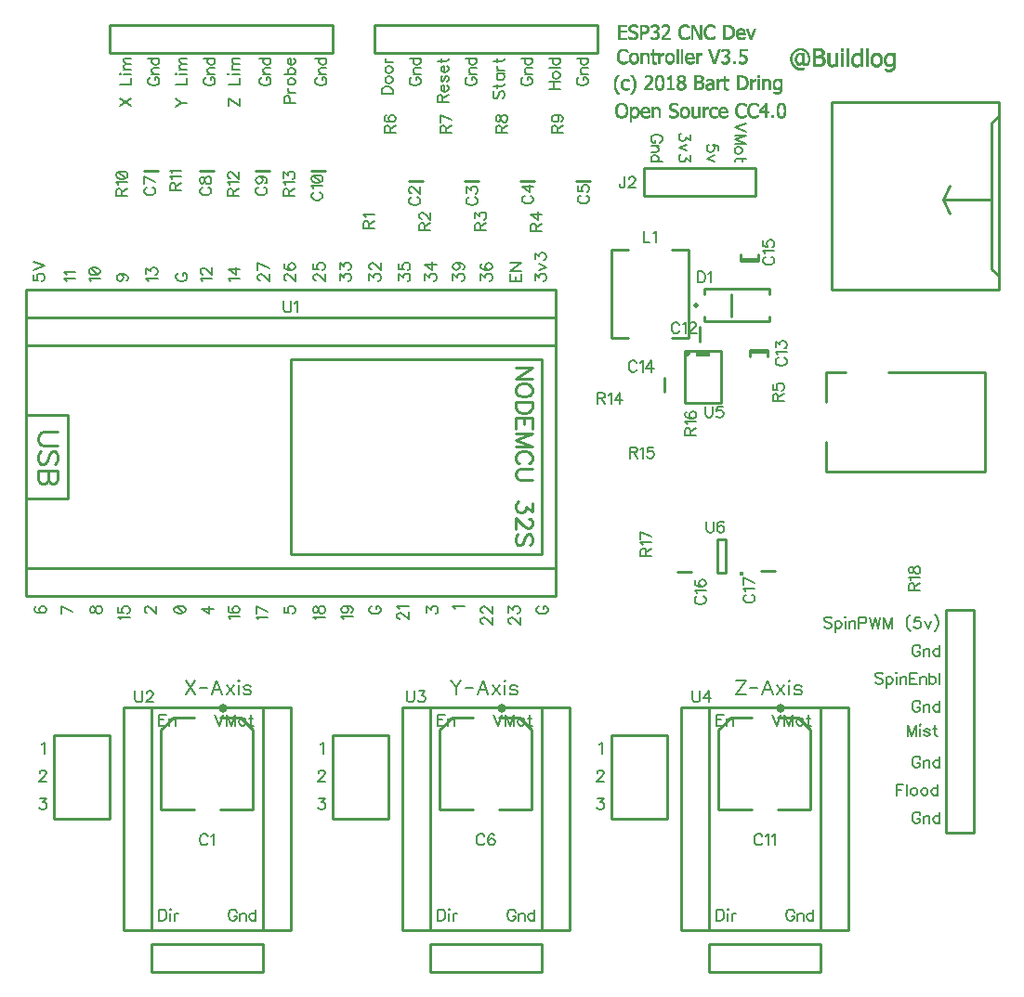
<source format=gbr>
G04 DipTrace 3.3.0.0*
G04 TopSilk.gbr*
%MOIN*%
G04 #@! TF.FileFunction,Legend,Top*
G04 #@! TF.Part,Single*
%ADD10C,0.009843*%
%ADD12C,0.003*%
%ADD24C,0.031482*%
%ADD29C,0.019695*%
%ADD43C,0.019705*%
%ADD46C,0.015395*%
%ADD100C,0.006176*%
%ADD101C,0.00772*%
%ADD102C,0.010807*%
%ADD103C,0.009264*%
%FSLAX26Y26*%
G04*
G70*
G90*
G75*
G01*
G04 TopSilk*
%LPD*%
X1259000Y1313168D2*
D10*
Y1027925D1*
X1214120Y1358094D2*
X1259000Y1313168D1*
X929000D2*
Y1027925D1*
X973880Y1358094D2*
X929000Y1313168D1*
X1141256Y1358094D2*
X1214120D1*
X973880D2*
X1046744D1*
X1141256Y1027925D2*
X1259000D1*
X929000D2*
X1046744D1*
D24*
X1153037Y1389865D3*
X1869571Y3285121D2*
D10*
X1818429D1*
X2069571D2*
X2018429D1*
X2269571D2*
X2218429D1*
X2469571D2*
X2418429D1*
X2259000Y1313168D2*
Y1027925D1*
X2214120Y1358094D2*
X2259000Y1313168D1*
X1929000D2*
Y1027925D1*
X1973880Y1358094D2*
X1929000Y1313168D1*
X2141256Y1358094D2*
X2214120D1*
X1973880D2*
X2046744D1*
X2141256Y1027925D2*
X2259000D1*
X1929000D2*
X2046744D1*
D24*
X2153037Y1389865D3*
X919571Y3320357D2*
D10*
X868429D1*
X1119571D2*
X1068429D1*
X1319571D2*
X1268429D1*
X1519571D2*
X1468429D1*
X3259000Y1313168D2*
Y1027925D1*
X3214120Y1358094D2*
X3259000Y1313168D1*
X2929000D2*
Y1027925D1*
X2973880Y1358094D2*
X2929000Y1313168D1*
X3141256Y1358094D2*
X3214120D1*
X2973880D2*
X3046744D1*
X3141256Y1027925D2*
X3259000D1*
X2929000D2*
X3046744D1*
D24*
X3153037Y1389865D3*
X2861640Y2708429D2*
D10*
Y2759571D1*
X3040535Y2670213D2*
X3103465D1*
X3040535Y2677661D2*
X3103465D1*
X3040535D2*
Y2654102D1*
X3103465Y2677661D2*
Y2654102D1*
X2736360Y2577571D2*
Y2526429D1*
X3070231Y3004808D2*
X3007302D1*
X3070231Y2997360D2*
X3007302D1*
X3070231D2*
Y3020919D1*
X3007302Y2997360D2*
Y3020919D1*
X2876621Y2877366D2*
Y2897055D1*
X3112845D1*
Y2877366D1*
X2876621Y2798634D2*
Y2778945D1*
X3112845D1*
Y2798634D1*
X2975067Y2877366D2*
Y2798634D1*
D29*
X2847107Y2838000D3*
X2662750Y3331500D2*
D10*
Y3231500D1*
X3062750Y3331500D2*
X2662750D1*
X3062750Y3231500D2*
X2662750D1*
X3062750Y3331500D2*
Y3231500D1*
X1694000Y3844000D2*
X2494000D1*
X1694000Y3744000D2*
Y3844000D1*
Y3744000D2*
X2494000D1*
Y3844000D1*
X1294000Y444000D2*
Y544000D1*
X894000Y444000D2*
X1294000D1*
X894000Y544000D2*
X1294000D1*
X894000Y444000D2*
Y544000D1*
X1969700Y2894000D2*
X1977300D1*
X518100D2*
X2344000D1*
X444000D2*
X518100D1*
X444000Y2794000D2*
Y2894000D1*
Y2794000D2*
X2344000D1*
Y2894000D1*
X2294000Y444000D2*
Y544000D1*
X1894000Y444000D2*
X2294000D1*
X1894000Y544000D2*
X2294000D1*
X1894000Y444000D2*
Y544000D1*
X3844000Y1744000D2*
Y944000D1*
X3744000Y1744000D2*
X3844000D1*
X3744000D2*
Y944000D1*
X3844000D1*
X3294000Y444000D2*
Y544000D1*
X2894000Y444000D2*
X3294000D1*
X2894000Y544000D2*
X3294000D1*
X2894000Y444000D2*
Y544000D1*
X744000Y3844000D2*
X1544000D1*
X744000Y3744000D2*
Y3844000D1*
Y3744000D2*
X1544000D1*
Y3844000D1*
X3538904Y2596185D2*
X3883370D1*
Y2241843D1*
X3879435D1*
X3883370D2*
X3316436D1*
Y2348137D1*
Y2489850D2*
Y2596185D1*
X3385364D1*
X3933409Y2942254D2*
X3908389Y2967229D1*
X3933409Y2892236D2*
X3333409D1*
Y3567236D1*
X3933409D1*
Y2892236D1*
X3908389Y2967229D2*
Y3492244D1*
X3933409Y3517219D1*
X3908389Y3217249D2*
X3733429D1*
X3758389Y3167231D1*
X3733429Y3217249D2*
X3758389Y3267266D1*
X544000Y1185700D2*
Y994000D1*
Y1294000D2*
Y994000D1*
X744000Y1294000D2*
Y994000D1*
X544000Y1294000D2*
X744000D1*
X544000Y994000D2*
X744000D1*
X1544000Y1185700D2*
Y994000D1*
Y1294000D2*
Y994000D1*
X1744000Y1294000D2*
Y994000D1*
X1544000Y1294000D2*
X1744000D1*
X1544000Y994000D2*
X1744000D1*
X2544000Y1185700D2*
Y994000D1*
Y1294000D2*
Y994000D1*
X2744000Y1294000D2*
Y994000D1*
X2544000Y1294000D2*
X2744000D1*
X2544000Y994000D2*
X2744000D1*
X2603818Y2720910D2*
X2544759D1*
Y3035877D1*
X2603818D1*
X2761290D2*
X2820349D1*
Y2720910D1*
X2761290D1*
X2344000Y2794000D2*
X444000D1*
Y1794000D1*
X2344000D1*
Y2794000D1*
Y2694000D2*
X444000D1*
X2344000Y1894000D2*
X444000D1*
X2294030Y2644000D2*
X1394000D1*
Y1944000D1*
X2294030D1*
Y2644000D1*
X593910Y2444000D2*
X444000D1*
Y2144000D1*
X593910D1*
Y2444000D1*
X794000Y1394000D2*
X894020D1*
Y594000D1*
X794000D1*
Y1394000D1*
X1293980D2*
X1394000D1*
Y594000D1*
X1293980D1*
Y1394000D1*
X894020D2*
X1293980D1*
Y594000D1*
X894020D1*
Y1394000D1*
X1794000D2*
X1894020D1*
Y594000D1*
X1794000D1*
Y1394000D1*
X2293980D2*
X2394000D1*
Y594000D1*
X2293980D1*
Y1394000D1*
X1894020D2*
X2293980D1*
Y594000D1*
X1894020D1*
Y1394000D1*
X2794000D2*
X2894020D1*
Y594000D1*
X2794000D1*
Y1394000D1*
X3293980D2*
X3394000D1*
Y594000D1*
X3293980D1*
Y1394000D1*
X2894020D2*
X3293980D1*
Y594000D1*
X2894020D1*
Y1394000D1*
X2937360Y2673738D2*
X2809403D1*
Y2486730D1*
X2937360D1*
Y2673738D1*
D43*
X2819255Y2663892D3*
G36*
X2898005Y2673738D2*
X2848785D1*
Y2654046D1*
X2898005D1*
Y2673738D1*
G37*
D46*
X3010625Y1873336D3*
X2956560Y1878599D2*
D10*
Y1996707D1*
X2925069Y1878599D2*
Y1996707D1*
X2956560D2*
X2925069D1*
X2956560Y1878599D2*
X2925069D1*
X2780929Y1879110D2*
X2832071D1*
X3080929Y1885360D2*
X3132071D1*
X2565280Y3664969D2*
D12*
X2572780D1*
X2611780D2*
X2619280D1*
X2670280D2*
X2682280D1*
X2712280D2*
X2721280D1*
X2790280D2*
X2799280D1*
X2564012Y3663469D2*
X2571280D1*
X2613274D2*
X2620082D1*
X2667690D2*
X2684467D1*
X2709807D2*
X2723467D1*
X2755780D2*
X2758780D1*
X2787401D2*
X2802159D1*
X2842780D2*
X2865280D1*
X2994280D2*
X3015280D1*
X3067780D2*
X3073780D1*
X2562890Y3661969D2*
X2569786D1*
X2614722D2*
X2621098D1*
X2665651D2*
X2686339D1*
X2707807D2*
X2725345D1*
X2754718D2*
X2758780D1*
X2785092D2*
X2804468D1*
X2842780D2*
X2867928D1*
X2947780D2*
X2952280D1*
X2994280D2*
X3018910D1*
X3067780D2*
X3073780D1*
X2561831Y3660469D2*
X2568339D1*
X2616030D2*
X2622183D1*
X2664935D2*
X2687813D1*
X2706252D2*
X2726866D1*
X2753320D2*
X2758780D1*
X2783353D2*
X2806207D1*
X2842780D2*
X2870107D1*
X2947780D2*
X2952280D1*
X2994280D2*
X3022090D1*
X3067780D2*
X3073780D1*
X2560791Y3658969D2*
X2567036D1*
X2617165D2*
X2623175D1*
X2664536D2*
X2670280D1*
X2680774D2*
X2688853D1*
X2705015D2*
X2712286D1*
X2721223D2*
X2728045D1*
X2751230D2*
X2758780D1*
X2782078D2*
X2790638D1*
X2799274D2*
X2807483D1*
X2842780D2*
X2871692D1*
X2947780D2*
X2952280D1*
X2994280D2*
X3024692D1*
X3067780D2*
X3073780D1*
X2559842Y3657469D2*
X2565948D1*
X2618228D2*
X2624054D1*
X2664280D2*
X2665780D1*
X2682216D2*
X2689590D1*
X2704105D2*
X2710845D1*
X2722525D2*
X2728955D1*
X2748664D2*
X2758780D1*
X2781134D2*
X2788512D1*
X2800716D2*
X2808426D1*
X2842780D2*
X2848780D1*
X2863248D2*
X2872801D1*
X2947780D2*
X2952280D1*
X2994280D2*
X3000280D1*
X3013422D2*
X3026743D1*
X3067780D2*
X3073780D1*
X2558987Y3655969D2*
X2565029D1*
X2619269D2*
X2624865D1*
X2683466D2*
X2690209D1*
X2703429D2*
X2709594D1*
X2723607D2*
X2729652D1*
X2746424D2*
X2758780D1*
X2780475D2*
X2786876D1*
X2801966D2*
X2809086D1*
X2842780D2*
X2848780D1*
X2865194D2*
X2873536D1*
X2947780D2*
X2952280D1*
X2994280D2*
X3000280D1*
X3017049D2*
X3028330D1*
X2558193Y3654469D2*
X2564203D1*
X2620212D2*
X2625639D1*
X2684357D2*
X2690705D1*
X2702836D2*
X2708698D1*
X2724472D2*
X2730216D1*
X2744755D2*
X2758780D1*
X2780097D2*
X2786308D1*
X2802857D2*
X2809458D1*
X2842780D2*
X2848780D1*
X2866559D2*
X2873939D1*
X2947780D2*
X2952280D1*
X2994280D2*
X3000280D1*
X3019936D2*
X3029538D1*
X2557471Y3652969D2*
X2563424D1*
X2621020D2*
X2626394D1*
X2684863D2*
X2691010D1*
X2702344D2*
X2708138D1*
X2725102D2*
X2730758D1*
X2744198D2*
X2758780D1*
X2779912D2*
X2786009D1*
X2803363D2*
X2809590D1*
X2842780D2*
X2848780D1*
X2867581D2*
X2874083D1*
X2947780D2*
X2952280D1*
X2994280D2*
X3000280D1*
X3022133D2*
X3030504D1*
X2556856Y3651469D2*
X2562667D1*
X2590780D2*
X2601280D1*
X2621676D2*
X2627100D1*
X2685102D2*
X2691160D1*
X2701990D2*
X2707702D1*
X2725469D2*
X2731223D1*
X2754280D2*
X2758780D1*
X2779837D2*
X2785931D1*
X2803602D2*
X2809479D1*
X2842780D2*
X2848780D1*
X2867878D2*
X2873971D1*
X2889280D2*
X2902780D1*
X2947780D2*
X2952280D1*
X2994280D2*
X3000280D1*
X3023786D2*
X3031342D1*
X3099280D2*
X3106780D1*
X3135280D2*
X3144280D1*
X2556325Y3649969D2*
X2561961D1*
X2588081D2*
X2603870D1*
X2622224D2*
X2627708D1*
X2685155D2*
X2691177D1*
X2701644D2*
X2707238D1*
X2725650D2*
X2731517D1*
X2754280D2*
X2758780D1*
X2779863D2*
X2786003D1*
X2803649D2*
X2809146D1*
X2842780D2*
X2848780D1*
X2867973D2*
X2873587D1*
X2887203D2*
X2904967D1*
X2920780D2*
X2926780D1*
X2935780D2*
X2940280D1*
X2943280D2*
X2964280D1*
X2994280D2*
X3000280D1*
X3025016D2*
X3032075D1*
X3042280D2*
X3048280D1*
X3057280D2*
X3061780D1*
X3069280D2*
X3073780D1*
X3084280D2*
X3090280D1*
X3096004D2*
X3108915D1*
X3132581D2*
X3147983D1*
X3150280D2*
X3154780D1*
X2555789Y3648469D2*
X2561352D1*
X2585756D2*
X2605910D1*
X2622767D2*
X2628237D1*
X2685000D2*
X2691014D1*
X2701216D2*
X2706811D1*
X2725735D2*
X2731668D1*
X2754280D2*
X2758780D1*
X2780101D2*
X2786747D1*
X2803448D2*
X2808715D1*
X2842780D2*
X2848780D1*
X2867463D2*
X2872965D1*
X2885663D2*
X2906839D1*
X2920780D2*
X2927056D1*
X2932504D2*
X2940280D1*
X2943280D2*
X2964280D1*
X2994280D2*
X3000280D1*
X3025945D2*
X3032649D1*
X3042280D2*
X3048556D1*
X3054004D2*
X3061780D1*
X3069280D2*
X3073780D1*
X3084280D2*
X3090983D1*
X3092478D2*
X3110648D1*
X3130256D2*
X3154780D1*
X2555277Y3646969D2*
X2560824D1*
X2583951D2*
X2606625D1*
X2623282D2*
X2628766D1*
X2684604D2*
X2690659D1*
X2700803D2*
X2706533D1*
X2725820D2*
X2731736D1*
X2754280D2*
X2758780D1*
X2780706D2*
X2788024D1*
X2802895D2*
X2808209D1*
X2842780D2*
X2848780D1*
X2866243D2*
X2872099D1*
X2885158D2*
X2908307D1*
X2920780D2*
X2927582D1*
X2928978D2*
X2940280D1*
X2943280D2*
X2964280D1*
X2994280D2*
X3000280D1*
X3026649D2*
X3033043D1*
X3042280D2*
X3049082D1*
X3050478D2*
X3061780D1*
X3069280D2*
X3073780D1*
X3084280D2*
X3111948D1*
X3128451D2*
X3154780D1*
X2554793Y3645469D2*
X2560295D1*
X2582619D2*
X2591132D1*
X2599780D2*
X2607025D1*
X2623767D2*
X2629231D1*
X2684028D2*
X2690226D1*
X2700531D2*
X2706389D1*
X2726023D2*
X2731764D1*
X2754280D2*
X2758780D1*
X2781692D2*
X2790064D1*
X2801985D2*
X2807462D1*
X2842780D2*
X2848780D1*
X2862565D2*
X2870968D1*
X2884780D2*
X2889280D1*
X2900748D2*
X2909460D1*
X2920780D2*
X2940280D1*
X2943280D2*
X2964280D1*
X2994280D2*
X3000280D1*
X3027215D2*
X3033405D1*
X3042280D2*
X3061780D1*
X3069280D2*
X3073780D1*
X3084280D2*
X3096581D1*
X3104696D2*
X3112910D1*
X3127119D2*
X3135632D1*
X3145422D2*
X3154780D1*
X2554283Y3643969D2*
X2559829D1*
X2581596D2*
X2588953D1*
X2604280D2*
X2607280D1*
X2624277D2*
X2629576D1*
X2683351D2*
X2689769D1*
X2700388D2*
X2706323D1*
X2726387D2*
X2731774D1*
X2754280D2*
X2758780D1*
X2782882D2*
X2793146D1*
X2800641D2*
X2806405D1*
X2842780D2*
X2848780D1*
X2856477D2*
X2869650D1*
X2902694D2*
X2909882D1*
X2920780D2*
X2940280D1*
X2947780D2*
X2952280D1*
X2994280D2*
X3000280D1*
X3027758D2*
X3033841D1*
X3042280D2*
X3061780D1*
X3069280D2*
X3073780D1*
X3084280D2*
X3094262D1*
X3106504D2*
X3113579D1*
X3126096D2*
X3133453D1*
X3147549D2*
X3154780D1*
X2553831Y3642469D2*
X2559484D1*
X2580733D2*
X2587369D1*
X2624729D2*
X2629918D1*
X2682584D2*
X2689212D1*
X2700323D2*
X2706296D1*
X2726773D2*
X2731778D1*
X2754280D2*
X2758780D1*
X2783968D2*
X2797385D1*
X2798672D2*
X2805124D1*
X2842780D2*
X2868233D1*
X2904059D2*
X2910110D1*
X2920780D2*
X2935329D1*
X2947780D2*
X2952280D1*
X2994280D2*
X3000280D1*
X3028223D2*
X3034256D1*
X3042280D2*
X3056829D1*
X3069280D2*
X3073780D1*
X3084280D2*
X3092510D1*
X3107700D2*
X3113961D1*
X3125233D2*
X3131869D1*
X3149184D2*
X3154780D1*
X2553541Y3640969D2*
X2559142D1*
X2579991D2*
X2586254D1*
X2625025D2*
X2630345D1*
X2681702D2*
X2688520D1*
X2700296D2*
X2706286D1*
X2727035D2*
X2731780D1*
X2754280D2*
X2758780D1*
X2784806D2*
X2803723D1*
X2842780D2*
X2866780D1*
X2904936D2*
X2910214D1*
X2920780D2*
X2931538D1*
X2947780D2*
X2952280D1*
X2994280D2*
X3000280D1*
X3028517D2*
X3034529D1*
X3042280D2*
X3053038D1*
X3069280D2*
X3073780D1*
X3084280D2*
X3091178D1*
X3108546D2*
X3114147D1*
X3124491D2*
X3130760D1*
X3149752D2*
X3154780D1*
X2553392Y3639469D2*
X2558715D1*
X2579419D2*
X2585466D1*
X2625227D2*
X2630757D1*
X2680735D2*
X2687676D1*
X2700286D2*
X2706282D1*
X2727174D2*
X2731780D1*
X2754280D2*
X2758780D1*
X2784688D2*
X2802280D1*
X2842780D2*
X2869608D1*
X2905438D2*
X2910256D1*
X2920780D2*
X2928675D1*
X2947780D2*
X2952280D1*
X2994280D2*
X3000280D1*
X3028668D2*
X3034672D1*
X3042280D2*
X3050175D1*
X3069280D2*
X3073780D1*
X3084280D2*
X3090714D1*
X3109141D2*
X3114229D1*
X3123919D2*
X3130019D1*
X3150057D2*
X3154780D1*
X2553324Y3637969D2*
X2558303D1*
X2579077D2*
X2584866D1*
X2625486D2*
X2631030D1*
X2679765D2*
X2686724D1*
X2700282D2*
X2706281D1*
X2727232D2*
X2731780D1*
X2754280D2*
X2758780D1*
X2783760D2*
X2804287D1*
X2842780D2*
X2871771D1*
X2905780D2*
X2910272D1*
X2920780D2*
X2927524D1*
X2947780D2*
X2952280D1*
X2994280D2*
X3000280D1*
X3028730D2*
X3034732D1*
X3042280D2*
X3049024D1*
X3069280D2*
X3073780D1*
X3084280D2*
X3090464D1*
X3109487D2*
X3114261D1*
X3123577D2*
X3129557D1*
X3150193D2*
X3154780D1*
X2553297Y3636469D2*
X2558031D1*
X2578905D2*
X2584310D1*
X2625873D2*
X2631172D1*
X2678725D2*
X2685761D1*
X2700281D2*
X2706280D1*
X2727206D2*
X2731780D1*
X2754280D2*
X2758780D1*
X2782616D2*
X2788786D1*
X2794717D2*
X2806175D1*
X2842780D2*
X2848780D1*
X2864922D2*
X2873289D1*
X2898535D2*
X2910277D1*
X2920780D2*
X2927124D1*
X2947780D2*
X2952280D1*
X2994280D2*
X3000280D1*
X3028705D2*
X3034706D1*
X3042280D2*
X3048624D1*
X3069280D2*
X3073780D1*
X3084280D2*
X3090352D1*
X3109657D2*
X3114274D1*
X3123405D2*
X3129169D1*
X3150248D2*
X3154780D1*
X2553286Y3634969D2*
X2557888D1*
X2578829D2*
X2583840D1*
X2626268D2*
X2631237D1*
X2677517D2*
X2684724D1*
X2700280D2*
X2706280D1*
X2727025D2*
X2731780D1*
X2754280D2*
X2758780D1*
X2781449D2*
X2787345D1*
X2797466D2*
X2807715D1*
X2842780D2*
X2848780D1*
X2867049D2*
X2874348D1*
X2892723D2*
X2910279D1*
X2920780D2*
X2926920D1*
X2947780D2*
X2952280D1*
X2994280D2*
X3000280D1*
X3028525D2*
X3034525D1*
X3042280D2*
X3048420D1*
X3069280D2*
X3073780D1*
X3084280D2*
X3090307D1*
X3109732D2*
X3114278D1*
X3123329D2*
X3128725D1*
X3150269D2*
X3154780D1*
X2553282Y3633469D2*
X2557823D1*
X2578798D2*
X2583545D1*
X2626533D2*
X2631264D1*
X2676168D2*
X2683517D1*
X2700286D2*
X2706280D1*
X2726669D2*
X2731780D1*
X2754280D2*
X2758780D1*
X2780422D2*
X2786094D1*
X2799851D2*
X2808806D1*
X2842780D2*
X2848780D1*
X2868684D2*
X2875056D1*
X2888614D2*
X2910280D1*
X2920780D2*
X2926833D1*
X2947780D2*
X2952280D1*
X2994280D2*
X3000280D1*
X3028163D2*
X3034169D1*
X3042280D2*
X3048333D1*
X3069280D2*
X3073780D1*
X3084280D2*
X3090289D1*
X3109763D2*
X3114279D1*
X3123298D2*
X3128312D1*
X3150276D2*
X3154780D1*
X2553281Y3631969D2*
X2557796D1*
X2578787D2*
X2583399D1*
X2626668D2*
X2631274D1*
X2674736D2*
X2682168D1*
X2700339D2*
X2706286D1*
X2726286D2*
X2731780D1*
X2754280D2*
X2758780D1*
X2779577D2*
X2785203D1*
X2801799D2*
X2809570D1*
X2842780D2*
X2848780D1*
X2869252D2*
X2875453D1*
X2885838D2*
X2910280D1*
X2920780D2*
X2926799D1*
X2947780D2*
X2952280D1*
X2994280D2*
X3000280D1*
X3027727D2*
X3033780D1*
X3042280D2*
X3048299D1*
X3069280D2*
X3073780D1*
X3084280D2*
X3090283D1*
X3109774D2*
X3114280D1*
X3123287D2*
X3128090D1*
X3150279D2*
X3154780D1*
X2553280Y3630469D2*
X2557786D1*
X2578782D2*
X2583383D1*
X2626679D2*
X2631278D1*
X2673264D2*
X2680736D1*
X2700530D2*
X2706339D1*
X2726025D2*
X2731780D1*
X2754280D2*
X2758780D1*
X2778955D2*
X2784697D1*
X2803294D2*
X2810201D1*
X2842780D2*
X2848780D1*
X2869557D2*
X2875645D1*
X2883734D2*
X2897665D1*
X2905780D2*
X2910280D1*
X2920780D2*
X2926787D1*
X2947780D2*
X2952280D1*
X2994280D2*
X3000280D1*
X3027269D2*
X3033466D1*
X3042280D2*
X3048287D1*
X3069280D2*
X3073780D1*
X3084280D2*
X3090281D1*
X3109778D2*
X3114280D1*
X3123282D2*
X3128138D1*
X3150280D2*
X3154780D1*
X2553280Y3628969D2*
X2557788D1*
X2578781D2*
X2583546D1*
X2626515D2*
X2631280D1*
X2671774D2*
X2679264D1*
X2700889D2*
X2706530D1*
X2725886D2*
X2731774D1*
X2754280D2*
X2758780D1*
X2778590D2*
X2784452D1*
X2804458D2*
X2810702D1*
X2842780D2*
X2848780D1*
X2869693D2*
X2875728D1*
X2882787D2*
X2893539D1*
X2905780D2*
X2910280D1*
X2920780D2*
X2926782D1*
X2947780D2*
X2952280D1*
X2994280D2*
X3000280D1*
X3026712D2*
X3033130D1*
X3042280D2*
X3048282D1*
X3069280D2*
X3073780D1*
X3084280D2*
X3090281D1*
X3109779D2*
X3114280D1*
X3123281D2*
X3128432D1*
X3150280D2*
X3154780D1*
X2553280Y3627469D2*
X2557839D1*
X2578786D2*
X2583901D1*
X2626166D2*
X2631274D1*
X2670278D2*
X2677774D1*
X2701280D2*
X2706889D1*
X2725816D2*
X2731722D1*
X2754280D2*
X2758780D1*
X2778410D2*
X2784352D1*
X2804875D2*
X2811003D1*
X2842780D2*
X2848780D1*
X2869742D2*
X2875761D1*
X2882234D2*
X2890590D1*
X2905780D2*
X2910280D1*
X2920780D2*
X2926781D1*
X2947780D2*
X2952280D1*
X2994280D2*
X3000280D1*
X3026014D2*
X3032649D1*
X3042280D2*
X3048281D1*
X3069280D2*
X3073780D1*
X3084280D2*
X3090280D1*
X3109780D2*
X3114280D1*
X3123286D2*
X3128796D1*
X3150274D2*
X3154780D1*
X2553280Y3625969D2*
X2558030D1*
X2578839D2*
X2584334D1*
X2625785D2*
X2631222D1*
X2668780D2*
X2676278D1*
X2701594D2*
X2707280D1*
X2725737D2*
X2731530D1*
X2754280D2*
X2758780D1*
X2778337D2*
X2784363D1*
X2805052D2*
X2811107D1*
X2842780D2*
X2848780D1*
X2869705D2*
X2875768D1*
X2881966D2*
X2888332D1*
X2905774D2*
X2910280D1*
X2920780D2*
X2926780D1*
X2947780D2*
X2952286D1*
X2994280D2*
X3000280D1*
X3025118D2*
X3031994D1*
X3042280D2*
X3048280D1*
X3069280D2*
X3073780D1*
X3084280D2*
X3090280D1*
X3109780D2*
X3114280D1*
X3123339D2*
X3129106D1*
X3150216D2*
X3154780D1*
X2553286Y3624469D2*
X2558389D1*
X2579030D2*
X2584792D1*
X2625518D2*
X2631030D1*
X2667286D2*
X2674780D1*
X2701924D2*
X2707600D1*
X2725530D2*
X2731165D1*
X2754280D2*
X2758780D1*
X2778357D2*
X2784544D1*
X2804958D2*
X2810979D1*
X2842780D2*
X2848780D1*
X2869456D2*
X2875713D1*
X2881852D2*
X2887206D1*
X2905716D2*
X2910280D1*
X2920780D2*
X2926780D1*
X2947780D2*
X2952339D1*
X2994280D2*
X3000280D1*
X3023957D2*
X3031166D1*
X3042280D2*
X3048280D1*
X3069280D2*
X3073780D1*
X3084280D2*
X3090280D1*
X3109780D2*
X3114280D1*
X3123536D2*
X3129491D1*
X3149954D2*
X3154780D1*
X2553339Y3622969D2*
X2558780D1*
X2579395D2*
X2585354D1*
X2625327D2*
X2630671D1*
X2665845D2*
X2673280D1*
X2702353D2*
X2707989D1*
X2725109D2*
X2730728D1*
X2754280D2*
X2758780D1*
X2778542D2*
X2784962D1*
X2804576D2*
X2810596D1*
X2842780D2*
X2848780D1*
X2868974D2*
X2875471D1*
X2881806D2*
X2886816D1*
X2905460D2*
X2910280D1*
X2920780D2*
X2926780D1*
X2947780D2*
X2952536D1*
X2994280D2*
X3000280D1*
X3022412D2*
X3030221D1*
X3042280D2*
X3048280D1*
X3069280D2*
X3073780D1*
X3084280D2*
X3090280D1*
X3109780D2*
X3114280D1*
X3123948D2*
X3130191D1*
X3149451D2*
X3154780D1*
X2553530Y3621469D2*
X2559094D1*
X2579838D2*
X2586146D1*
X2625072D2*
X2630287D1*
X2664594D2*
X2671780D1*
X2702822D2*
X2708691D1*
X2724444D2*
X2730269D1*
X2754280D2*
X2758780D1*
X2778956D2*
X2785683D1*
X2803870D2*
X2810025D1*
X2842780D2*
X2848780D1*
X2867550D2*
X2874909D1*
X2881795D2*
X2887033D1*
X2904975D2*
X2910280D1*
X2920780D2*
X2926780D1*
X2947786D2*
X2952983D1*
X2994280D2*
X3000280D1*
X3020447D2*
X3029254D1*
X3042280D2*
X3048280D1*
X3069280D2*
X3073780D1*
X3084280D2*
X3090280D1*
X3109780D2*
X3114280D1*
X3124529D2*
X3131203D1*
X3147939D2*
X3154780D1*
X2553895Y3619969D2*
X2559424D1*
X2580350D2*
X2587201D1*
X2624681D2*
X2630019D1*
X2663703D2*
X2670280D1*
X2703338D2*
X2709703D1*
X2723579D2*
X2729712D1*
X2754280D2*
X2758780D1*
X2779589D2*
X2786686D1*
X2802873D2*
X2809349D1*
X2842780D2*
X2848780D1*
X2863180D2*
X2874054D1*
X2881848D2*
X2887884D1*
X2903644D2*
X2910280D1*
X2920780D2*
X2926780D1*
X2947839D2*
X2953634D1*
X2994280D2*
X3000280D1*
X3014816D2*
X3028159D1*
X3042280D2*
X3048280D1*
X3069280D2*
X3073780D1*
X3084280D2*
X3090280D1*
X3109780D2*
X3114280D1*
X3125209D2*
X3133847D1*
X3143929D2*
X3154780D1*
X2554332Y3618469D2*
X2559853D1*
X2581098D2*
X2590662D1*
X2604280D2*
X2607280D1*
X2624234D2*
X2629827D1*
X2663197D2*
X2668780D1*
X2704043D2*
X2712347D1*
X2721070D2*
X2729014D1*
X2754280D2*
X2758780D1*
X2780459D2*
X2789881D1*
X2799679D2*
X2808572D1*
X2842780D2*
X2848780D1*
X2856108D2*
X2872956D1*
X2882095D2*
X2890771D1*
X2900319D2*
X2910280D1*
X2920780D2*
X2926780D1*
X2948036D2*
X2955583D1*
X2994280D2*
X3000280D1*
X3006224D2*
X3026697D1*
X3042280D2*
X3048280D1*
X3069280D2*
X3073780D1*
X3084280D2*
X3090280D1*
X3109780D2*
X3114280D1*
X3125988D2*
X3137860D1*
X3137959D2*
X3154780D1*
X2554785Y3616969D2*
X2560317D1*
X2582167D2*
X2596093D1*
X2597061D2*
X2607154D1*
X2623777D2*
X2629567D1*
X2662952D2*
X2692780D1*
X2704969D2*
X2716360D1*
X2717141D2*
X2728112D1*
X2743780D2*
X2769280D1*
X2781597D2*
X2794789D1*
X2794771D2*
X2807579D1*
X2842780D2*
X2871472D1*
X2882710D2*
X2895459D1*
X2895329D2*
X2910280D1*
X2920780D2*
X2926780D1*
X2948460D2*
X2958301D1*
X2994280D2*
X3024682D1*
X3042280D2*
X3048280D1*
X3069280D2*
X3073780D1*
X3084280D2*
X3090280D1*
X3109780D2*
X3114280D1*
X3126979D2*
X3154780D1*
X2555289Y3615469D2*
X2560785D1*
X2583562D2*
X2606870D1*
X2623272D2*
X2629128D1*
X2662846D2*
X2692780D1*
X2706141D2*
X2726912D1*
X2743780D2*
X2769280D1*
X2782973D2*
X2806171D1*
X2842780D2*
X2869425D1*
X2883760D2*
X2910280D1*
X2920780D2*
X2926780D1*
X2949151D2*
X2961010D1*
X2994280D2*
X3022026D1*
X3042280D2*
X3048280D1*
X3069280D2*
X3073780D1*
X3084280D2*
X3090280D1*
X3109780D2*
X3114280D1*
X3128369D2*
X3154780D1*
X2555790Y3613969D2*
X2561340D1*
X2585430D2*
X2605499D1*
X2622770D2*
X2628537D1*
X2662803D2*
X2692780D1*
X2707761D2*
X2725358D1*
X2743780D2*
X2769280D1*
X2784625D2*
X2804239D1*
X2842780D2*
X2866778D1*
X2885247D2*
X2902780D1*
X2905780D2*
X2910280D1*
X2920780D2*
X2926780D1*
X2950249D2*
X2963294D1*
X2994280D2*
X3018798D1*
X3042280D2*
X3048280D1*
X3069280D2*
X3073780D1*
X3084280D2*
X3090280D1*
X3109780D2*
X3114280D1*
X3130202D2*
X3145780D1*
X3150048D2*
X3154780D1*
X2556275Y3612469D2*
X2561987D1*
X2587916D2*
X2603540D1*
X2622285D2*
X2627859D1*
X2662780D2*
X2692780D1*
X2709896D2*
X2723426D1*
X2743780D2*
X2769280D1*
X2786605D2*
X2801858D1*
X2842780D2*
X2863780D1*
X2887150D2*
X2899780D1*
X2905780D2*
X2910280D1*
X2920780D2*
X2926780D1*
X2951868D2*
X2963132D1*
X2994280D2*
X3015280D1*
X3042280D2*
X3048280D1*
X3069280D2*
X3073780D1*
X3084280D2*
X3090280D1*
X3109780D2*
X3114280D1*
X3132280D2*
X3142780D1*
X3149676D2*
X3154774D1*
X2556842Y3610969D2*
X2562687D1*
X2590780D2*
X2601280D1*
X2621718D2*
X2627137D1*
X2712280D2*
X2721280D1*
X2788780D2*
X2799280D1*
X2889280D2*
X2896780D1*
X2953780D2*
X2962780D1*
X3149282D2*
X3154722D1*
X2557538Y3609469D2*
X2563418D1*
X2621022D2*
X2626400D1*
X3148955D2*
X3154525D1*
X2558384Y3607969D2*
X2564165D1*
X2620177D2*
X2625652D1*
X3148627D2*
X3154113D1*
X2559336Y3606469D2*
X2564966D1*
X2619225D2*
X2624899D1*
X3147656D2*
X3153531D1*
X2560293Y3604969D2*
X2565911D1*
X2618261D2*
X2624096D1*
X3126280D2*
X3127780D1*
X3144027D2*
X3152846D1*
X2561278Y3603469D2*
X2567074D1*
X2617224D2*
X2623156D1*
X3126298D2*
X3137202D1*
X3138129D2*
X3152014D1*
X2562293Y3601969D2*
X2568404D1*
X2616017D2*
X2622050D1*
X3126469D2*
X3150830D1*
X2563269Y3600469D2*
X2569829D1*
X2614668D2*
X2620952D1*
X3126878D2*
X3149069D1*
X2564252Y3598969D2*
X2571297D1*
X2613239D2*
X2620043D1*
X3128631D2*
X3146789D1*
X2565280Y3597469D2*
X2572780D1*
X2611780D2*
X2619280D1*
X3130780D2*
X3144280D1*
X2574530Y3564970D2*
X2586530D1*
X2762030D2*
X2775530D1*
X3005030D2*
X3017030D1*
X3048530D2*
X3060530D1*
X3149030D2*
X3158030D1*
X2571414Y3563470D2*
X2589235D1*
X2759331D2*
X2778633D1*
X3002325D2*
X3020597D1*
X3045825D2*
X3064097D1*
X3096530D2*
X3102530D1*
X3146557D2*
X3160217D1*
X2568686Y3561970D2*
X2591613D1*
X2757006D2*
X2781174D1*
X2999948D2*
X3023526D1*
X3043448D2*
X3067026D1*
X3095543D2*
X3102530D1*
X3144557D2*
X3162095D1*
X2566414Y3560470D2*
X2593609D1*
X2755201D2*
X2782293D1*
X2997945D2*
X3025856D1*
X3041445D2*
X3069356D1*
X3094489D2*
X3102530D1*
X3143002D2*
X3163616D1*
X2564655Y3558970D2*
X2574825D1*
X2584441D2*
X2595300D1*
X2753869D2*
X2764177D1*
X2773479D2*
X2782689D1*
X2996208D2*
X3007120D1*
X3016441D2*
X3026717D1*
X3039708D2*
X3050620D1*
X3059946D2*
X3070217D1*
X3093274D2*
X3102530D1*
X3141765D2*
X3149036D1*
X3157973D2*
X3164795D1*
X2563349Y3557470D2*
X2572454D1*
X2587689D2*
X2596708D1*
X2752846D2*
X2761121D1*
X2776926D2*
X2782900D1*
X2994655D2*
X3003871D1*
X3019706D2*
X3027185D1*
X3038155D2*
X3047371D1*
X3063258D2*
X3070684D1*
X3091921D2*
X3102530D1*
X3140855D2*
X3147595D1*
X3159275D2*
X3165705D1*
X2562338Y3555970D2*
X2570504D1*
X2590141D2*
X2597838D1*
X2751983D2*
X2759034D1*
X2780030D2*
X2783030D1*
X2993310D2*
X3001419D1*
X3022280D2*
X3027403D1*
X3036810D2*
X3044919D1*
X3065998D2*
X3070895D1*
X3090487D2*
X3102530D1*
X3140179D2*
X3146344D1*
X3160357D2*
X3166402D1*
X2561480Y3554470D2*
X2568957D1*
X2591931D2*
X2598772D1*
X2751241D2*
X2757687D1*
X2992212D2*
X2999629D1*
X3024530D2*
X3027530D1*
X3035712D2*
X3043129D1*
X3068521D2*
X3070983D1*
X3089020D2*
X3102530D1*
X3139586D2*
X3145448D1*
X3161222D2*
X3166966D1*
X2560734Y3552970D2*
X2567764D1*
X2593224D2*
X2599599D1*
X2750675D2*
X2756717D1*
X2991335D2*
X2998336D1*
X3034835D2*
X3041836D1*
X3071030D2*
D3*
X3087583D2*
X3093536D1*
X3096530D2*
X3102530D1*
X3139094D2*
X3144888D1*
X3161852D2*
X3167508D1*
X2560110Y3551470D2*
X2566804D1*
X2594174D2*
X2600327D1*
X2625530D2*
X2633030D1*
X2661530D2*
X2670530D1*
X2703530D2*
X2711030D1*
X2750385D2*
X2756477D1*
X2802530D2*
X2811530D1*
X2907530D2*
X2918030D1*
X2940530D2*
X2949530D1*
X2990651D2*
X2997381D1*
X3034151D2*
X3040881D1*
X3086278D2*
X3092089D1*
X3096530D2*
X3102530D1*
X3138740D2*
X3144452D1*
X3162219D2*
X3167973D1*
X2559577Y3549970D2*
X2565967D1*
X2594841D2*
X2600899D1*
X2612030D2*
X2616530D1*
X2622254D2*
X2635504D1*
X2658831D2*
X2673178D1*
X2688530D2*
X2694530D1*
X2700254D2*
X2713165D1*
X2750405D2*
X2756809D1*
X2799651D2*
X2814230D1*
X2831030D2*
X2837030D1*
X2856530D2*
X2861030D1*
X2871530D2*
X2877530D1*
X2886530D2*
X2891030D1*
X2904831D2*
X2920620D1*
X2937831D2*
X2952178D1*
X2990092D2*
X2996667D1*
X3033592D2*
X3040167D1*
X3085139D2*
X3090780D1*
X3096530D2*
X3102530D1*
X3138394D2*
X3143988D1*
X3162400D2*
X3168267D1*
X2559046Y3548470D2*
X2565235D1*
X2595272D2*
X2601293D1*
X2612030D2*
X2617233D1*
X2618728D2*
X2637503D1*
X2656506D2*
X2675357D1*
X2688530D2*
X2695233D1*
X2696728D2*
X2714898D1*
X2750694D2*
X2757396D1*
X2797342D2*
X2816554D1*
X2831030D2*
X2837030D1*
X2856530D2*
X2861030D1*
X2871530D2*
X2877806D1*
X2883254D2*
X2891030D1*
X2902506D2*
X2922660D1*
X2935506D2*
X2954357D1*
X2989551D2*
X2996097D1*
X3033051D2*
X3039597D1*
X3084024D2*
X3089639D1*
X3096530D2*
X3102530D1*
X3137966D2*
X3143561D1*
X3162485D2*
X3168418D1*
X2558585Y3546970D2*
X2564668D1*
X2595648D2*
X2601656D1*
X2612030D2*
X2639058D1*
X2654701D2*
X2676942D1*
X2688530D2*
X2716198D1*
X2751106D2*
X2758172D1*
X2795603D2*
X2818359D1*
X2831030D2*
X2837030D1*
X2856530D2*
X2861030D1*
X2871530D2*
X2878332D1*
X2879728D2*
X2891030D1*
X2900701D2*
X2923375D1*
X2933701D2*
X2955942D1*
X2989087D2*
X2995553D1*
X3032587D2*
X3039053D1*
X3082785D2*
X3088524D1*
X3096530D2*
X3102530D1*
X3137553D2*
X3143283D1*
X3162570D2*
X3168486D1*
X2558293Y3545470D2*
X2564326D1*
X2596088D2*
X2602091D1*
X2612030D2*
X2624626D1*
X2632973D2*
X2640295D1*
X2653369D2*
X2661831D1*
X2670172D2*
X2678057D1*
X2688530D2*
X2700831D1*
X2708946D2*
X2717160D1*
X2751606D2*
X2759987D1*
X2794322D2*
X2802882D1*
X2811178D2*
X2819685D1*
X2831030D2*
X2837030D1*
X2856530D2*
X2861030D1*
X2871530D2*
X2891030D1*
X2899369D2*
X2907882D1*
X2916530D2*
X2923775D1*
X2932369D2*
X2940831D1*
X2949172D2*
X2957057D1*
X2988794D2*
X2995088D1*
X3032294D2*
X3038588D1*
X3081424D2*
X3087285D1*
X3096530D2*
X3102530D1*
X3137281D2*
X3143139D1*
X3162773D2*
X3168514D1*
X2558142Y3543970D2*
X2564155D1*
X2596505D2*
X2602506D1*
X2612030D2*
X2621430D1*
X2634275D2*
X2641205D1*
X2652346D2*
X2659506D1*
X2672299D2*
X2678844D1*
X2688530D2*
X2698512D1*
X2710754D2*
X2717829D1*
X2752350D2*
X2762741D1*
X2793325D2*
X2800703D1*
X2813357D2*
X2820662D1*
X2831030D2*
X2837030D1*
X2856530D2*
X2861030D1*
X2871530D2*
X2891030D1*
X2898346D2*
X2905703D1*
X2921030D2*
X2924030D1*
X2931346D2*
X2938506D1*
X2951299D2*
X2957844D1*
X2988642D2*
X2994794D1*
X3032142D2*
X3038294D1*
X3079988D2*
X3085924D1*
X3096530D2*
X3102530D1*
X3137138D2*
X3143073D1*
X3163137D2*
X3168524D1*
X2558074Y3542470D2*
X2564079D1*
X2596779D2*
X2602779D1*
X2612030D2*
X2618863D1*
X2635357D2*
X2641881D1*
X2651483D2*
X2657701D1*
X2673934D2*
X2679445D1*
X2688530D2*
X2696760D1*
X2711950D2*
X2718211D1*
X2753412D2*
X2766457D1*
X2792475D2*
X2799119D1*
X2814942D2*
X2821386D1*
X2831030D2*
X2837030D1*
X2856530D2*
X2861030D1*
X2871530D2*
X2886079D1*
X2897483D2*
X2904119D1*
X2930483D2*
X2936701D1*
X2952934D2*
X2958445D1*
X2988574D2*
X2994643D1*
X3032074D2*
X3038143D1*
X3078520D2*
X3084488D1*
X3096530D2*
X3102530D1*
X3137073D2*
X3143046D1*
X3163523D2*
X3168528D1*
X2558047Y3540970D2*
X2564048D1*
X2596922D2*
X2602922D1*
X2612030D2*
X2617543D1*
X2636222D2*
X2642474D1*
X2650741D2*
X2656375D1*
X2674565D2*
X2680001D1*
X2688530D2*
X2695428D1*
X2712796D2*
X2718397D1*
X2754763D2*
X2770560D1*
X2791738D2*
X2798004D1*
X2816051D2*
X2821960D1*
X2831030D2*
X2837030D1*
X2856530D2*
X2861030D1*
X2871530D2*
X2882288D1*
X2896741D2*
X2903004D1*
X2929741D2*
X2935375D1*
X2953565D2*
X2959001D1*
X2988547D2*
X2994575D1*
X3032047D2*
X3038075D1*
X3077089D2*
X3083014D1*
X3096530D2*
X3102530D1*
X3137046D2*
X3143036D1*
X3163785D2*
X3168530D1*
X2558036Y3539470D2*
X2564037D1*
X2596987D2*
X2602987D1*
X2612030D2*
X2617016D1*
X2636852D2*
X2642960D1*
X2650169D2*
X2655404D1*
X2675121D2*
X2680470D1*
X2688530D2*
X2694964D1*
X2713391D2*
X2718479D1*
X2756534D2*
X2774378D1*
X2791168D2*
X2797216D1*
X2816786D2*
X2822506D1*
X2831030D2*
X2837030D1*
X2856530D2*
X2861030D1*
X2871530D2*
X2879425D1*
X2896169D2*
X2902216D1*
X2929169D2*
X2934404D1*
X2954121D2*
X2959470D1*
X2988536D2*
X2994547D1*
X3032036D2*
X3038047D1*
X3075842D2*
X3081525D1*
X3096530D2*
X3102530D1*
X3137036D2*
X3143032D1*
X3163924D2*
X3168530D1*
X2558032Y3537970D2*
X2564032D1*
X2597014D2*
X2603014D1*
X2612030D2*
X2616735D1*
X2637219D2*
X2643262D1*
X2649827D2*
X2654728D1*
X2675861D2*
X2680766D1*
X2688530D2*
X2694714D1*
X2713737D2*
X2718511D1*
X2759092D2*
X2777494D1*
X2790826D2*
X2796616D1*
X2817195D2*
X2822972D1*
X2831030D2*
X2837030D1*
X2856530D2*
X2861030D1*
X2871530D2*
X2878274D1*
X2895827D2*
X2901616D1*
X2928827D2*
X2933728D1*
X2954861D2*
X2959766D1*
X2988532D2*
X2994536D1*
X3032032D2*
X3038036D1*
X3074953D2*
X3080028D1*
X3096530D2*
X3102530D1*
X3137032D2*
X3143031D1*
X3163982D2*
X3168530D1*
X2558031Y3536470D2*
X2564031D1*
X2597019D2*
X2603019D1*
X2612030D2*
X2616610D1*
X2637400D2*
X2643416D1*
X2649655D2*
X2654318D1*
X2676877D2*
X2680918D1*
X2688530D2*
X2694602D1*
X2713907D2*
X2718524D1*
X2762667D2*
X2779796D1*
X2790655D2*
X2796060D1*
X2817392D2*
X2823266D1*
X2831030D2*
X2837030D1*
X2856530D2*
X2861030D1*
X2871530D2*
X2877874D1*
X2895655D2*
X2901060D1*
X2928655D2*
X2933318D1*
X2955877D2*
X2959918D1*
X2988531D2*
X2994532D1*
X3032031D2*
X3038032D1*
X3074447D2*
X3078530D1*
X3096530D2*
X3102530D1*
X3137031D2*
X3143030D1*
X3163956D2*
X3168530D1*
X2558030Y3534970D2*
X2564030D1*
X2596970D2*
X2602970D1*
X2612030D2*
X2616559D1*
X2637480D2*
X2643485D1*
X2649579D2*
X2680986D1*
X2688530D2*
X2694557D1*
X2713982D2*
X2718528D1*
X2766846D2*
X2781479D1*
X2790579D2*
X2795590D1*
X2817477D2*
X2823418D1*
X2831030D2*
X2837030D1*
X2856530D2*
X2861030D1*
X2871530D2*
X2877670D1*
X2895579D2*
X2900590D1*
X2928579D2*
X2959986D1*
X2988530D2*
X2994537D1*
X3032030D2*
X3038037D1*
X3074202D2*
X3108530D1*
X3137030D2*
X3143030D1*
X3163775D2*
X3168530D1*
X2558036Y3533470D2*
X2564036D1*
X2596780D2*
X2602780D1*
X2612030D2*
X2616540D1*
X2637512D2*
X2643514D1*
X2649548D2*
X2681014D1*
X2688530D2*
X2694539D1*
X2714013D2*
X2718529D1*
X2770775D2*
X2782761D1*
X2790548D2*
X2795295D1*
X2817511D2*
X2823486D1*
X2831030D2*
X2837030D1*
X2856530D2*
X2861030D1*
X2871530D2*
X2877583D1*
X2895548D2*
X2900295D1*
X2928548D2*
X2960014D1*
X2988536D2*
X2994589D1*
X3032036D2*
X3038089D1*
X3074096D2*
X3108530D1*
X3137036D2*
X3143030D1*
X3163419D2*
X3168530D1*
X2558089Y3531970D2*
X2564089D1*
X2596421D2*
X2602421D1*
X2612030D2*
X2616534D1*
X2637524D2*
X2643524D1*
X2649537D2*
X2681025D1*
X2688530D2*
X2694533D1*
X2714024D2*
X2718530D1*
X2773866D2*
X2783637D1*
X2790537D2*
X2795149D1*
X2817523D2*
X2823514D1*
X2831030D2*
X2837030D1*
X2856530D2*
X2861030D1*
X2871530D2*
X2877549D1*
X2895537D2*
X2900149D1*
X2928537D2*
X2960025D1*
X2988589D2*
X2994780D1*
X3032089D2*
X3038280D1*
X3074053D2*
X3108530D1*
X3137089D2*
X3143036D1*
X3163036D2*
X3168530D1*
X2558280Y3530470D2*
X2564286D1*
X2596031D2*
X2602031D1*
X2612030D2*
X2616531D1*
X2637528D2*
X2643522D1*
X2649532D2*
X2681030D1*
X2688530D2*
X2694531D1*
X2714028D2*
X2718530D1*
X2776310D2*
X2784128D1*
X2790532D2*
X2795133D1*
X2817528D2*
X2823524D1*
X2831030D2*
X2837030D1*
X2856530D2*
X2861030D1*
X2871530D2*
X2877537D1*
X2895532D2*
X2900133D1*
X2928532D2*
X2960030D1*
X2988780D2*
X2995145D1*
X3032280D2*
X3038645D1*
X3074030D2*
X3108530D1*
X3137280D2*
X3143089D1*
X3162775D2*
X3168530D1*
X2558645Y3528970D2*
X2564698D1*
X2595716D2*
X2601716D1*
X2612030D2*
X2616531D1*
X2637524D2*
X2643471D1*
X2649531D2*
X2654087D1*
X2688530D2*
X2694531D1*
X2714029D2*
X2718530D1*
X2777562D2*
X2784364D1*
X2790531D2*
X2795296D1*
X2817529D2*
X2823522D1*
X2831030D2*
X2837030D1*
X2856530D2*
X2861030D1*
X2871530D2*
X2877532D1*
X2895531D2*
X2900296D1*
X2928531D2*
X2933087D1*
X2989145D2*
X2995582D1*
X3032645D2*
X3039082D1*
X3096530D2*
X3102530D1*
X3137639D2*
X3143280D1*
X3162636D2*
X3168524D1*
X2559082Y3527470D2*
X2565279D1*
X2595380D2*
X2601380D1*
X2612030D2*
X2616530D1*
X2637471D2*
X2643280D1*
X2649536D2*
X2654285D1*
X2688530D2*
X2694530D1*
X2714030D2*
X2718530D1*
X2778065D2*
X2784466D1*
X2790536D2*
X2795651D1*
X2817524D2*
X2823471D1*
X2831030D2*
X2837030D1*
X2856530D2*
X2861030D1*
X2871530D2*
X2877531D1*
X2895536D2*
X2900651D1*
X2928536D2*
X2933285D1*
X2989582D2*
X2996041D1*
X3033082D2*
X3039541D1*
X3096530D2*
X3102530D1*
X3138030D2*
X3143639D1*
X3162566D2*
X3168472D1*
X2559541Y3525970D2*
X2565959D1*
X2594899D2*
X2600905D1*
X2612030D2*
X2616530D1*
X2637274D2*
X2642915D1*
X2649589D2*
X2654698D1*
X2688530D2*
X2694530D1*
X2714030D2*
X2718530D1*
X2778328D2*
X2784501D1*
X2790589D2*
X2796084D1*
X2817466D2*
X2823280D1*
X2831036D2*
X2837036D1*
X2856524D2*
X2861030D1*
X2871530D2*
X2877530D1*
X2895589D2*
X2901084D1*
X2928589D2*
X2933698D1*
X2990041D2*
X2996598D1*
X3033541D2*
X3040098D1*
X3096530D2*
X3102530D1*
X3138344D2*
X3144030D1*
X3162487D2*
X3168280D1*
X2560092Y3524470D2*
X2566732D1*
X2594238D2*
X2600297D1*
X2612030D2*
X2616530D1*
X2636857D2*
X2642478D1*
X2649786D2*
X2655279D1*
X2688530D2*
X2694530D1*
X2714030D2*
X2718530D1*
X2778390D2*
X2784463D1*
X2790786D2*
X2796542D1*
X2817222D2*
X2822915D1*
X2831089D2*
X2837089D1*
X2856460D2*
X2861030D1*
X2871530D2*
X2877530D1*
X2895780D2*
X2901542D1*
X2928786D2*
X2934279D1*
X2990598D2*
X2997296D1*
X3034098D2*
X3040796D1*
X3096530D2*
X3102530D1*
X3138674D2*
X3144350D1*
X3162280D2*
X3167915D1*
X2560737Y3522970D2*
X2567672D1*
X2593346D2*
X2599607D1*
X2612030D2*
X2616548D1*
X2636222D2*
X2642019D1*
X2650198D2*
X2655971D1*
X2688530D2*
X2694530D1*
X2714030D2*
X2718530D1*
X2778310D2*
X2784272D1*
X2791198D2*
X2797104D1*
X2816660D2*
X2822478D1*
X2831280D2*
X2837286D1*
X2856302D2*
X2861030D1*
X2871530D2*
X2877530D1*
X2896145D2*
X2902104D1*
X2929198D2*
X2934971D1*
X2991290D2*
X2998205D1*
X3027530D2*
D3*
X3034790D2*
X3041705D1*
X3071030D2*
D3*
X3096530D2*
X3102530D1*
X3139103D2*
X3144739D1*
X3161859D2*
X3167478D1*
X2561443Y3521470D2*
X2568925D1*
X2592057D2*
X2598830D1*
X2612030D2*
X2616640D1*
X2635317D2*
X2641462D1*
X2650779D2*
X2656896D1*
X2688530D2*
X2694530D1*
X2714030D2*
X2718530D1*
X2750030D2*
X2751530D1*
X2777720D2*
X2783856D1*
X2791779D2*
X2797890D1*
X2815769D2*
X2822019D1*
X2831645D2*
X2837733D1*
X2855543D2*
X2861030D1*
X2871530D2*
X2877530D1*
X2896588D2*
X2902896D1*
X2929779D2*
X2935896D1*
X2992134D2*
X2999500D1*
X3025356D2*
X3027530D1*
X3035634D2*
X3043000D1*
X3068856D2*
X3071030D1*
X3096530D2*
X3102530D1*
X3119030D2*
X3126530D1*
X3139572D2*
X3145441D1*
X3161194D2*
X3167019D1*
X2562233Y3519970D2*
X2570462D1*
X2590391D2*
X2597894D1*
X2612030D2*
X2616811D1*
X2634151D2*
X2640764D1*
X2651459D2*
X2658138D1*
X2679530D2*
X2681030D1*
X2688530D2*
X2694530D1*
X2714030D2*
X2718530D1*
X2750036D2*
X2754742D1*
X2776345D2*
X2783222D1*
X2792459D2*
X2798927D1*
X2814669D2*
X2821462D1*
X2832088D2*
X2838384D1*
X2853445D2*
X2861030D1*
X2871530D2*
X2877530D1*
X2897100D2*
X2903951D1*
X2930459D2*
X2937138D1*
X2958530D2*
X2960030D1*
X2993092D2*
X3001169D1*
X3022566D2*
X3027518D1*
X3036592D2*
X3044669D1*
X3066066D2*
X3071018D1*
X3096530D2*
X3102530D1*
X3119030D2*
X3126530D1*
X3140088D2*
X3146453D1*
X3160329D2*
X3166462D1*
X2563223Y3518470D2*
X2574169D1*
X2586000D2*
X2596729D1*
X2612030D2*
X2620725D1*
X2631209D2*
X2639868D1*
X2652238D2*
X2662295D1*
X2674771D2*
X2681018D1*
X2688530D2*
X2694530D1*
X2714030D2*
X2718530D1*
X2750100D2*
X2759540D1*
X2772499D2*
X2782352D1*
X2793232D2*
X2802127D1*
X2811653D2*
X2820759D1*
X2832600D2*
X2840109D1*
X2849987D2*
X2861030D1*
X2871530D2*
X2877530D1*
X2897848D2*
X2907412D1*
X2921030D2*
X2924030D1*
X2931238D2*
X2941295D1*
X2953771D2*
X2960018D1*
X2994108D2*
X3005560D1*
X3018182D2*
X3027401D1*
X3037608D2*
X3049060D1*
X3061682D2*
X3070901D1*
X3096530D2*
X3102530D1*
X3119030D2*
X3126530D1*
X3140793D2*
X3149097D1*
X3157820D2*
X3165764D1*
X2564586Y3516970D2*
X2579745D1*
X2579445D2*
X2595341D1*
X2612030D2*
X2626910D1*
X2626657D2*
X2638719D1*
X2653231D2*
X2668710D1*
X2668041D2*
X2680895D1*
X2688530D2*
X2694530D1*
X2714030D2*
X2718530D1*
X2750259D2*
X2766787D1*
X2766468D2*
X2781207D1*
X2794178D2*
X2807038D1*
X2806895D2*
X2819803D1*
X2833348D2*
X2844206D1*
X2844776D2*
X2861030D1*
X2871530D2*
X2877530D1*
X2898917D2*
X2912843D1*
X2913811D2*
X2923904D1*
X2932231D2*
X2947710D1*
X2947041D2*
X2959895D1*
X2995348D2*
X3012116D1*
X3011531D2*
X3027120D1*
X3038848D2*
X3055616D1*
X3055031D2*
X3070620D1*
X3096530D2*
X3102530D1*
X3119030D2*
X3126530D1*
X3141719D2*
X3153110D1*
X3153891D2*
X3164862D1*
X2566390Y3515470D2*
X2593668D1*
X2612030D2*
X2637339D1*
X2654639D2*
X2680597D1*
X2688530D2*
X2694530D1*
X2714030D2*
X2718530D1*
X2751041D2*
X2779774D1*
X2795452D2*
X2818411D1*
X2834405D2*
X2861030D1*
X2871530D2*
X2877530D1*
X2900312D2*
X2923620D1*
X2933639D2*
X2959597D1*
X2997029D2*
X3025677D1*
X3040529D2*
X3069177D1*
X3096530D2*
X3102530D1*
X3119030D2*
X3126530D1*
X3142891D2*
X3163662D1*
X2568666Y3513970D2*
X2591595D1*
X2612030D2*
X2635686D1*
X2656572D2*
X2678965D1*
X2688530D2*
X2694530D1*
X2714030D2*
X2718530D1*
X2753085D2*
X2777890D1*
X2797244D2*
X2816485D1*
X2835686D2*
X2851754D1*
X2856530D2*
X2861030D1*
X2871530D2*
X2877530D1*
X2902180D2*
X2922249D1*
X2935572D2*
X2957965D1*
X2999229D2*
X3023419D1*
X3042729D2*
X3066919D1*
X3096530D2*
X3102530D1*
X3119030D2*
X3126530D1*
X3144511D2*
X3162108D1*
X2571444Y3512470D2*
X2589147D1*
X2612030D2*
X2616530D1*
X2619530D2*
X2633705D1*
X2658952D2*
X2676485D1*
X2688530D2*
X2694530D1*
X2714030D2*
X2718530D1*
X2755855D2*
X2775397D1*
X2799691D2*
X2814107D1*
X2837087D2*
X2849728D1*
X2856530D2*
X2861030D1*
X2871530D2*
X2877530D1*
X2904666D2*
X2920290D1*
X2937952D2*
X2955485D1*
X3001969D2*
X3020409D1*
X3045469D2*
X3063909D1*
X3096530D2*
X3102530D1*
X3119030D2*
X3126530D1*
X3146646D2*
X3160176D1*
X2574530Y3510970D2*
X2586530D1*
X2612030D2*
X2616530D1*
X2622530D2*
X2631530D1*
X2661530D2*
X2673530D1*
X2759030D2*
X2772530D1*
X2802530D2*
X2811530D1*
X2838530D2*
X2847530D1*
X2907530D2*
X2918030D1*
X2940530D2*
X2952530D1*
X3005030D2*
X3017030D1*
X3048530D2*
X3060530D1*
X3149030D2*
X3158030D1*
X2612030Y3509470D2*
X2616530D1*
X2612030Y3507970D2*
X2616530D1*
X2612030Y3506470D2*
X2616530D1*
X2612030Y3504970D2*
X2616530D1*
X2612030Y3503470D2*
X2616530D1*
X2612030Y3501970D2*
X2616530D1*
X2612030Y3500470D2*
X2616530D1*
X2612030Y3498970D2*
X2616530D1*
X2612030Y3497470D2*
X2616530D1*
X3388531Y3761969D2*
X3396031D1*
X3438031D2*
X3444031D1*
X3457531D2*
X3465031D1*
X3214531Y3760469D2*
X3229531D1*
X3388531D2*
X3396031D1*
X3438031D2*
X3444031D1*
X3457531D2*
X3465031D1*
X3210563Y3758969D2*
X3233160D1*
X3268531D2*
X3297031D1*
X3369031D2*
X3376531D1*
X3388531D2*
X3396031D1*
X3438031D2*
X3444031D1*
X3457531D2*
X3465031D1*
X3207117Y3757469D2*
X3236340D1*
X3268531D2*
X3299730D1*
X3369031D2*
X3376531D1*
X3388531D2*
X3396031D1*
X3438031D2*
X3444031D1*
X3457531D2*
X3465031D1*
X3204252Y3755969D2*
X3238949D1*
X3268531D2*
X3302055D1*
X3369031D2*
X3376531D1*
X3388531D2*
X3396031D1*
X3438031D2*
X3444031D1*
X3457531D2*
X3465031D1*
X3201880Y3754469D2*
X3214831D1*
X3229179D2*
X3241052D1*
X3268531D2*
X3303860D1*
X3369031D2*
X3376531D1*
X3388531D2*
X3396031D1*
X3438031D2*
X3444031D1*
X3457531D2*
X3465031D1*
X3199908Y3752969D2*
X3211013D1*
X3232858D2*
X3242836D1*
X3268531D2*
X3305186D1*
X3369031D2*
X3376531D1*
X3388531D2*
X3396031D1*
X3438031D2*
X3444031D1*
X3457531D2*
X3465031D1*
X3198191Y3751469D2*
X3207760D1*
X3235936D2*
X3244451D1*
X3268531D2*
X3276031D1*
X3293730D2*
X3306157D1*
X3369031D2*
X3376531D1*
X3388531D2*
X3396031D1*
X3438031D2*
X3444031D1*
X3457531D2*
X3465031D1*
X3196649Y3749969D2*
X3205126D1*
X3238493D2*
X3245945D1*
X3268531D2*
X3276031D1*
X3296049D2*
X3306828D1*
X3388531D2*
X3396031D1*
X3438031D2*
X3444031D1*
X3457531D2*
X3465031D1*
X3195302Y3748469D2*
X3203014D1*
X3240536D2*
X3247266D1*
X3268531D2*
X3276031D1*
X3297801D2*
X3307211D1*
X3388531D2*
X3396031D1*
X3438031D2*
X3444031D1*
X3457531D2*
X3465031D1*
X3194153Y3746969D2*
X3201233D1*
X3242081D2*
X3248360D1*
X3268531D2*
X3276031D1*
X3299133D2*
X3307398D1*
X3388531D2*
X3396031D1*
X3438025D2*
X3444031D1*
X3457531D2*
X3465031D1*
X3193086Y3745469D2*
X3199664D1*
X3243340D2*
X3249281D1*
X3268531D2*
X3276031D1*
X3299591D2*
X3307473D1*
X3388531D2*
X3396031D1*
X3437968D2*
X3444031D1*
X3457531D2*
X3465031D1*
X3192043Y3743969D2*
X3198314D1*
X3216031D2*
X3223531D1*
X3244467D2*
X3250102D1*
X3268531D2*
X3276031D1*
X3299788D2*
X3307453D1*
X3388531D2*
X3396031D1*
X3420031D2*
X3430531D1*
X3437736D2*
X3444031D1*
X3457531D2*
X3465031D1*
X3489031D2*
X3501031D1*
X3537031D2*
X3547531D1*
X3191099Y3742469D2*
X3197208D1*
X3213331D2*
X3227937D1*
X3231031D2*
X3235531D1*
X3245443D2*
X3250834D1*
X3268531D2*
X3276031D1*
X3299703D2*
X3307269D1*
X3319531D2*
X3327031D1*
X3349531D2*
X3355531D1*
X3369031D2*
X3376531D1*
X3388531D2*
X3396031D1*
X3417326D2*
X3435734D1*
X3437223D2*
X3444031D1*
X3457531D2*
X3465031D1*
X3486326D2*
X3503736D1*
X3534326D2*
X3552734D1*
X3555031D2*
X3561031D1*
X3190291Y3740969D2*
X3196283D1*
X3211007D2*
X3235531D1*
X3246264D2*
X3251453D1*
X3268531D2*
X3276031D1*
X3299325D2*
X3306855D1*
X3319531D2*
X3327031D1*
X3349531D2*
X3355531D1*
X3369031D2*
X3376531D1*
X3388531D2*
X3396031D1*
X3414954D2*
X3444031D1*
X3457531D2*
X3465031D1*
X3483948D2*
X3506107D1*
X3531954D2*
X3561031D1*
X3189635Y3739469D2*
X3195455D1*
X3209202D2*
X3235531D1*
X3246924D2*
X3251985D1*
X3268531D2*
X3276031D1*
X3298766D2*
X3306222D1*
X3319531D2*
X3327031D1*
X3349531D2*
X3355531D1*
X3369031D2*
X3376531D1*
X3388531D2*
X3396031D1*
X3413005D2*
X3444031D1*
X3457531D2*
X3465031D1*
X3481952D2*
X3508057D1*
X3530005D2*
X3561031D1*
X3189087Y3737969D2*
X3194675D1*
X3207870D2*
X3216031D1*
X3225941D2*
X3235531D1*
X3247474D2*
X3252516D1*
X3268531D2*
X3276031D1*
X3297483D2*
X3305346D1*
X3319531D2*
X3327031D1*
X3349531D2*
X3355531D1*
X3369031D2*
X3376531D1*
X3388531D2*
X3396031D1*
X3411458D2*
X3444031D1*
X3457531D2*
X3465031D1*
X3480261D2*
X3509604D1*
X3528458D2*
X3561031D1*
X3188550Y3736469D2*
X3193918D1*
X3206846D2*
X3214537D1*
X3227969D2*
X3235531D1*
X3248012D2*
X3252982D1*
X3268531D2*
X3276031D1*
X3292720D2*
X3304157D1*
X3319531D2*
X3327031D1*
X3349531D2*
X3355531D1*
X3369031D2*
X3376531D1*
X3388531D2*
X3396031D1*
X3410265D2*
X3421826D1*
X3431378D2*
X3444031D1*
X3457531D2*
X3465031D1*
X3478853D2*
X3489383D1*
X3499236D2*
X3510797D1*
X3527265D2*
X3538826D1*
X3548378D2*
X3561031D1*
X3188081Y3734969D2*
X3193217D1*
X3205984D2*
X3213095D1*
X3228769D2*
X3235531D1*
X3248480D2*
X3253327D1*
X3268531D2*
X3276031D1*
X3284691D2*
X3302606D1*
X3319531D2*
X3327031D1*
X3349531D2*
X3355531D1*
X3369031D2*
X3376531D1*
X3388531D2*
X3396031D1*
X3409304D2*
X3419454D1*
X3434382D2*
X3444031D1*
X3457531D2*
X3465031D1*
X3477729D2*
X3487204D1*
X3501607D2*
X3511757D1*
X3526304D2*
X3536454D1*
X3551382D2*
X3561031D1*
X3187735Y3733469D2*
X3192662D1*
X3205241D2*
X3211845D1*
X3229205D2*
X3235531D1*
X3248826D2*
X3253669D1*
X3268531D2*
X3300676D1*
X3319531D2*
X3327031D1*
X3349531D2*
X3355531D1*
X3369031D2*
X3376531D1*
X3388531D2*
X3396031D1*
X3408468D2*
X3417505D1*
X3436621D2*
X3444031D1*
X3457531D2*
X3465031D1*
X3476841D2*
X3485614D1*
X3503551D2*
X3512594D1*
X3525468D2*
X3534505D1*
X3553621D2*
X3561031D1*
X3187393Y3731969D2*
X3192318D1*
X3204664D2*
X3210954D1*
X3229403D2*
X3235531D1*
X3249168D2*
X3254096D1*
X3268531D2*
X3298531D1*
X3319531D2*
X3327031D1*
X3349531D2*
X3355531D1*
X3369031D2*
X3376531D1*
X3388531D2*
X3396031D1*
X3407730D2*
X3415958D1*
X3437357D2*
X3444031D1*
X3457531D2*
X3465031D1*
X3476154D2*
X3484452D1*
X3505051D2*
X3513326D1*
X3524730D2*
X3532958D1*
X3554357D2*
X3561031D1*
X3186966Y3730469D2*
X3192096D1*
X3204269D2*
X3210442D1*
X3229483D2*
X3235531D1*
X3249596D2*
X3254508D1*
X3268531D2*
X3301236D1*
X3319531D2*
X3327031D1*
X3349531D2*
X3355531D1*
X3369031D2*
X3376531D1*
X3388531D2*
X3396031D1*
X3407110D2*
X3414771D1*
X3437748D2*
X3444031D1*
X3457531D2*
X3465031D1*
X3475593D2*
X3483526D1*
X3506100D2*
X3513899D1*
X3524110D2*
X3531771D1*
X3554748D2*
X3561031D1*
X3186554Y3728969D2*
X3191830D1*
X3203906D2*
X3210144D1*
X3229514D2*
X3235531D1*
X3250008D2*
X3254780D1*
X3268531D2*
X3303607D1*
X3319531D2*
X3327031D1*
X3349531D2*
X3355531D1*
X3369031D2*
X3376531D1*
X3388531D2*
X3396031D1*
X3406577D2*
X3413863D1*
X3437921D2*
X3444031D1*
X3457531D2*
X3465031D1*
X3475052D2*
X3482757D1*
X3506840D2*
X3514294D1*
X3523577D2*
X3530863D1*
X3554921D2*
X3561031D1*
X3186281Y3727469D2*
X3191440D1*
X3203471D2*
X3209847D1*
X3229525D2*
X3235531D1*
X3250280D2*
X3254923D1*
X3268531D2*
X3305551D1*
X3319531D2*
X3327031D1*
X3349531D2*
X3355531D1*
X3369031D2*
X3376531D1*
X3388531D2*
X3396031D1*
X3406046D2*
X3413218D1*
X3437991D2*
X3444031D1*
X3457531D2*
X3465031D1*
X3474588D2*
X3482176D1*
X3507459D2*
X3514656D1*
X3523046D2*
X3530218D1*
X3554991D2*
X3561031D1*
X3186139Y3725969D2*
X3191044D1*
X3203055D2*
X3209446D1*
X3229529D2*
X3235531D1*
X3250423D2*
X3254988D1*
X3268531D2*
X3276031D1*
X3295236D2*
X3307051D1*
X3319531D2*
X3327031D1*
X3349531D2*
X3355531D1*
X3369031D2*
X3376531D1*
X3388531D2*
X3396031D1*
X3405586D2*
X3412845D1*
X3438017D2*
X3444031D1*
X3457531D2*
X3465031D1*
X3474294D2*
X3481829D1*
X3507955D2*
X3515091D1*
X3522586D2*
X3529845D1*
X3555017D2*
X3561031D1*
X3186074Y3724469D2*
X3190784D1*
X3202782D2*
X3209052D1*
X3229530D2*
X3235531D1*
X3250488D2*
X3255015D1*
X3268531D2*
X3276031D1*
X3297607D2*
X3308100D1*
X3319531D2*
X3327031D1*
X3349531D2*
X3355531D1*
X3369031D2*
X3376531D1*
X3388531D2*
X3396031D1*
X3405294D2*
X3412662D1*
X3438026D2*
X3444031D1*
X3457531D2*
X3465031D1*
X3474143D2*
X3481656D1*
X3508261D2*
X3515506D1*
X3522294D2*
X3529662D1*
X3555026D2*
X3561031D1*
X3186047Y3722969D2*
X3190696D1*
X3202645D2*
X3208837D1*
X3229531D2*
X3235531D1*
X3250515D2*
X3255019D1*
X3268531D2*
X3276031D1*
X3299551D2*
X3308840D1*
X3319531D2*
X3327031D1*
X3349531D2*
X3355531D1*
X3369031D2*
X3376531D1*
X3388531D2*
X3396031D1*
X3405143D2*
X3412582D1*
X3438029D2*
X3444031D1*
X3457531D2*
X3465031D1*
X3474075D2*
X3481580D1*
X3508416D2*
X3515780D1*
X3522143D2*
X3529582D1*
X3555029D2*
X3561031D1*
X3186037Y3721469D2*
X3190823D1*
X3202632D2*
X3208887D1*
X3229531D2*
X3235531D1*
X3250519D2*
X3254970D1*
X3268531D2*
X3276031D1*
X3301045D2*
X3309459D1*
X3319531D2*
X3327031D1*
X3349531D2*
X3355531D1*
X3369031D2*
X3376531D1*
X3388531D2*
X3396031D1*
X3405075D2*
X3412550D1*
X3438030D2*
X3444031D1*
X3457531D2*
X3465031D1*
X3474047D2*
X3481549D1*
X3508486D2*
X3515923D1*
X3522075D2*
X3529550D1*
X3555030D2*
X3561031D1*
X3186039Y3719969D2*
X3191156D1*
X3202797D2*
X3209182D1*
X3229531D2*
X3235531D1*
X3250470D2*
X3254780D1*
X3268531D2*
X3276031D1*
X3302209D2*
X3309955D1*
X3319531D2*
X3327031D1*
X3349531D2*
X3355531D1*
X3369031D2*
X3376531D1*
X3388531D2*
X3396031D1*
X3405047D2*
X3412537D1*
X3438031D2*
X3444031D1*
X3457531D2*
X3465031D1*
X3474037D2*
X3481537D1*
X3508514D2*
X3515988D1*
X3522047D2*
X3529537D1*
X3555031D2*
X3561031D1*
X3186090Y3718469D2*
X3191530D1*
X3203146D2*
X3209546D1*
X3229531D2*
X3235531D1*
X3250280D2*
X3254422D1*
X3268531D2*
X3276031D1*
X3302632D2*
X3310261D1*
X3319531D2*
X3327031D1*
X3349531D2*
X3355531D1*
X3369031D2*
X3376531D1*
X3388531D2*
X3396031D1*
X3405037D2*
X3412533D1*
X3438031D2*
X3444031D1*
X3457531D2*
X3465031D1*
X3474033D2*
X3481533D1*
X3508525D2*
X3516009D1*
X3522037D2*
X3529533D1*
X3555031D2*
X3561031D1*
X3186281Y3716969D2*
X3191794D1*
X3203532D2*
X3209850D1*
X3229531D2*
X3235531D1*
X3249922D2*
X3254037D1*
X3268531D2*
X3276031D1*
X3302861D2*
X3310416D1*
X3319531D2*
X3327031D1*
X3349531D2*
X3355531D1*
X3369031D2*
X3376531D1*
X3388531D2*
X3396031D1*
X3405033D2*
X3412532D1*
X3438031D2*
X3444031D1*
X3457531D2*
X3465031D1*
X3474032D2*
X3481532D1*
X3508523D2*
X3515967D1*
X3522033D2*
X3529532D1*
X3555031D2*
X3561031D1*
X3186640Y3715469D2*
X3191984D1*
X3203845D2*
X3210183D1*
X3229519D2*
X3235531D1*
X3249537D2*
X3253770D1*
X3268531D2*
X3276031D1*
X3302958D2*
X3310486D1*
X3319531D2*
X3327031D1*
X3349531D2*
X3355531D1*
X3369031D2*
X3376531D1*
X3388531D2*
X3396031D1*
X3405037D2*
X3412531D1*
X3438031D2*
X3444031D1*
X3457531D2*
X3465031D1*
X3474037D2*
X3481537D1*
X3508472D2*
X3515779D1*
X3522037D2*
X3529537D1*
X3555031D2*
X3561031D1*
X3187030Y3713969D2*
X3192239D1*
X3204181D2*
X3210663D1*
X3229402D2*
X3235531D1*
X3249270D2*
X3253578D1*
X3268531D2*
X3276031D1*
X3302948D2*
X3310508D1*
X3319531D2*
X3327031D1*
X3349531D2*
X3355531D1*
X3369031D2*
X3376531D1*
X3388531D2*
X3396031D1*
X3405090D2*
X3412537D1*
X3438031D2*
X3444031D1*
X3457531D2*
X3465031D1*
X3474090D2*
X3481590D1*
X3508281D2*
X3515421D1*
X3522090D2*
X3529590D1*
X3555031D2*
X3561031D1*
X3187345Y3712469D2*
X3192630D1*
X3204656D2*
X3211352D1*
X3229121D2*
X3235531D1*
X3249078D2*
X3253317D1*
X3268531D2*
X3276031D1*
X3302767D2*
X3310466D1*
X3319531D2*
X3327031D1*
X3349525D2*
X3355531D1*
X3369031D2*
X3376531D1*
X3388531D2*
X3396031D1*
X3405281D2*
X3412589D1*
X3438031D2*
X3444031D1*
X3457531D2*
X3465031D1*
X3474281D2*
X3481786D1*
X3507916D2*
X3515031D1*
X3522281D2*
X3529786D1*
X3555025D2*
X3561031D1*
X3187681Y3710969D2*
X3193077D1*
X3205264D2*
X3212229D1*
X3227849D2*
X3235531D1*
X3248782D2*
X3252879D1*
X3268531D2*
X3276031D1*
X3302349D2*
X3310273D1*
X3319531D2*
X3327037D1*
X3349466D2*
X3355531D1*
X3369031D2*
X3376531D1*
X3388531D2*
X3396031D1*
X3405640D2*
X3412786D1*
X3438019D2*
X3444031D1*
X3457531D2*
X3465031D1*
X3474646D2*
X3482198D1*
X3507473D2*
X3514717D1*
X3522646D2*
X3530204D1*
X3554961D2*
X3561031D1*
X3188156Y3709469D2*
X3193540D1*
X3205954D2*
X3214740D1*
X3224346D2*
X3235531D1*
X3248299D2*
X3252287D1*
X3268531D2*
X3276031D1*
X3301658D2*
X3309857D1*
X3319537D2*
X3327089D1*
X3349211D2*
X3355531D1*
X3369031D2*
X3376531D1*
X3388531D2*
X3396031D1*
X3406030D2*
X3413204D1*
X3437908D2*
X3444031D1*
X3457531D2*
X3465031D1*
X3475083D2*
X3482780D1*
X3506961D2*
X3514381D1*
X3523083D2*
X3530845D1*
X3554802D2*
X3561031D1*
X3188764Y3707969D2*
X3194098D1*
X3206737D2*
X3218670D1*
X3219205D2*
X3235531D1*
X3246606D2*
X3251610D1*
X3268531D2*
X3276031D1*
X3300742D2*
X3309229D1*
X3319589D2*
X3327292D1*
X3348725D2*
X3355531D1*
X3369031D2*
X3376531D1*
X3388531D2*
X3396031D1*
X3406345D2*
X3413845D1*
X3437644D2*
X3444031D1*
X3457531D2*
X3465031D1*
X3475542D2*
X3483471D1*
X3506207D2*
X3513905D1*
X3523542D2*
X3531803D1*
X3554020D2*
X3561031D1*
X3189448Y3706469D2*
X3194791D1*
X3207729D2*
X3235531D1*
X3242255D2*
X3250893D1*
X3268531D2*
X3276031D1*
X3298171D2*
X3308411D1*
X3319786D2*
X3327655D1*
X3347316D2*
X3355531D1*
X3369031D2*
X3376531D1*
X3388531D2*
X3396031D1*
X3406681D2*
X3414803D1*
X3436625D2*
X3444031D1*
X3457531D2*
X3465031D1*
X3476099D2*
X3484391D1*
X3505062D2*
X3513297D1*
X3524099D2*
X3533092D1*
X3551642D2*
X3561031D1*
X3190172Y3704969D2*
X3195635D1*
X3209120D2*
X3228031D1*
X3231031D2*
X3250194D1*
X3268531D2*
X3276031D1*
X3293260D2*
X3307464D1*
X3320198D2*
X3328590D1*
X3345132D2*
X3355531D1*
X3369031D2*
X3376531D1*
X3388531D2*
X3396031D1*
X3407162D2*
X3416092D1*
X3434249D2*
X3444031D1*
X3457531D2*
X3465031D1*
X3476797D2*
X3485615D1*
X3503602D2*
X3512608D1*
X3524797D2*
X3536457D1*
X3547573D2*
X3561031D1*
X3190917Y3703469D2*
X3196587D1*
X3210953D2*
X3225031D1*
X3231031D2*
X3249573D1*
X3268531D2*
X3276031D1*
X3284946D2*
X3306445D1*
X3320780D2*
X3331502D1*
X3341578D2*
X3355531D1*
X3369031D2*
X3376531D1*
X3388531D2*
X3396031D1*
X3407823D2*
X3419457D1*
X3430312D2*
X3444031D1*
X3457531D2*
X3465031D1*
X3477694D2*
X3489510D1*
X3500168D2*
X3511831D1*
X3525694D2*
X3541469D1*
X3541400D2*
X3561031D1*
X3191711Y3701969D2*
X3197556D1*
X3213031D2*
X3222031D1*
X3231031D2*
X3249031D1*
X3268531D2*
X3305154D1*
X3321465D2*
X3336202D1*
X3336312D2*
X3355531D1*
X3369031D2*
X3376531D1*
X3388531D2*
X3396031D1*
X3408704D2*
X3424469D1*
X3424278D2*
X3444031D1*
X3457531D2*
X3465031D1*
X3478842D2*
X3495406D1*
X3495117D2*
X3510889D1*
X3526842D2*
X3561031D1*
X3192603Y3700469D2*
X3198646D1*
X3268531D2*
X3303281D1*
X3322297D2*
X3355531D1*
X3369031D2*
X3376531D1*
X3388531D2*
X3396031D1*
X3409852D2*
X3444031D1*
X3457531D2*
X3465031D1*
X3480223D2*
X3509671D1*
X3528222D2*
X3561031D1*
X3193574Y3698969D2*
X3200050D1*
X3268531D2*
X3300709D1*
X3323481D2*
X3346236D1*
X3349531D2*
X3355531D1*
X3369031D2*
X3376531D1*
X3388531D2*
X3396031D1*
X3411286D2*
X3434736D1*
X3438031D2*
X3444031D1*
X3457531D2*
X3465031D1*
X3481895D2*
X3508093D1*
X3529875D2*
X3550255D1*
X3555031D2*
X3561031D1*
X3194551Y3697469D2*
X3201822D1*
X3268531D2*
X3297523D1*
X3325242D2*
X3344119D1*
X3349531D2*
X3355531D1*
X3369031D2*
X3376531D1*
X3388531D2*
X3396031D1*
X3413171D2*
X3432619D1*
X3438031D2*
X3444031D1*
X3457531D2*
X3465031D1*
X3483967D2*
X3506065D1*
X3531856D2*
X3548229D1*
X3555025D2*
X3561031D1*
X3195644Y3695969D2*
X3203947D1*
X3268531D2*
X3294031D1*
X3327522D2*
X3341656D1*
X3349531D2*
X3355531D1*
X3369031D2*
X3376531D1*
X3388531D2*
X3396031D1*
X3415664D2*
X3430156D1*
X3438031D2*
X3444031D1*
X3457531D2*
X3465031D1*
X3486414D2*
X3503637D1*
X3534031D2*
X3546031D1*
X3554972D2*
X3561025D1*
X3197049Y3694469D2*
X3206540D1*
X3330031D2*
X3339031D1*
X3418531D2*
X3427531D1*
X3489031D2*
X3501031D1*
X3554775D2*
X3560972D1*
X3198816Y3692969D2*
X3209764D1*
X3554357D2*
X3560781D1*
X3200889Y3691469D2*
X3213529D1*
X3232531D2*
X3235531D1*
X3553717D2*
X3560416D1*
X3203289Y3689969D2*
X3235346D1*
X3552741D2*
X3559973D1*
X3206141Y3688469D2*
X3234933D1*
X3551400D2*
X3559461D1*
X3209460Y3686969D2*
X3233180D1*
X3526531D2*
X3528031D1*
X3547250D2*
X3558713D1*
X3213031Y3685469D2*
X3231031D1*
X3526531D2*
X3539656D1*
X3540677D2*
X3557656D1*
X3526554Y3683969D2*
X3556363D1*
X3526625Y3682469D2*
X3554844D1*
X3527328Y3680969D2*
X3552919D1*
X3529666Y3679469D2*
X3550408D1*
X3532531Y3677969D2*
X3547531D1*
X2616781Y3846219D2*
X2630281D1*
X2693281D2*
X2705281D1*
X2732281D2*
X2744281D1*
X2801281D2*
X2813281D1*
X2892781D2*
X2904781D1*
X2567281Y3844719D2*
X2598781D1*
X2614081D2*
X2633384D1*
X2648281D2*
X2667781D1*
X2690178D2*
X2707929D1*
X2729691D2*
X2746467D1*
X2798576D2*
X2816847D1*
X2831281D2*
X2840281D1*
X2861281D2*
X2867281D1*
X2890076D2*
X2908347D1*
X2945281D2*
X2966281D1*
X2567281Y3843219D2*
X2598781D1*
X2611757D2*
X2635925D1*
X2648281D2*
X2670486D1*
X2687637D2*
X2710108D1*
X2727651D2*
X2748340D1*
X2796198D2*
X2819776D1*
X2831281D2*
X2840851D1*
X2861281D2*
X2867281D1*
X2887698D2*
X2911276D1*
X2945281D2*
X2969910D1*
X2567281Y3841719D2*
X2598781D1*
X2609952D2*
X2637043D1*
X2648281D2*
X2672857D1*
X2686518D2*
X2711692D1*
X2726936D2*
X2749814D1*
X2794196D2*
X2822106D1*
X2831281D2*
X2841495D1*
X2861281D2*
X2867281D1*
X2885696D2*
X2913606D1*
X2945281D2*
X2973090D1*
X2567281Y3840219D2*
X2598781D1*
X2608620D2*
X2618928D1*
X2628229D2*
X2637440D1*
X2648281D2*
X2674801D1*
X2686122D2*
X2693832D1*
X2703423D2*
X2712801D1*
X2726536D2*
X2732281D1*
X2742775D2*
X2750854D1*
X2792458D2*
X2803370D1*
X2812692D2*
X2822968D1*
X2831281D2*
X2842192D1*
X2861281D2*
X2867281D1*
X2883958D2*
X2894870D1*
X2904197D2*
X2914468D1*
X2945281D2*
X2975693D1*
X2567281Y3838719D2*
X2573281D1*
X2607596D2*
X2615871D1*
X2631677D2*
X2637651D1*
X2648281D2*
X2652781D1*
X2665980D2*
X2676295D1*
X2685911D2*
X2690385D1*
X2705549D2*
X2713536D1*
X2726281D2*
X2727781D1*
X2744216D2*
X2751591D1*
X2790906D2*
X2800122D1*
X2815957D2*
X2823435D1*
X2831281D2*
X2842921D1*
X2861281D2*
X2867281D1*
X2882406D2*
X2891622D1*
X2907509D2*
X2914935D1*
X2945281D2*
X2951281D1*
X2964423D2*
X2977743D1*
X2567281Y3837219D2*
X2573281D1*
X2606734D2*
X2613785D1*
X2634781D2*
X2637781D1*
X2648281D2*
X2652781D1*
X2668305D2*
X2677459D1*
X2685781D2*
X2687281D1*
X2707185D2*
X2713945D1*
X2745467D2*
X2752210D1*
X2789561D2*
X2797670D1*
X2818530D2*
X2823654D1*
X2831281D2*
X2843660D1*
X2861281D2*
X2867281D1*
X2881061D2*
X2889170D1*
X2910249D2*
X2915145D1*
X2945281D2*
X2951281D1*
X2968049D2*
X2979330D1*
X2567281Y3835719D2*
X2573281D1*
X2605991D2*
X2612438D1*
X2648281D2*
X2652781D1*
X2670110D2*
X2677939D1*
X2707753D2*
X2714142D1*
X2746358D2*
X2752705D1*
X2788463D2*
X2795880D1*
X2820781D2*
X2823781D1*
X2831281D2*
X2835781D1*
X2839070D2*
X2844408D1*
X2861281D2*
X2867281D1*
X2879963D2*
X2887380D1*
X2912772D2*
X2915234D1*
X2945281D2*
X2951281D1*
X2970937D2*
X2980539D1*
X2567281Y3834219D2*
X2573281D1*
X2605426D2*
X2611468D1*
X2648281D2*
X2652781D1*
X2671436D2*
X2678360D1*
X2708052D2*
X2714222D1*
X2746864D2*
X2753011D1*
X2787586D2*
X2794587D1*
X2831281D2*
X2835781D1*
X2839640D2*
X2845156D1*
X2861281D2*
X2867281D1*
X2879086D2*
X2886087D1*
X2915281D2*
D3*
X2945281D2*
X2951281D1*
X2973134D2*
X2981505D1*
X2567281Y3832719D2*
X2573281D1*
X2605136D2*
X2611228D1*
X2648281D2*
X2652781D1*
X2672401D2*
X2678817D1*
X2708130D2*
X2714197D1*
X2747103D2*
X2753160D1*
X2786902D2*
X2793631D1*
X2831281D2*
X2835781D1*
X2840440D2*
X2845907D1*
X2861281D2*
X2867281D1*
X2878402D2*
X2885131D1*
X2945281D2*
X2951281D1*
X2974787D2*
X2982343D1*
X3003781D2*
X3012781D1*
X2567281Y3831219D2*
X2573281D1*
X2605155D2*
X2611559D1*
X2648281D2*
X2652781D1*
X2673161D2*
X2679191D1*
X2708058D2*
X2713960D1*
X2747156D2*
X2753177D1*
X2786343D2*
X2792918D1*
X2831281D2*
X2835781D1*
X2841285D2*
X2846655D1*
X2861281D2*
X2867281D1*
X2877843D2*
X2884418D1*
X2945281D2*
X2951281D1*
X2976017D2*
X2983076D1*
X3001081D2*
X3015429D1*
X3027781D2*
X3033781D1*
X3054781D2*
X3060781D1*
X2567281Y3829719D2*
X2573281D1*
X2605444D2*
X2612146D1*
X2648281D2*
X2652781D1*
X2673247D2*
X2679278D1*
X2707470D2*
X2713355D1*
X2747001D2*
X2753014D1*
X2785802D2*
X2792348D1*
X2831281D2*
X2835781D1*
X2842098D2*
X2847406D1*
X2861281D2*
X2867281D1*
X2877302D2*
X2883848D1*
X2945281D2*
X2951281D1*
X2976946D2*
X2983649D1*
X2998757D2*
X3017608D1*
X3028013D2*
X3034013D1*
X3054549D2*
X3060262D1*
X2567281Y3828219D2*
X2573281D1*
X2605857D2*
X2612923D1*
X2648281D2*
X2652781D1*
X2673042D2*
X2679063D1*
X2705990D2*
X2712357D1*
X2746605D2*
X2752660D1*
X2785338D2*
X2791804D1*
X2831281D2*
X2835781D1*
X2842882D2*
X2848155D1*
X2861281D2*
X2867281D1*
X2876838D2*
X2883304D1*
X2945281D2*
X2951281D1*
X2977650D2*
X2984044D1*
X2996952D2*
X3019192D1*
X3028390D2*
X3034390D1*
X3054171D2*
X3059763D1*
X2567281Y3826719D2*
X2573281D1*
X2606357D2*
X2614738D1*
X2648281D2*
X2652781D1*
X2672673D2*
X2678738D1*
X2703826D2*
X2711046D1*
X2746029D2*
X2752227D1*
X2785044D2*
X2791338D1*
X2831281D2*
X2835781D1*
X2843646D2*
X2848906D1*
X2861281D2*
X2867281D1*
X2876544D2*
X2882838D1*
X2945281D2*
X2951281D1*
X2978216D2*
X2984406D1*
X2995620D2*
X3004081D1*
X3012423D2*
X3020307D1*
X3028831D2*
X3034831D1*
X3053730D2*
X3059282D1*
X2567281Y3825219D2*
X2573281D1*
X2607101D2*
X2617492D1*
X2648281D2*
X2652781D1*
X2672187D2*
X2678445D1*
X2701211D2*
X2709420D1*
X2745351D2*
X2751769D1*
X2784893D2*
X2791044D1*
X2831281D2*
X2835781D1*
X2844403D2*
X2849655D1*
X2861281D2*
X2867281D1*
X2876393D2*
X2882544D1*
X2945281D2*
X2951281D1*
X2978759D2*
X2984841D1*
X2994596D2*
X3001757D1*
X3014549D2*
X3021095D1*
X3029291D2*
X3035285D1*
X3053270D2*
X3058723D1*
X2567281Y3823719D2*
X2597281D1*
X2608162D2*
X2621207D1*
X2648281D2*
X2652781D1*
X2671547D2*
X2678072D1*
X2698944D2*
X2707450D1*
X2744584D2*
X2751213D1*
X2784825D2*
X2790893D1*
X2831281D2*
X2835781D1*
X2845154D2*
X2850406D1*
X2861281D2*
X2867281D1*
X2876325D2*
X2882393D1*
X2945281D2*
X2951281D1*
X2979223D2*
X2985256D1*
X2993734D2*
X2999952D1*
X3016185D2*
X3021695D1*
X3029843D2*
X3035790D1*
X3052719D2*
X3058081D1*
X2567281Y3822219D2*
X2597281D1*
X2609514D2*
X2625311D1*
X2648281D2*
X2652781D1*
X2670100D2*
X2677450D1*
X2697261D2*
X2705281D1*
X2743703D2*
X2750521D1*
X2784797D2*
X2790825D1*
X2831281D2*
X2835781D1*
X2845906D2*
X2851155D1*
X2861281D2*
X2867281D1*
X2876297D2*
X2882325D1*
X2945281D2*
X2951281D1*
X2979517D2*
X2985530D1*
X2992991D2*
X2998626D1*
X3016816D2*
X3022251D1*
X3030482D2*
X3036291D1*
X3052080D2*
X3057427D1*
X2567281Y3820719D2*
X2597281D1*
X2611285D2*
X2629129D1*
X2648281D2*
X2652781D1*
X2665977D2*
X2676570D1*
X2696700D2*
X2707929D1*
X2742735D2*
X2749677D1*
X2784787D2*
X2790797D1*
X2831281D2*
X2835781D1*
X2846655D2*
X2851906D1*
X2861281D2*
X2867281D1*
X2876287D2*
X2882297D1*
X2945281D2*
X2951281D1*
X2979669D2*
X2985673D1*
X2992420D2*
X2997655D1*
X3017371D2*
X3022721D1*
X3031135D2*
X3036770D1*
X3051427D2*
X3056840D1*
X2567281Y3819219D2*
X2597281D1*
X2613843D2*
X2632245D1*
X2648281D2*
X2652781D1*
X2659418D2*
X2675462D1*
X2696281D2*
X2710108D1*
X2741766D2*
X2748725D1*
X2784783D2*
X2790787D1*
X2831281D2*
X2835781D1*
X2847406D2*
X2852655D1*
X2861281D2*
X2867281D1*
X2876283D2*
X2882287D1*
X2945281D2*
X2951281D1*
X2979731D2*
X2985732D1*
X2992077D2*
X2996979D1*
X3018112D2*
X3023016D1*
X3031722D2*
X3037284D1*
X3050840D2*
X3056320D1*
X2567281Y3817719D2*
X2573281D1*
X2617417D2*
X2634546D1*
X2648281D2*
X2673937D1*
X2701006D2*
X2711698D1*
X2740726D2*
X2747762D1*
X2784782D2*
X2790783D1*
X2831281D2*
X2835781D1*
X2848155D2*
X2853406D1*
X2861281D2*
X2867281D1*
X2876282D2*
X2882283D1*
X2945281D2*
X2951281D1*
X2979706D2*
X2985706D1*
X2991905D2*
X2996569D1*
X3019127D2*
X3023168D1*
X3032242D2*
X3037789D1*
X3050320D2*
X3055788D1*
X2567281Y3816219D2*
X2573281D1*
X2621596D2*
X2636230D1*
X2648281D2*
X2671513D1*
X2704478D2*
X2712860D1*
X2739518D2*
X2746725D1*
X2784781D2*
X2790787D1*
X2831281D2*
X2835781D1*
X2848906D2*
X2854155D1*
X2861281D2*
X2867281D1*
X2876281D2*
X2882287D1*
X2945281D2*
X2951281D1*
X2979525D2*
X2985525D1*
X2991830D2*
X3023236D1*
X3032774D2*
X3038275D1*
X3049788D2*
X3055277D1*
X2567281Y3814719D2*
X2573281D1*
X2625526D2*
X2637511D1*
X2648281D2*
X2667307D1*
X2707037D2*
X2713786D1*
X2738169D2*
X2745518D1*
X2784787D2*
X2790840D1*
X2831281D2*
X2835781D1*
X2849655D2*
X2854906D1*
X2861281D2*
X2867281D1*
X2876287D2*
X2882340D1*
X2945281D2*
X2951281D1*
X2979164D2*
X2985170D1*
X2991799D2*
X3023264D1*
X3033285D2*
X3038837D1*
X3049277D2*
X3054788D1*
X2567281Y3813219D2*
X2573281D1*
X2628617D2*
X2638387D1*
X2648281D2*
X2660737D1*
X2708195D2*
X2714554D1*
X2736737D2*
X2744169D1*
X2784839D2*
X2791031D1*
X2831281D2*
X2835781D1*
X2850406D2*
X2855655D1*
X2861281D2*
X2867281D1*
X2876339D2*
X2882531D1*
X2945281D2*
X2951281D1*
X2978728D2*
X2984781D1*
X2991787D2*
X3023275D1*
X3033774D2*
X3039480D1*
X3048794D2*
X3054225D1*
X2567281Y3811719D2*
X2573281D1*
X2631061D2*
X2638878D1*
X2648281D2*
X2652781D1*
X2708987D2*
X2715136D1*
X2735264D2*
X2742737D1*
X2785031D2*
X2791396D1*
X2831281D2*
X2835781D1*
X2851155D2*
X2856406D1*
X2861275D2*
X2867281D1*
X2876531D2*
X2882896D1*
X2945281D2*
X2951281D1*
X2978270D2*
X2984467D1*
X2991783D2*
X3023281D1*
X3034336D2*
X3040134D1*
X3048278D2*
X3053582D1*
X2567281Y3810219D2*
X2573281D1*
X2632313D2*
X2639115D1*
X2648281D2*
X2652781D1*
X2709420D2*
X2715477D1*
X2733775D2*
X2741264D1*
X2785396D2*
X2791833D1*
X2831281D2*
X2835781D1*
X2851906D2*
X2857160D1*
X2861218D2*
X2867281D1*
X2876896D2*
X2883333D1*
X2945281D2*
X2951281D1*
X2977713D2*
X2984131D1*
X2991782D2*
X2996338D1*
X3034980D2*
X3040721D1*
X3047773D2*
X3052927D1*
X2567281Y3808719D2*
X2573281D1*
X2632816D2*
X2639217D1*
X2648281D2*
X2652781D1*
X2709577D2*
X2715597D1*
X2732279D2*
X2739775D1*
X2785833D2*
X2792292D1*
X2831281D2*
X2835781D1*
X2852655D2*
X2857950D1*
X2860986D2*
X2867281D1*
X2877333D2*
X2883792D1*
X2945281D2*
X2951281D1*
X2977015D2*
X2983649D1*
X2991787D2*
X2996536D1*
X3035634D2*
X3041248D1*
X3047286D2*
X3052340D1*
X2567281Y3807219D2*
X2573281D1*
X2633079D2*
X2639252D1*
X2648281D2*
X2652781D1*
X2709469D2*
X2715482D1*
X2730780D2*
X2738279D1*
X2786292D2*
X2792849D1*
X2831281D2*
X2835781D1*
X2853406D2*
X2858825D1*
X2860473D2*
X2867281D1*
X2877792D2*
X2884349D1*
X2945281D2*
X2951281D1*
X2976118D2*
X2982995D1*
X2991840D2*
X2996948D1*
X3036221D2*
X3041831D1*
X3046720D2*
X3051814D1*
X2567281Y3805719D2*
X2573281D1*
X2633140D2*
X2639214D1*
X2648281D2*
X2652781D1*
X2709087D2*
X2715148D1*
X2729286D2*
X2736780D1*
X2786849D2*
X2793547D1*
X2831281D2*
X2835781D1*
X2854155D2*
X2867281D1*
X2878349D2*
X2885047D1*
X2945281D2*
X2951281D1*
X2974958D2*
X2982167D1*
X2992036D2*
X2997530D1*
X3036748D2*
X3042525D1*
X3046032D2*
X3051235D1*
X2567281Y3804219D2*
X2573281D1*
X2633060D2*
X2639022D1*
X2648281D2*
X2652781D1*
X2708460D2*
X2714722D1*
X2727845D2*
X2735281D1*
X2787541D2*
X2794455D1*
X2823781D2*
D3*
X2831281D2*
X2835781D1*
X2854906D2*
X2867281D1*
X2879041D2*
X2885955D1*
X2915281D2*
D3*
X2945281D2*
X2951281D1*
X2973413D2*
X2981221D1*
X2992448D2*
X2998221D1*
X3037326D2*
X3043354D1*
X3045207D2*
X3050585D1*
X2567281Y3802719D2*
X2573281D1*
X2604781D2*
X2606281D1*
X2632470D2*
X2638606D1*
X2648281D2*
X2652781D1*
X2707506D2*
X2714268D1*
X2726595D2*
X2733781D1*
X2788385D2*
X2795750D1*
X2821607D2*
X2823781D1*
X2831281D2*
X2835781D1*
X2855655D2*
X2867281D1*
X2879885D2*
X2887250D1*
X2913107D2*
X2915281D1*
X2945281D2*
X2951281D1*
X2971447D2*
X2980255D1*
X2993030D2*
X2999147D1*
X3037976D2*
X3049929D1*
X2567281Y3801219D2*
X2573281D1*
X2604787D2*
X2609493D1*
X2631096D2*
X2637973D1*
X2648281D2*
X2652781D1*
X2706220D2*
X2713712D1*
X2725704D2*
X2732281D1*
X2789342D2*
X2797420D1*
X2818817D2*
X2823769D1*
X2831281D2*
X2835781D1*
X2856406D2*
X2867281D1*
X2880842D2*
X2888920D1*
X2910317D2*
X2915269D1*
X2945281D2*
X2951281D1*
X2965817D2*
X2979160D1*
X2993710D2*
X3000388D1*
X3021781D2*
X3023281D1*
X3038633D2*
X3049341D1*
X2567281Y3799719D2*
X2573281D1*
X2604851D2*
X2614290D1*
X2627250D2*
X2637102D1*
X2648281D2*
X2652781D1*
X2685781D2*
X2688781D1*
X2702854D2*
X2713009D1*
X2725198D2*
X2730781D1*
X2790358D2*
X2801811D1*
X2814432D2*
X2823652D1*
X2831281D2*
X2835781D1*
X2857155D2*
X2867281D1*
X2881858D2*
X2893311D1*
X2905932D2*
X2915152D1*
X2945281D2*
X2951281D1*
X2957225D2*
X2977697D1*
X2994489D2*
X3004545D1*
X3017022D2*
X3023269D1*
X3039221D2*
X3048820D1*
X2567281Y3798219D2*
X2598781D1*
X2605009D2*
X2621538D1*
X2621219D2*
X2635958D1*
X2648281D2*
X2652781D1*
X2685856D2*
X2696796D1*
X2697842D2*
X2712054D1*
X2724953D2*
X2754781D1*
X2791599D2*
X2808366D1*
X2807782D2*
X2823371D1*
X2831281D2*
X2835781D1*
X2857902D2*
X2867281D1*
X2883099D2*
X2899866D1*
X2899282D2*
X2914871D1*
X2945281D2*
X2975682D1*
X2995482D2*
X3010961D1*
X3010291D2*
X3023146D1*
X3039743D2*
X3048294D1*
X2567281Y3796719D2*
X2598781D1*
X2605792D2*
X2634525D1*
X2648281D2*
X2652781D1*
X2686033D2*
X2710661D1*
X2724847D2*
X2754781D1*
X2793279D2*
X2821928D1*
X2831281D2*
X2835781D1*
X2858612D2*
X2867281D1*
X2884779D2*
X2913428D1*
X2945281D2*
X2973027D1*
X2996890D2*
X3022847D1*
X3040282D2*
X3047831D1*
X2567281Y3795219D2*
X2598781D1*
X2607836D2*
X2632641D1*
X2648281D2*
X2652781D1*
X2686960D2*
X2708736D1*
X2724804D2*
X2754781D1*
X2795480D2*
X2819670D1*
X2831281D2*
X2835781D1*
X2859236D2*
X2867281D1*
X2886980D2*
X2911170D1*
X2945281D2*
X2969799D1*
X2998822D2*
X3021215D1*
X3040805D2*
X3047516D1*
X2567281Y3793719D2*
X2598781D1*
X2610606D2*
X2630148D1*
X2648281D2*
X2652781D1*
X2689191D2*
X2706357D1*
X2724781D2*
X2754781D1*
X2798219D2*
X2816659D1*
X2831281D2*
X2835781D1*
X2859781D2*
X2867281D1*
X2889719D2*
X2908159D1*
X2945281D2*
X2966281D1*
X3001203D2*
X3018736D1*
X3041281D2*
X3047281D1*
X2613781Y3792219D2*
X2627281D1*
X2691781D2*
X2703781D1*
X2801281D2*
X2813281D1*
X2892781D2*
X2904781D1*
X3003781D2*
X3015781D1*
X2580781Y3758719D2*
X2592781D1*
X2778781D2*
X2783281D1*
X2795281D2*
X2799781D1*
X2946781D2*
X2958781D1*
X2578076Y3757219D2*
X2596347D1*
X2778781D2*
X2783281D1*
X2795281D2*
X2799781D1*
X2891281D2*
X2897281D1*
X2927281D2*
X2933281D1*
X2943678D2*
X2961429D1*
X3003781D2*
X3030781D1*
X2575698Y3755719D2*
X2599276D1*
X2690281D2*
X2694781D1*
X2778781D2*
X2783281D1*
X2795281D2*
X2799781D1*
X2892030D2*
X2898030D1*
X2927049D2*
X2933049D1*
X2941137D2*
X2963608D1*
X3003781D2*
X3030781D1*
X2573696Y3754219D2*
X2601606D1*
X2690281D2*
X2694781D1*
X2778781D2*
X2783281D1*
X2795281D2*
X2799781D1*
X2892653D2*
X2898653D1*
X2926671D2*
X2932671D1*
X2940018D2*
X2965192D1*
X3003781D2*
X3030781D1*
X2571958Y3752719D2*
X2582870D1*
X2592192D2*
X2602468D1*
X2690281D2*
X2694781D1*
X2778781D2*
X2783281D1*
X2795281D2*
X2799781D1*
X2893237D2*
X2899237D1*
X2926230D2*
X2932230D1*
X2939622D2*
X2947332D1*
X2956923D2*
X2966301D1*
X3003781D2*
X3030781D1*
X2570406Y3751219D2*
X2579622D1*
X2595457D2*
X2602935D1*
X2690281D2*
X2694781D1*
X2778781D2*
X2783281D1*
X2795281D2*
X2799781D1*
X2893771D2*
X2899771D1*
X2925776D2*
X2931776D1*
X2939411D2*
X2943885D1*
X2959049D2*
X2967036D1*
X3003781D2*
X3008281D1*
X2569061Y3749719D2*
X2577170D1*
X2598030D2*
X2603154D1*
X2690281D2*
X2694781D1*
X2778781D2*
X2783281D1*
X2795281D2*
X2799781D1*
X2894263D2*
X2900263D1*
X2925272D2*
X2931272D1*
X2939281D2*
X2940781D1*
X2960685D2*
X2967445D1*
X3003781D2*
X3008281D1*
X2567963Y3748219D2*
X2575380D1*
X2600281D2*
X2603281D1*
X2690281D2*
X2694781D1*
X2778781D2*
X2783281D1*
X2795281D2*
X2799781D1*
X2894782D2*
X2900782D1*
X2924771D2*
X2930771D1*
X2961253D2*
X2967642D1*
X3003781D2*
X3008281D1*
X2567086Y3746719D2*
X2574087D1*
X2690281D2*
X2694781D1*
X2778781D2*
X2783281D1*
X2795281D2*
X2799781D1*
X2895288D2*
X2901288D1*
X2924292D2*
X2930292D1*
X2961552D2*
X2967722D1*
X3003781D2*
X3008281D1*
X2566402Y3745219D2*
X2573131D1*
X2619781D2*
X2628781D1*
X2663281D2*
X2670781D1*
X2690281D2*
X2694781D1*
X2748781D2*
X2757781D1*
X2778781D2*
X2783281D1*
X2795281D2*
X2799781D1*
X2820781D2*
X2829781D1*
X2895769D2*
X2901769D1*
X2923777D2*
X2929777D1*
X2961630D2*
X2967697D1*
X3003781D2*
X3008281D1*
X2565843Y3743719D2*
X2572418D1*
X2616902D2*
X2631480D1*
X2648281D2*
X2654281D1*
X2660005D2*
X2672916D1*
X2685781D2*
X2706781D1*
X2712781D2*
X2718781D1*
X2727781D2*
X2732281D1*
X2745902D2*
X2760480D1*
X2778781D2*
X2783281D1*
X2795281D2*
X2799781D1*
X2818081D2*
X2832429D1*
X2847781D2*
X2853781D1*
X2862781D2*
X2867281D1*
X2896284D2*
X2902284D1*
X2923273D2*
X2929273D1*
X2961558D2*
X2967460D1*
X3003781D2*
X3008281D1*
X2565302Y3742219D2*
X2571848D1*
X2614593D2*
X2633805D1*
X2648281D2*
X2654984D1*
X2656479D2*
X2674649D1*
X2685781D2*
X2706781D1*
X2712781D2*
X2719057D1*
X2724505D2*
X2732281D1*
X2743593D2*
X2762805D1*
X2778781D2*
X2783281D1*
X2795281D2*
X2799781D1*
X2815757D2*
X2834608D1*
X2847781D2*
X2854057D1*
X2859505D2*
X2867281D1*
X2896789D2*
X2902789D1*
X2922792D2*
X2928792D1*
X2960970D2*
X2966855D1*
X3003781D2*
X3008281D1*
X2564838Y3740719D2*
X2571304D1*
X2612854D2*
X2635610D1*
X2648281D2*
X2675949D1*
X2685781D2*
X2706781D1*
X2712781D2*
X2719583D1*
X2720979D2*
X2732281D1*
X2741854D2*
X2764610D1*
X2778781D2*
X2783281D1*
X2795281D2*
X2799781D1*
X2813952D2*
X2836192D1*
X2847781D2*
X2854583D1*
X2855979D2*
X2867281D1*
X2897269D2*
X2903269D1*
X2922278D2*
X2928278D1*
X2959490D2*
X2965857D1*
X3003781D2*
X3008281D1*
X2564544Y3739219D2*
X2570838D1*
X2611573D2*
X2620133D1*
X2628429D2*
X2636936D1*
X2648281D2*
X2660581D1*
X2668697D2*
X2676911D1*
X2685781D2*
X2706781D1*
X2712781D2*
X2732281D1*
X2740573D2*
X2749133D1*
X2757429D2*
X2765936D1*
X2778781D2*
X2783281D1*
X2795281D2*
X2799781D1*
X2812620D2*
X2821081D1*
X2829423D2*
X2837307D1*
X2847781D2*
X2867281D1*
X2897784D2*
X2903784D1*
X2921773D2*
X2927773D1*
X2957326D2*
X2964546D1*
X3003781D2*
X3008281D1*
X2564393Y3737719D2*
X2570544D1*
X2610576D2*
X2617954D1*
X2630608D2*
X2637913D1*
X2648281D2*
X2658263D1*
X2670504D2*
X2677579D1*
X2690281D2*
X2694781D1*
X2712781D2*
X2732281D1*
X2739576D2*
X2746954D1*
X2759608D2*
X2766913D1*
X2778781D2*
X2783281D1*
X2795281D2*
X2799781D1*
X2811596D2*
X2818757D1*
X2831549D2*
X2838095D1*
X2847781D2*
X2867281D1*
X2898289D2*
X2904289D1*
X2921292D2*
X2927292D1*
X2954711D2*
X2962920D1*
X3003781D2*
X3015366D1*
X2564325Y3736219D2*
X2570393D1*
X2609726D2*
X2616369D1*
X2632192D2*
X2638637D1*
X2648281D2*
X2656510D1*
X2671700D2*
X2677962D1*
X2690281D2*
X2694781D1*
X2712781D2*
X2727330D1*
X2738726D2*
X2745369D1*
X2761192D2*
X2767637D1*
X2778781D2*
X2783281D1*
X2795281D2*
X2799781D1*
X2810734D2*
X2816952D1*
X2833185D2*
X2838695D1*
X2847781D2*
X2862330D1*
X2898769D2*
X2904769D1*
X2920778D2*
X2926778D1*
X2952444D2*
X2960950D1*
X3003781D2*
X3020648D1*
X2564297Y3734719D2*
X2570325D1*
X2608988D2*
X2615254D1*
X2633301D2*
X2639211D1*
X2648281D2*
X2655179D1*
X2672547D2*
X2678148D1*
X2690281D2*
X2694781D1*
X2712781D2*
X2723539D1*
X2737988D2*
X2744254D1*
X2762301D2*
X2768211D1*
X2778781D2*
X2783281D1*
X2795281D2*
X2799781D1*
X2809991D2*
X2815626D1*
X2833816D2*
X2839251D1*
X2847781D2*
X2858539D1*
X2899284D2*
X2905284D1*
X2920273D2*
X2926273D1*
X2950761D2*
X2958781D1*
X3003781D2*
X3024149D1*
X2564287Y3733219D2*
X2570297D1*
X2608419D2*
X2614467D1*
X2634036D2*
X2639757D1*
X2648281D2*
X2654715D1*
X2673142D2*
X2678229D1*
X2690281D2*
X2694781D1*
X2712781D2*
X2720675D1*
X2737419D2*
X2743467D1*
X2763036D2*
X2768757D1*
X2778781D2*
X2783281D1*
X2795281D2*
X2799781D1*
X2809420D2*
X2814655D1*
X2834371D2*
X2839721D1*
X2847781D2*
X2855675D1*
X2899789D2*
X2905789D1*
X2919792D2*
X2925786D1*
X2950200D2*
X2961429D1*
X3003781D2*
X3026636D1*
X2564283Y3731719D2*
X2570287D1*
X2608077D2*
X2613866D1*
X2634445D2*
X2640223D1*
X2648281D2*
X2654465D1*
X2673488D2*
X2678262D1*
X2690281D2*
X2694781D1*
X2712781D2*
X2719524D1*
X2737077D2*
X2742866D1*
X2763445D2*
X2769223D1*
X2778781D2*
X2783281D1*
X2795281D2*
X2799781D1*
X2809077D2*
X2813979D1*
X2835112D2*
X2840016D1*
X2847781D2*
X2854524D1*
X2900275D2*
X2906269D1*
X2919278D2*
X2925225D1*
X2949781D2*
X2963608D1*
X3003781D2*
X3005281D1*
X3018429D2*
X3027800D1*
X2564282Y3730219D2*
X2570283D1*
X2607905D2*
X2613310D1*
X2634642D2*
X2640517D1*
X2648281D2*
X2654353D1*
X2673658D2*
X2678274D1*
X2690281D2*
X2694781D1*
X2712781D2*
X2719125D1*
X2736905D2*
X2742310D1*
X2763642D2*
X2769517D1*
X2778781D2*
X2783281D1*
X2795281D2*
X2799781D1*
X2808905D2*
X2813569D1*
X2836127D2*
X2840168D1*
X2847781D2*
X2854125D1*
X2900837D2*
X2906784D1*
X2918773D2*
X2924582D1*
X2954506D2*
X2965198D1*
X3020608D2*
X3028757D1*
X2564281Y3728719D2*
X2570287D1*
X2607830D2*
X2612841D1*
X2634727D2*
X2640668D1*
X2648281D2*
X2654307D1*
X2673733D2*
X2678279D1*
X2690281D2*
X2694781D1*
X2712781D2*
X2718921D1*
X2736830D2*
X2741841D1*
X2763727D2*
X2769668D1*
X2778781D2*
X2783281D1*
X2795281D2*
X2799781D1*
X2808830D2*
X2840236D1*
X2847781D2*
X2853921D1*
X2901480D2*
X2907289D1*
X2918292D2*
X2923927D1*
X2957978D2*
X2966360D1*
X3022192D2*
X3029543D1*
X2564287Y3727219D2*
X2570340D1*
X2607799D2*
X2612545D1*
X2634761D2*
X2640736D1*
X2648281D2*
X2654290D1*
X2673763D2*
X2678280D1*
X2690281D2*
X2694781D1*
X2712781D2*
X2718833D1*
X2736799D2*
X2741545D1*
X2763761D2*
X2769736D1*
X2778781D2*
X2783281D1*
X2795281D2*
X2799781D1*
X2808799D2*
X2840264D1*
X2847781D2*
X2853833D1*
X2902134D2*
X2907769D1*
X2917778D2*
X2923340D1*
X2960537D2*
X2967286D1*
X3023301D2*
X3030132D1*
X2564339Y3725719D2*
X2570531D1*
X2607787D2*
X2612399D1*
X2634774D2*
X2640764D1*
X2648281D2*
X2654284D1*
X2673775D2*
X2678281D1*
X2690281D2*
X2694781D1*
X2712781D2*
X2718800D1*
X2736787D2*
X2741399D1*
X2763774D2*
X2769764D1*
X2778781D2*
X2783281D1*
X2795281D2*
X2799781D1*
X2808787D2*
X2840275D1*
X2847781D2*
X2853800D1*
X2902721D2*
X2908284D1*
X2917273D2*
X2922820D1*
X2961695D2*
X2968054D1*
X3024036D2*
X3030481D1*
X2564531Y3724219D2*
X2570896D1*
X2607783D2*
X2612384D1*
X2634778D2*
X2640775D1*
X2648281D2*
X2654282D1*
X2673779D2*
X2678281D1*
X2690281D2*
X2694781D1*
X2712781D2*
X2718787D1*
X2736783D2*
X2741384D1*
X2763778D2*
X2769775D1*
X2778781D2*
X2783281D1*
X2795281D2*
X2799781D1*
X2808783D2*
X2840281D1*
X2847781D2*
X2853787D1*
X2903242D2*
X2908789D1*
X2916792D2*
X2922288D1*
X2962487D2*
X2968636D1*
X3024445D2*
X3030655D1*
X2564896Y3722719D2*
X2571333D1*
X2607782D2*
X2612547D1*
X2634780D2*
X2640773D1*
X2648281D2*
X2654281D1*
X2673780D2*
X2678281D1*
X2690281D2*
X2694781D1*
X2712781D2*
X2718783D1*
X2736782D2*
X2741547D1*
X2763780D2*
X2769773D1*
X2778781D2*
X2783281D1*
X2795281D2*
X2799781D1*
X2808782D2*
X2813338D1*
X2847781D2*
X2853783D1*
X2903774D2*
X2909269D1*
X2916278D2*
X2921777D1*
X2962920D2*
X2968977D1*
X3024642D2*
X3030732D1*
X2565333Y3721219D2*
X2571792D1*
X2607787D2*
X2612902D1*
X2634775D2*
X2640722D1*
X2648281D2*
X2654281D1*
X2673781D2*
X2678281D1*
X2690281D2*
X2694781D1*
X2712781D2*
X2718782D1*
X2736787D2*
X2741902D1*
X2763775D2*
X2769722D1*
X2778781D2*
X2783281D1*
X2795281D2*
X2799781D1*
X2808787D2*
X2813536D1*
X2847781D2*
X2853782D1*
X2904285D2*
X2909784D1*
X2915761D2*
X2921294D1*
X2963077D2*
X2969097D1*
X3024722D2*
X3030757D1*
X2565792Y3719719D2*
X2572349D1*
X2607840D2*
X2613335D1*
X2634716D2*
X2640531D1*
X2648281D2*
X2654281D1*
X2673781D2*
X2678281D1*
X2690281D2*
X2694787D1*
X2712781D2*
X2718781D1*
X2736840D2*
X2742335D1*
X2763716D2*
X2769531D1*
X2778781D2*
X2783281D1*
X2795281D2*
X2799781D1*
X2808840D2*
X2813948D1*
X2847781D2*
X2853781D1*
X2904768D2*
X2910293D1*
X2915165D2*
X2920778D1*
X2962969D2*
X2968982D1*
X3024703D2*
X3030716D1*
X2566349Y3718219D2*
X2573047D1*
X2608036D2*
X2613792D1*
X2634472D2*
X2640166D1*
X2648281D2*
X2654281D1*
X2673781D2*
X2678281D1*
X2690281D2*
X2694839D1*
X2712781D2*
X2718781D1*
X2737036D2*
X2742792D1*
X2763472D2*
X2769166D1*
X2778781D2*
X2783281D1*
X2795281D2*
X2799781D1*
X2809036D2*
X2814530D1*
X2847781D2*
X2853781D1*
X2905284D2*
X2910816D1*
X2914379D2*
X2920273D1*
X2962587D2*
X2968648D1*
X3024518D2*
X3030523D1*
X2567041Y3716719D2*
X2573955D1*
X2608448D2*
X2614355D1*
X2633910D2*
X2639729D1*
X2648281D2*
X2654281D1*
X2673781D2*
X2678281D1*
X2690281D2*
X2695036D1*
X2712781D2*
X2718781D1*
X2737448D2*
X2743355D1*
X2762910D2*
X2768729D1*
X2778781D2*
X2783281D1*
X2795281D2*
X2799781D1*
X2809448D2*
X2815221D1*
X2847781D2*
X2853781D1*
X2905789D2*
X2911486D1*
X2912687D2*
X2919792D1*
X2961960D2*
X2968222D1*
X3024099D2*
X3030113D1*
X2567885Y3715219D2*
X2575250D1*
X2601781D2*
X2603281D1*
X2609030D2*
X2615140D1*
X2633020D2*
X2639270D1*
X2648281D2*
X2654281D1*
X2673781D2*
X2678281D1*
X2690287D2*
X2695484D1*
X2712781D2*
X2718781D1*
X2738030D2*
X2744140D1*
X2762020D2*
X2768270D1*
X2778781D2*
X2783281D1*
X2795281D2*
X2799781D1*
X2810030D2*
X2816147D1*
X2847781D2*
X2853781D1*
X2906269D2*
X2919278D1*
X2961006D2*
X2967768D1*
X2981281D2*
X2988781D1*
X3023373D2*
X3029531D1*
X2568842Y3713719D2*
X2576920D1*
X2598630D2*
X2603269D1*
X2609710D2*
X2616178D1*
X2631920D2*
X2638713D1*
X2648281D2*
X2654281D1*
X2673781D2*
X2678281D1*
X2690339D2*
X2696135D1*
X2712781D2*
X2718781D1*
X2738710D2*
X2745178D1*
X2760920D2*
X2767713D1*
X2778781D2*
X2783281D1*
X2795281D2*
X2799781D1*
X2810710D2*
X2817388D1*
X2838781D2*
X2840281D1*
X2847781D2*
X2853781D1*
X2906784D2*
X2918773D1*
X2959720D2*
X2967212D1*
X2981281D2*
X2988781D1*
X3000781D2*
D3*
X3022351D2*
X3028852D1*
X2569858Y3712219D2*
X2581311D1*
X2594066D2*
X2603152D1*
X2610483D2*
X2619378D1*
X2628903D2*
X2638009D1*
X2648281D2*
X2654281D1*
X2673781D2*
X2678281D1*
X2690536D2*
X2698083D1*
X2712781D2*
X2718781D1*
X2739483D2*
X2748378D1*
X2757903D2*
X2767009D1*
X2778781D2*
X2783281D1*
X2795281D2*
X2799781D1*
X2811489D2*
X2821545D1*
X2834022D2*
X2840269D1*
X2847781D2*
X2853781D1*
X2907289D2*
X2918292D1*
X2939281D2*
X2942281D1*
X2956354D2*
X2966509D1*
X2981281D2*
X2988781D1*
X3000787D2*
X3003781D1*
X3018895D2*
X3028073D1*
X2571099Y3710719D2*
X2587866D1*
X2587331D2*
X2602871D1*
X2611429D2*
X2624289D1*
X2624146D2*
X2637054D1*
X2648281D2*
X2654281D1*
X2673781D2*
X2678281D1*
X2690960D2*
X2700802D1*
X2712781D2*
X2718781D1*
X2740429D2*
X2753289D1*
X2753146D2*
X2766054D1*
X2778781D2*
X2783281D1*
X2795281D2*
X2799781D1*
X2812482D2*
X2827961D1*
X2827291D2*
X2840146D1*
X2847781D2*
X2853781D1*
X2907771D2*
X2917783D1*
X2939356D2*
X2950296D1*
X2951342D2*
X2965554D1*
X2981281D2*
X2988781D1*
X3000857D2*
X3012500D1*
X3013466D2*
X3027080D1*
X2572779Y3709219D2*
X2601428D1*
X2612702D2*
X2635662D1*
X2648281D2*
X2654281D1*
X2673781D2*
X2678281D1*
X2691651D2*
X2703511D1*
X2712781D2*
X2718781D1*
X2741702D2*
X2764662D1*
X2778781D2*
X2783281D1*
X2795281D2*
X2799781D1*
X2813890D2*
X2839847D1*
X2847781D2*
X2853781D1*
X2908292D2*
X2917327D1*
X2939533D2*
X2964161D1*
X2981281D2*
X2988781D1*
X3001033D2*
X3025672D1*
X2574980Y3707719D2*
X2599170D1*
X2614494D2*
X2633736D1*
X2648281D2*
X2654281D1*
X2673781D2*
X2678281D1*
X2692750D2*
X2705794D1*
X2712781D2*
X2718781D1*
X2743494D2*
X2762736D1*
X2778781D2*
X2783281D1*
X2795281D2*
X2799781D1*
X2815822D2*
X2838215D1*
X2847781D2*
X2853781D1*
X2908809D2*
X2917014D1*
X2940460D2*
X2962236D1*
X2981281D2*
X2988781D1*
X3001960D2*
X3023739D1*
X2577719Y3706219D2*
X2596159D1*
X2616941D2*
X2631357D1*
X2648281D2*
X2654281D1*
X2673781D2*
X2678281D1*
X2694369D2*
X2705632D1*
X2712781D2*
X2718781D1*
X2745941D2*
X2760357D1*
X2778781D2*
X2783281D1*
X2795281D2*
X2799781D1*
X2818203D2*
X2835736D1*
X2847781D2*
X2853781D1*
X2909281D2*
X2916781D1*
X2942691D2*
X2959857D1*
X2981281D2*
X2988781D1*
X3004191D2*
X3021359D1*
X2580781Y3704719D2*
X2592781D1*
X2619781D2*
X2628781D1*
X2696281D2*
X2705281D1*
X2748781D2*
X2757781D1*
X2820781D2*
X2832781D1*
X2945281D2*
X2957281D1*
X3006781D2*
X3018781D1*
X2565280Y3664969D2*
X2564012Y3663469D1*
X2562890Y3661969D1*
X2561831Y3660469D1*
X2560791Y3658969D1*
X2559842Y3657469D1*
X2558987Y3655969D1*
X2558193Y3654469D1*
X2557471Y3652969D1*
X2556856Y3651469D1*
X2556325Y3649969D1*
X2555789Y3648469D1*
X2555277Y3646969D1*
X2554793Y3645469D1*
X2554283Y3643969D1*
X2553831Y3642469D1*
X2553541Y3640969D1*
X2553392Y3639469D1*
X2553324Y3637969D1*
X2553297Y3636469D1*
X2553286Y3634969D1*
X2553282Y3633469D1*
X2553281Y3631969D1*
X2553280Y3630469D1*
Y3628969D1*
Y3627469D1*
Y3625969D1*
X2553286Y3624469D1*
X2553339Y3622969D1*
X2553530Y3621469D1*
X2553895Y3619969D1*
X2554332Y3618469D1*
X2554785Y3616969D1*
X2555289Y3615469D1*
X2555790Y3613969D1*
X2556275Y3612469D1*
X2556842Y3610969D1*
X2557538Y3609469D1*
X2558384Y3607969D1*
X2559336Y3606469D1*
X2560293Y3604969D1*
X2561278Y3603469D1*
X2562293Y3601969D1*
X2563269Y3600469D1*
X2564252Y3598969D1*
X2565280Y3597469D1*
X2572780Y3664969D2*
X2571280Y3663469D1*
X2569786Y3661969D1*
X2568339Y3660469D1*
X2567036Y3658969D1*
X2565948Y3657469D1*
X2565029Y3655969D1*
X2564203Y3654469D1*
X2563424Y3652969D1*
X2562667Y3651469D1*
X2561961Y3649969D1*
X2561352Y3648469D1*
X2560824Y3646969D1*
X2560295Y3645469D1*
X2559829Y3643969D1*
X2559484Y3642469D1*
X2559142Y3640969D1*
X2558715Y3639469D1*
X2558303Y3637969D1*
X2558031Y3636469D1*
X2557888Y3634969D1*
X2557823Y3633469D1*
X2557796Y3631969D1*
X2557786Y3630469D1*
X2557788Y3628969D1*
X2557839Y3627469D1*
X2558030Y3625969D1*
X2558389Y3624469D1*
X2558780Y3622969D1*
X2559094Y3621469D1*
X2559424Y3619969D1*
X2559853Y3618469D1*
X2560317Y3616969D1*
X2560785Y3615469D1*
X2561340Y3613969D1*
X2561987Y3612469D1*
X2562687Y3610969D1*
X2563418Y3609469D1*
X2564165Y3607969D1*
X2564966Y3606469D1*
X2565911Y3604969D1*
X2567074Y3603469D1*
X2568404Y3601969D1*
X2569829Y3600469D1*
X2571297Y3598969D1*
X2572780Y3597469D1*
X2611780Y3664969D2*
X2613274Y3663469D1*
X2614722Y3661969D1*
X2616030Y3660469D1*
X2617165Y3658969D1*
X2618228Y3657469D1*
X2619269Y3655969D1*
X2620212Y3654469D1*
X2621020Y3652969D1*
X2621676Y3651469D1*
X2622224Y3649969D1*
X2622767Y3648469D1*
X2623282Y3646969D1*
X2623767Y3645469D1*
X2624277Y3643969D1*
X2624729Y3642469D1*
X2625025Y3640969D1*
X2625227Y3639469D1*
X2625486Y3637969D1*
X2625873Y3636469D1*
X2626268Y3634969D1*
X2626533Y3633469D1*
X2626668Y3631969D1*
X2626679Y3630469D1*
X2626515Y3628969D1*
X2626166Y3627469D1*
X2625785Y3625969D1*
X2625518Y3624469D1*
X2625327Y3622969D1*
X2625072Y3621469D1*
X2624681Y3619969D1*
X2624234Y3618469D1*
X2623777Y3616969D1*
X2623272Y3615469D1*
X2622770Y3613969D1*
X2622285Y3612469D1*
X2621718Y3610969D1*
X2621022Y3609469D1*
X2620177Y3607969D1*
X2619225Y3606469D1*
X2618261Y3604969D1*
X2617224Y3603469D1*
X2616017Y3601969D1*
X2614668Y3600469D1*
X2613239Y3598969D1*
X2611780Y3597469D1*
X2619280Y3664969D2*
X2620082Y3663469D1*
X2621098Y3661969D1*
X2622183Y3660469D1*
X2623175Y3658969D1*
X2624054Y3657469D1*
X2624865Y3655969D1*
X2625639Y3654469D1*
X2626394Y3652969D1*
X2627100Y3651469D1*
X2627708Y3649969D1*
X2628237Y3648469D1*
X2628766Y3646969D1*
X2629231Y3645469D1*
X2629576Y3643969D1*
X2629918Y3642469D1*
X2630345Y3640969D1*
X2630757Y3639469D1*
X2631030Y3637969D1*
X2631172Y3636469D1*
X2631237Y3634969D1*
X2631264Y3633469D1*
X2631274Y3631969D1*
X2631278Y3630469D1*
X2631280Y3628969D1*
X2631274Y3627469D1*
X2631222Y3625969D1*
X2631030Y3624469D1*
X2630671Y3622969D1*
X2630287Y3621469D1*
X2630019Y3619969D1*
X2629827Y3618469D1*
X2629567Y3616969D1*
X2629128Y3615469D1*
X2628537Y3613969D1*
X2627859Y3612469D1*
X2627137Y3610969D1*
X2626400Y3609469D1*
X2625652Y3607969D1*
X2624899Y3606469D1*
X2624096Y3604969D1*
X2623156Y3603469D1*
X2622050Y3601969D1*
X2620952Y3600469D1*
X2620043Y3598969D1*
X2619280Y3597469D1*
X2670280Y3664969D2*
X2667690Y3663469D1*
X2665651Y3661969D1*
X2664935Y3660469D1*
X2664536Y3658969D1*
X2664280Y3657469D1*
X2682280Y3664969D2*
X2684467Y3663469D1*
X2686339Y3661969D1*
X2687813Y3660469D1*
X2688853Y3658969D1*
X2689590Y3657469D1*
X2690209Y3655969D1*
X2690705Y3654469D1*
X2691010Y3652969D1*
X2691160Y3651469D1*
X2691177Y3649969D1*
X2691014Y3648469D1*
X2690659Y3646969D1*
X2690226Y3645469D1*
X2689769Y3643969D1*
X2689212Y3642469D1*
X2688520Y3640969D1*
X2687676Y3639469D1*
X2686724Y3637969D1*
X2685761Y3636469D1*
X2684724Y3634969D1*
X2683517Y3633469D1*
X2682168Y3631969D1*
X2680736Y3630469D1*
X2679264Y3628969D1*
X2677774Y3627469D1*
X2676278Y3625969D1*
X2674780Y3624469D1*
X2673280Y3622969D1*
X2671780Y3621469D1*
X2670280Y3619969D1*
X2668780Y3618469D1*
X2667280Y3616969D1*
X2712280Y3664969D2*
X2709807Y3663469D1*
X2707807Y3661969D1*
X2706252Y3660469D1*
X2705015Y3658969D1*
X2704105Y3657469D1*
X2703429Y3655969D1*
X2702836Y3654469D1*
X2702344Y3652969D1*
X2701990Y3651469D1*
X2701644Y3649969D1*
X2701216Y3648469D1*
X2700803Y3646969D1*
X2700531Y3645469D1*
X2700388Y3643969D1*
X2700323Y3642469D1*
X2700296Y3640969D1*
X2700286Y3639469D1*
X2700282Y3637969D1*
X2700281Y3636469D1*
X2700280Y3634969D1*
X2700286Y3633469D1*
X2700339Y3631969D1*
X2700530Y3630469D1*
X2700889Y3628969D1*
X2701280Y3627469D1*
X2701594Y3625969D1*
X2701924Y3624469D1*
X2702353Y3622969D1*
X2702822Y3621469D1*
X2703338Y3619969D1*
X2704043Y3618469D1*
X2704969Y3616969D1*
X2706141Y3615469D1*
X2707761Y3613969D1*
X2709896Y3612469D1*
X2712280Y3610969D1*
X2721280Y3664969D2*
X2723467Y3663469D1*
X2725345Y3661969D1*
X2726866Y3660469D1*
X2728045Y3658969D1*
X2728955Y3657469D1*
X2729652Y3655969D1*
X2730216Y3654469D1*
X2730758Y3652969D1*
X2731223Y3651469D1*
X2731517Y3649969D1*
X2731668Y3648469D1*
X2731736Y3646969D1*
X2731764Y3645469D1*
X2731774Y3643969D1*
X2731778Y3642469D1*
X2731780Y3640969D1*
Y3639469D1*
Y3637969D1*
Y3636469D1*
Y3634969D1*
Y3633469D1*
Y3631969D1*
Y3630469D1*
X2731774Y3628969D1*
X2731722Y3627469D1*
X2731530Y3625969D1*
X2731165Y3624469D1*
X2730728Y3622969D1*
X2730269Y3621469D1*
X2729712Y3619969D1*
X2729014Y3618469D1*
X2728112Y3616969D1*
X2726912Y3615469D1*
X2725358Y3613969D1*
X2723426Y3612469D1*
X2721280Y3610969D1*
X2790280Y3664969D2*
X2787401Y3663469D1*
X2785092Y3661969D1*
X2783353Y3660469D1*
X2782078Y3658969D1*
X2781134Y3657469D1*
X2780475Y3655969D1*
X2780097Y3654469D1*
X2779912Y3652969D1*
X2779837Y3651469D1*
X2779863Y3649969D1*
X2780101Y3648469D1*
X2780706Y3646969D1*
X2781692Y3645469D1*
X2782882Y3643969D1*
X2783968Y3642469D1*
X2784806Y3640969D1*
X2784688Y3639469D1*
X2783760Y3637969D1*
X2782616Y3636469D1*
X2781449Y3634969D1*
X2780422Y3633469D1*
X2779577Y3631969D1*
X2778955Y3630469D1*
X2778590Y3628969D1*
X2778410Y3627469D1*
X2778337Y3625969D1*
X2778357Y3624469D1*
X2778542Y3622969D1*
X2778956Y3621469D1*
X2779589Y3619969D1*
X2780459Y3618469D1*
X2781597Y3616969D1*
X2782973Y3615469D1*
X2784625Y3613969D1*
X2786605Y3612469D1*
X2788780Y3610969D1*
X2799280Y3664969D2*
X2802159Y3663469D1*
X2804468Y3661969D1*
X2806207Y3660469D1*
X2807483Y3658969D1*
X2808426Y3657469D1*
X2809086Y3655969D1*
X2809458Y3654469D1*
X2809590Y3652969D1*
X2809479Y3651469D1*
X2809146Y3649969D1*
X2808715Y3648469D1*
X2808209Y3646969D1*
X2807462Y3645469D1*
X2806405Y3643969D1*
X2805124Y3642469D1*
X2803723Y3640969D1*
X2802280Y3639469D1*
X2804287Y3637969D1*
X2806175Y3636469D1*
X2807715Y3634969D1*
X2808806Y3633469D1*
X2809570Y3631969D1*
X2810201Y3630469D1*
X2810702Y3628969D1*
X2811003Y3627469D1*
X2811107Y3625969D1*
X2810979Y3624469D1*
X2810596Y3622969D1*
X2810025Y3621469D1*
X2809349Y3619969D1*
X2808572Y3618469D1*
X2807579Y3616969D1*
X2806171Y3615469D1*
X2804239Y3613969D1*
X2801858Y3612469D1*
X2799280Y3610969D1*
X2755780Y3663469D2*
X2754718Y3661969D1*
X2753320Y3660469D1*
X2751230Y3658969D1*
X2748664Y3657469D1*
X2746424Y3655969D1*
X2744755Y3654469D1*
X2744198Y3652969D1*
X2743780Y3651469D1*
X2754280D1*
Y3649969D1*
Y3648469D1*
Y3646969D1*
Y3645469D1*
Y3643969D1*
Y3642469D1*
Y3640969D1*
Y3639469D1*
Y3637969D1*
Y3636469D1*
Y3634969D1*
Y3633469D1*
Y3631969D1*
Y3630469D1*
Y3628969D1*
Y3627469D1*
Y3625969D1*
Y3624469D1*
Y3622969D1*
Y3621469D1*
Y3619969D1*
Y3618469D1*
Y3616969D1*
X2743780D1*
Y3615469D1*
Y3613969D1*
Y3612469D1*
X2758780Y3663469D2*
Y3661969D1*
Y3660469D1*
Y3658969D1*
Y3657469D1*
Y3655969D1*
Y3654469D1*
Y3652969D1*
Y3651469D1*
Y3649969D1*
Y3648469D1*
Y3646969D1*
Y3645469D1*
Y3643969D1*
Y3642469D1*
Y3640969D1*
Y3639469D1*
Y3637969D1*
Y3636469D1*
Y3634969D1*
Y3633469D1*
Y3631969D1*
Y3630469D1*
Y3628969D1*
Y3627469D1*
Y3625969D1*
Y3624469D1*
Y3622969D1*
Y3621469D1*
Y3619969D1*
Y3618469D1*
Y3616969D1*
X2769280D1*
Y3615469D1*
Y3613969D1*
Y3612469D1*
X2842780Y3663469D2*
Y3661969D1*
Y3660469D1*
Y3658969D1*
Y3657469D1*
Y3655969D1*
Y3654469D1*
Y3652969D1*
Y3651469D1*
Y3649969D1*
Y3648469D1*
Y3646969D1*
Y3645469D1*
Y3643969D1*
Y3642469D1*
Y3640969D1*
Y3639469D1*
Y3637969D1*
Y3636469D1*
Y3634969D1*
Y3633469D1*
Y3631969D1*
Y3630469D1*
Y3628969D1*
Y3627469D1*
Y3625969D1*
Y3624469D1*
Y3622969D1*
Y3621469D1*
Y3619969D1*
Y3618469D1*
Y3616969D1*
Y3615469D1*
Y3613969D1*
Y3612469D1*
X2865280Y3663469D2*
X2867928Y3661969D1*
X2870107Y3660469D1*
X2871692Y3658969D1*
X2872801Y3657469D1*
X2873536Y3655969D1*
X2873939Y3654469D1*
X2874083Y3652969D1*
X2873971Y3651469D1*
X2873587Y3649969D1*
X2872965Y3648469D1*
X2872099Y3646969D1*
X2870968Y3645469D1*
X2869650Y3643969D1*
X2868233Y3642469D1*
X2866780Y3640969D1*
X2869608Y3639469D1*
X2871771Y3637969D1*
X2873289Y3636469D1*
X2874348Y3634969D1*
X2875056Y3633469D1*
X2875453Y3631969D1*
X2875645Y3630469D1*
X2875728Y3628969D1*
X2875761Y3627469D1*
X2875768Y3625969D1*
X2875713Y3624469D1*
X2875471Y3622969D1*
X2874909Y3621469D1*
X2874054Y3619969D1*
X2872956Y3618469D1*
X2871472Y3616969D1*
X2869425Y3615469D1*
X2866778Y3613969D1*
X2863780Y3612469D1*
X2994280Y3663469D2*
Y3661969D1*
Y3660469D1*
Y3658969D1*
Y3657469D1*
Y3655969D1*
Y3654469D1*
Y3652969D1*
Y3651469D1*
Y3649969D1*
Y3648469D1*
Y3646969D1*
Y3645469D1*
Y3643969D1*
Y3642469D1*
Y3640969D1*
Y3639469D1*
Y3637969D1*
Y3636469D1*
Y3634969D1*
Y3633469D1*
Y3631969D1*
Y3630469D1*
Y3628969D1*
Y3627469D1*
Y3625969D1*
Y3624469D1*
Y3622969D1*
Y3621469D1*
Y3619969D1*
Y3618469D1*
Y3616969D1*
Y3615469D1*
Y3613969D1*
Y3612469D1*
X3015280Y3663469D2*
X3018910Y3661969D1*
X3022090Y3660469D1*
X3024692Y3658969D1*
X3026743Y3657469D1*
X3028330Y3655969D1*
X3029538Y3654469D1*
X3030504Y3652969D1*
X3031342Y3651469D1*
X3032075Y3649969D1*
X3032649Y3648469D1*
X3033043Y3646969D1*
X3033405Y3645469D1*
X3033841Y3643969D1*
X3034256Y3642469D1*
X3034529Y3640969D1*
X3034672Y3639469D1*
X3034732Y3637969D1*
X3034706Y3636469D1*
X3034525Y3634969D1*
X3034169Y3633469D1*
X3033780Y3631969D1*
X3033466Y3630469D1*
X3033130Y3628969D1*
X3032649Y3627469D1*
X3031994Y3625969D1*
X3031166Y3624469D1*
X3030221Y3622969D1*
X3029254Y3621469D1*
X3028159Y3619969D1*
X3026697Y3618469D1*
X3024682Y3616969D1*
X3022026Y3615469D1*
X3018798Y3613969D1*
X3015280Y3612469D1*
X3067780Y3663469D2*
Y3661969D1*
Y3660469D1*
Y3658969D1*
Y3657469D1*
X3073780Y3663469D2*
Y3661969D1*
Y3660469D1*
Y3658969D1*
Y3657469D1*
X2947780Y3661969D2*
Y3660469D1*
Y3658969D1*
Y3657469D1*
Y3655969D1*
Y3654469D1*
Y3652969D1*
Y3651469D1*
Y3649969D1*
X2943280D1*
Y3648469D1*
Y3646969D1*
Y3645469D1*
Y3643969D1*
X2947780D1*
Y3642469D1*
Y3640969D1*
Y3639469D1*
Y3637969D1*
Y3636469D1*
Y3634969D1*
Y3633469D1*
Y3631969D1*
Y3630469D1*
Y3628969D1*
Y3627469D1*
Y3625969D1*
Y3624469D1*
Y3622969D1*
X2947786Y3621469D1*
X2947839Y3619969D1*
X2948036Y3618469D1*
X2948460Y3616969D1*
X2949151Y3615469D1*
X2950249Y3613969D1*
X2951868Y3612469D1*
X2953780Y3610969D1*
X2952280Y3661969D2*
Y3660469D1*
Y3658969D1*
Y3657469D1*
Y3655969D1*
Y3654469D1*
Y3652969D1*
Y3651469D1*
Y3649969D1*
X2964280D1*
Y3648469D1*
Y3646969D1*
Y3645469D1*
Y3643969D1*
X2952280D1*
Y3642469D1*
Y3640969D1*
Y3639469D1*
Y3637969D1*
Y3636469D1*
Y3634969D1*
Y3633469D1*
Y3631969D1*
Y3630469D1*
Y3628969D1*
Y3627469D1*
X2952286Y3625969D1*
X2952339Y3624469D1*
X2952536Y3622969D1*
X2952983Y3621469D1*
X2953634Y3619969D1*
X2955583Y3618469D1*
X2958301Y3616969D1*
X2961010Y3615469D1*
X2963294Y3613969D1*
X2963132Y3612469D1*
X2962780Y3610969D1*
X2674780Y3660469D2*
X2670280Y3658969D1*
X2665780Y3657469D1*
X2679280Y3660469D2*
X2680774Y3658969D1*
X2682216Y3657469D1*
X2683466Y3655969D1*
X2684357Y3654469D1*
X2684863Y3652969D1*
X2685102Y3651469D1*
X2685155Y3649969D1*
X2685000Y3648469D1*
X2684604Y3646969D1*
X2684028Y3645469D1*
X2683351Y3643969D1*
X2682584Y3642469D1*
X2681702Y3640969D1*
X2680735Y3639469D1*
X2679765Y3637969D1*
X2678725Y3636469D1*
X2677517Y3634969D1*
X2676168Y3633469D1*
X2674736Y3631969D1*
X2673264Y3630469D1*
X2671774Y3628969D1*
X2670278Y3627469D1*
X2668780Y3625969D1*
X2667286Y3624469D1*
X2665845Y3622969D1*
X2664594Y3621469D1*
X2663703Y3619969D1*
X2663197Y3618469D1*
X2662952Y3616969D1*
X2662846Y3615469D1*
X2662803Y3613969D1*
X2662780Y3612469D1*
X2713780Y3660469D2*
X2712286Y3658969D1*
X2710845Y3657469D1*
X2709594Y3655969D1*
X2708698Y3654469D1*
X2708138Y3652969D1*
X2707702Y3651469D1*
X2707238Y3649969D1*
X2706811Y3648469D1*
X2706533Y3646969D1*
X2706389Y3645469D1*
X2706323Y3643969D1*
X2706296Y3642469D1*
X2706286Y3640969D1*
X2706282Y3639469D1*
X2706281Y3637969D1*
X2706280Y3636469D1*
Y3634969D1*
Y3633469D1*
X2706286Y3631969D1*
X2706339Y3630469D1*
X2706530Y3628969D1*
X2706889Y3627469D1*
X2707280Y3625969D1*
X2707600Y3624469D1*
X2707989Y3622969D1*
X2708691Y3621469D1*
X2709703Y3619969D1*
X2712347Y3618469D1*
X2716360Y3616969D1*
X2721280Y3615469D1*
X2719780Y3660469D2*
X2721223Y3658969D1*
X2722525Y3657469D1*
X2723607Y3655969D1*
X2724472Y3654469D1*
X2725102Y3652969D1*
X2725469Y3651469D1*
X2725650Y3649969D1*
X2725735Y3648469D1*
X2725820Y3646969D1*
X2726023Y3645469D1*
X2726387Y3643969D1*
X2726773Y3642469D1*
X2727035Y3640969D1*
X2727174Y3639469D1*
X2727232Y3637969D1*
X2727206Y3636469D1*
X2727025Y3634969D1*
X2726669Y3633469D1*
X2726286Y3631969D1*
X2726025Y3630469D1*
X2725886Y3628969D1*
X2725816Y3627469D1*
X2725737Y3625969D1*
X2725530Y3624469D1*
X2725109Y3622969D1*
X2724444Y3621469D1*
X2723579Y3619969D1*
X2721070Y3618469D1*
X2717141Y3616969D1*
X2712280Y3615469D1*
X2793280Y3660469D2*
X2790638Y3658969D1*
X2788512Y3657469D1*
X2786876Y3655969D1*
X2786308Y3654469D1*
X2786009Y3652969D1*
X2785931Y3651469D1*
X2786003Y3649969D1*
X2786747Y3648469D1*
X2788024Y3646969D1*
X2790064Y3645469D1*
X2793146Y3643969D1*
X2797385Y3642469D1*
X2802280Y3640969D1*
X2797780Y3660469D2*
X2799274Y3658969D1*
X2800716Y3657469D1*
X2801966Y3655969D1*
X2802857Y3654469D1*
X2803363Y3652969D1*
X2803602Y3651469D1*
X2803649Y3649969D1*
X2803448Y3648469D1*
X2802895Y3646969D1*
X2801985Y3645469D1*
X2800641Y3643969D1*
X2798672Y3642469D1*
X2796280Y3640969D1*
X2848780Y3658969D2*
Y3657469D1*
Y3655969D1*
Y3654469D1*
Y3652969D1*
Y3651469D1*
Y3649969D1*
Y3648469D1*
Y3646969D1*
Y3645469D1*
Y3643969D1*
X2862280Y3642469D1*
X2860780Y3658969D2*
X2863248Y3657469D1*
X2865194Y3655969D1*
X2866559Y3654469D1*
X2867581Y3652969D1*
X2867878Y3651469D1*
X2867973Y3649969D1*
X2867463Y3648469D1*
X2866243Y3646969D1*
X2862565Y3645469D1*
X2856477Y3643969D1*
X2848780Y3642469D1*
X3000280Y3658969D2*
Y3657469D1*
Y3655969D1*
Y3654469D1*
Y3652969D1*
Y3651469D1*
Y3649969D1*
Y3648469D1*
Y3646969D1*
Y3645469D1*
Y3643969D1*
Y3642469D1*
Y3640969D1*
Y3639469D1*
Y3637969D1*
Y3636469D1*
Y3634969D1*
Y3633469D1*
Y3631969D1*
Y3630469D1*
Y3628969D1*
Y3627469D1*
Y3625969D1*
Y3624469D1*
Y3622969D1*
Y3621469D1*
Y3619969D1*
Y3618469D1*
X3012280Y3616969D1*
X3009280Y3658969D2*
X3013422Y3657469D1*
X3017049Y3655969D1*
X3019936Y3654469D1*
X3022133Y3652969D1*
X3023786Y3651469D1*
X3025016Y3649969D1*
X3025945Y3648469D1*
X3026649Y3646969D1*
X3027215Y3645469D1*
X3027758Y3643969D1*
X3028223Y3642469D1*
X3028517Y3640969D1*
X3028668Y3639469D1*
X3028730Y3637969D1*
X3028705Y3636469D1*
X3028525Y3634969D1*
X3028163Y3633469D1*
X3027727Y3631969D1*
X3027269Y3630469D1*
X3026712Y3628969D1*
X3026014Y3627469D1*
X3025118Y3625969D1*
X3023957Y3624469D1*
X3022412Y3622969D1*
X3020447Y3621469D1*
X3014816Y3619969D1*
X3006224Y3618469D1*
X2995780Y3616969D1*
X2590780Y3651469D2*
X2588081Y3649969D1*
X2585756Y3648469D1*
X2583951Y3646969D1*
X2582619Y3645469D1*
X2581596Y3643969D1*
X2580733Y3642469D1*
X2579991Y3640969D1*
X2579419Y3639469D1*
X2579077Y3637969D1*
X2578905Y3636469D1*
X2578829Y3634969D1*
X2578798Y3633469D1*
X2578787Y3631969D1*
X2578782Y3630469D1*
X2578781Y3628969D1*
X2578786Y3627469D1*
X2578839Y3625969D1*
X2579030Y3624469D1*
X2579395Y3622969D1*
X2579838Y3621469D1*
X2580350Y3619969D1*
X2581098Y3618469D1*
X2582167Y3616969D1*
X2583562Y3615469D1*
X2585430Y3613969D1*
X2587916Y3612469D1*
X2590780Y3610969D1*
X2601280Y3651469D2*
X2603870Y3649969D1*
X2605910Y3648469D1*
X2606625Y3646969D1*
X2607025Y3645469D1*
X2607280Y3643969D1*
X2889280Y3651469D2*
X2887203Y3649969D1*
X2885663Y3648469D1*
X2885158Y3646969D1*
X2884780Y3645469D1*
X2902780Y3651469D2*
X2904967Y3649969D1*
X2906839Y3648469D1*
X2908307Y3646969D1*
X2909460Y3645469D1*
X2909882Y3643969D1*
X2910110Y3642469D1*
X2910214Y3640969D1*
X2910256Y3639469D1*
X2910272Y3637969D1*
X2910277Y3636469D1*
X2910279Y3634969D1*
X2910280Y3633469D1*
Y3631969D1*
Y3630469D1*
Y3628969D1*
Y3627469D1*
Y3625969D1*
Y3624469D1*
Y3622969D1*
Y3621469D1*
Y3619969D1*
Y3618469D1*
Y3616969D1*
Y3615469D1*
Y3613969D1*
Y3612469D1*
X3099280Y3651469D2*
X3096004Y3649969D1*
X3092478Y3648469D1*
X3088780Y3646969D1*
X3106780Y3651469D2*
X3108915Y3649969D1*
X3110648Y3648469D1*
X3111948Y3646969D1*
X3112910Y3645469D1*
X3113579Y3643969D1*
X3113961Y3642469D1*
X3114147Y3640969D1*
X3114229Y3639469D1*
X3114261Y3637969D1*
X3114274Y3636469D1*
X3114278Y3634969D1*
X3114279Y3633469D1*
X3114280Y3631969D1*
Y3630469D1*
Y3628969D1*
Y3627469D1*
Y3625969D1*
Y3624469D1*
Y3622969D1*
Y3621469D1*
Y3619969D1*
Y3618469D1*
Y3616969D1*
Y3615469D1*
Y3613969D1*
Y3612469D1*
X3135280Y3651469D2*
X3132581Y3649969D1*
X3130256Y3648469D1*
X3128451Y3646969D1*
X3127119Y3645469D1*
X3126096Y3643969D1*
X3125233Y3642469D1*
X3124491Y3640969D1*
X3123919Y3639469D1*
X3123577Y3637969D1*
X3123405Y3636469D1*
X3123329Y3634969D1*
X3123298Y3633469D1*
X3123287Y3631969D1*
X3123282Y3630469D1*
X3123281Y3628969D1*
X3123286Y3627469D1*
X3123339Y3625969D1*
X3123536Y3624469D1*
X3123948Y3622969D1*
X3124529Y3621469D1*
X3125209Y3619969D1*
X3125988Y3618469D1*
X3126979Y3616969D1*
X3128369Y3615469D1*
X3130202Y3613969D1*
X3132280Y3612469D1*
X3144280Y3651469D2*
X3147983Y3649969D1*
X3151780Y3648469D1*
X2920780Y3649969D2*
Y3648469D1*
Y3646969D1*
Y3645469D1*
Y3643969D1*
Y3642469D1*
Y3640969D1*
Y3639469D1*
Y3637969D1*
Y3636469D1*
Y3634969D1*
Y3633469D1*
Y3631969D1*
Y3630469D1*
Y3628969D1*
Y3627469D1*
Y3625969D1*
Y3624469D1*
Y3622969D1*
Y3621469D1*
Y3619969D1*
Y3618469D1*
Y3616969D1*
Y3615469D1*
Y3613969D1*
Y3612469D1*
X2926780Y3649969D2*
X2927056Y3648469D1*
X2927582Y3646969D1*
X2928280Y3645469D1*
X2935780Y3649969D2*
X2932504Y3648469D1*
X2928978Y3646969D1*
X2925280Y3645469D1*
X2940280Y3649969D2*
Y3648469D1*
Y3646969D1*
Y3645469D1*
Y3643969D1*
X2935329Y3642469D1*
X2931538Y3640969D1*
X2928675Y3639469D1*
X2927524Y3637969D1*
X2927124Y3636469D1*
X2926920Y3634969D1*
X2926833Y3633469D1*
X2926799Y3631969D1*
X2926787Y3630469D1*
X2926782Y3628969D1*
X2926781Y3627469D1*
X2926780Y3625969D1*
Y3624469D1*
Y3622969D1*
Y3621469D1*
Y3619969D1*
Y3618469D1*
Y3616969D1*
Y3615469D1*
Y3613969D1*
Y3612469D1*
X3042280Y3649969D2*
Y3648469D1*
Y3646969D1*
Y3645469D1*
Y3643969D1*
Y3642469D1*
Y3640969D1*
Y3639469D1*
Y3637969D1*
Y3636469D1*
Y3634969D1*
Y3633469D1*
Y3631969D1*
Y3630469D1*
Y3628969D1*
Y3627469D1*
Y3625969D1*
Y3624469D1*
Y3622969D1*
Y3621469D1*
Y3619969D1*
Y3618469D1*
Y3616969D1*
Y3615469D1*
Y3613969D1*
Y3612469D1*
X3048280Y3649969D2*
X3048556Y3648469D1*
X3049082Y3646969D1*
X3049780Y3645469D1*
X3057280Y3649969D2*
X3054004Y3648469D1*
X3050478Y3646969D1*
X3046780Y3645469D1*
X3061780Y3649969D2*
Y3648469D1*
Y3646969D1*
Y3645469D1*
Y3643969D1*
X3056829Y3642469D1*
X3053038Y3640969D1*
X3050175Y3639469D1*
X3049024Y3637969D1*
X3048624Y3636469D1*
X3048420Y3634969D1*
X3048333Y3633469D1*
X3048299Y3631969D1*
X3048287Y3630469D1*
X3048282Y3628969D1*
X3048281Y3627469D1*
X3048280Y3625969D1*
Y3624469D1*
Y3622969D1*
Y3621469D1*
Y3619969D1*
Y3618469D1*
Y3616969D1*
Y3615469D1*
Y3613969D1*
Y3612469D1*
X3069280Y3649969D2*
Y3648469D1*
Y3646969D1*
Y3645469D1*
Y3643969D1*
Y3642469D1*
Y3640969D1*
Y3639469D1*
Y3637969D1*
Y3636469D1*
Y3634969D1*
Y3633469D1*
Y3631969D1*
Y3630469D1*
Y3628969D1*
Y3627469D1*
Y3625969D1*
Y3624469D1*
Y3622969D1*
Y3621469D1*
Y3619969D1*
Y3618469D1*
Y3616969D1*
Y3615469D1*
Y3613969D1*
Y3612469D1*
X3073780Y3649969D2*
Y3648469D1*
Y3646969D1*
Y3645469D1*
Y3643969D1*
Y3642469D1*
Y3640969D1*
Y3639469D1*
Y3637969D1*
Y3636469D1*
Y3634969D1*
Y3633469D1*
Y3631969D1*
Y3630469D1*
Y3628969D1*
Y3627469D1*
Y3625969D1*
Y3624469D1*
Y3622969D1*
Y3621469D1*
Y3619969D1*
Y3618469D1*
Y3616969D1*
Y3615469D1*
Y3613969D1*
Y3612469D1*
X3084280Y3649969D2*
Y3648469D1*
Y3646969D1*
Y3645469D1*
Y3643969D1*
Y3642469D1*
Y3640969D1*
Y3639469D1*
Y3637969D1*
Y3636469D1*
Y3634969D1*
Y3633469D1*
Y3631969D1*
Y3630469D1*
Y3628969D1*
Y3627469D1*
Y3625969D1*
Y3624469D1*
Y3622969D1*
Y3621469D1*
Y3619969D1*
Y3618469D1*
Y3616969D1*
Y3615469D1*
Y3613969D1*
Y3612469D1*
X3090280Y3649969D2*
X3090983Y3648469D1*
X3091780Y3646969D1*
X3150280Y3649969D2*
X3148780Y3648469D1*
X3154780Y3649969D2*
Y3648469D1*
Y3646969D1*
Y3645469D1*
Y3643969D1*
Y3642469D1*
Y3640969D1*
Y3639469D1*
Y3637969D1*
Y3636469D1*
Y3634969D1*
Y3633469D1*
Y3631969D1*
Y3630469D1*
Y3628969D1*
Y3627469D1*
Y3625969D1*
Y3624469D1*
Y3622969D1*
Y3621469D1*
Y3619969D1*
Y3618469D1*
Y3616969D1*
Y3615469D1*
Y3613969D1*
X3154774Y3612469D1*
X3154722Y3610969D1*
X3154525Y3609469D1*
X3154113Y3607969D1*
X3153531Y3606469D1*
X3152846Y3604969D1*
X3152014Y3603469D1*
X3150830Y3601969D1*
X3149069Y3600469D1*
X3146789Y3598969D1*
X3144280Y3597469D1*
X2593780Y3646969D2*
X2591132Y3645469D1*
X2588953Y3643969D1*
X2587369Y3642469D1*
X2586254Y3640969D1*
X2585466Y3639469D1*
X2584866Y3637969D1*
X2584310Y3636469D1*
X2583840Y3634969D1*
X2583545Y3633469D1*
X2583399Y3631969D1*
X2583383Y3630469D1*
X2583546Y3628969D1*
X2583901Y3627469D1*
X2584334Y3625969D1*
X2584792Y3624469D1*
X2585354Y3622969D1*
X2586146Y3621469D1*
X2587201Y3619969D1*
X2590662Y3618469D1*
X2596093Y3616969D1*
X2602780Y3615469D1*
X2595280Y3646969D2*
X2599780Y3645469D1*
X2604280Y3643969D1*
X2890780Y3646969D2*
X2889280Y3645469D1*
X2898280Y3646969D2*
X2900748Y3645469D1*
X2902694Y3643969D1*
X2904059Y3642469D1*
X2904936Y3640969D1*
X2905438Y3639469D1*
X2905780Y3637969D1*
X2898535Y3636469D1*
X2892723Y3634969D1*
X2888614Y3633469D1*
X2885838Y3631969D1*
X2883734Y3630469D1*
X2882787Y3628969D1*
X2882234Y3627469D1*
X2881966Y3625969D1*
X2881852Y3624469D1*
X2881806Y3622969D1*
X2881795Y3621469D1*
X2881848Y3619969D1*
X2882095Y3618469D1*
X2882710Y3616969D1*
X2883760Y3615469D1*
X2885247Y3613969D1*
X2887150Y3612469D1*
X2889280Y3610969D1*
X3099280Y3646969D2*
X3096581Y3645469D1*
X3094262Y3643969D1*
X3092510Y3642469D1*
X3091178Y3640969D1*
X3090714Y3639469D1*
X3090464Y3637969D1*
X3090352Y3636469D1*
X3090307Y3634969D1*
X3090289Y3633469D1*
X3090283Y3631969D1*
X3090281Y3630469D1*
Y3628969D1*
X3090280Y3627469D1*
Y3625969D1*
Y3624469D1*
Y3622969D1*
Y3621469D1*
Y3619969D1*
Y3618469D1*
Y3616969D1*
Y3615469D1*
Y3613969D1*
Y3612469D1*
X3102280Y3646969D2*
X3104696Y3645469D1*
X3106504Y3643969D1*
X3107700Y3642469D1*
X3108546Y3640969D1*
X3109141Y3639469D1*
X3109487Y3637969D1*
X3109657Y3636469D1*
X3109732Y3634969D1*
X3109763Y3633469D1*
X3109774Y3631969D1*
X3109778Y3630469D1*
X3109779Y3628969D1*
X3109780Y3627469D1*
Y3625969D1*
Y3624469D1*
Y3622969D1*
Y3621469D1*
Y3619969D1*
Y3618469D1*
Y3616969D1*
Y3615469D1*
Y3613969D1*
Y3612469D1*
X3138280Y3646969D2*
X3135632Y3645469D1*
X3133453Y3643969D1*
X3131869Y3642469D1*
X3130760Y3640969D1*
X3130019Y3639469D1*
X3129557Y3637969D1*
X3129169Y3636469D1*
X3128725Y3634969D1*
X3128312Y3633469D1*
X3128090Y3631969D1*
X3128138Y3630469D1*
X3128432Y3628969D1*
X3128796Y3627469D1*
X3129106Y3625969D1*
X3129491Y3624469D1*
X3130191Y3622969D1*
X3131203Y3621469D1*
X3133847Y3619969D1*
X3137860Y3618469D1*
X3142780Y3616969D1*
Y3646969D2*
X3145422Y3645469D1*
X3147549Y3643969D1*
X3149184Y3642469D1*
X3149752Y3640969D1*
X3150057Y3639469D1*
X3150193Y3637969D1*
X3150248Y3636469D1*
X3150269Y3634969D1*
X3150276Y3633469D1*
X3150279Y3631969D1*
X3150280Y3630469D1*
Y3628969D1*
X3150274Y3627469D1*
X3150216Y3625969D1*
X3149954Y3624469D1*
X3149451Y3622969D1*
X3147939Y3621469D1*
X3143929Y3619969D1*
X3137959Y3618469D1*
X3130780Y3616969D1*
X2790280Y3637969D2*
X2788786Y3636469D1*
X2787345Y3634969D1*
X2786094Y3633469D1*
X2785203Y3631969D1*
X2784697Y3630469D1*
X2784452Y3628969D1*
X2784352Y3627469D1*
X2784363Y3625969D1*
X2784544Y3624469D1*
X2784962Y3622969D1*
X2785683Y3621469D1*
X2786686Y3619969D1*
X2789881Y3618469D1*
X2794789Y3616969D1*
X2800780Y3615469D1*
X2791780Y3637969D2*
X2794717Y3636469D1*
X2797466Y3634969D1*
X2799851Y3633469D1*
X2801799Y3631969D1*
X2803294Y3630469D1*
X2804458Y3628969D1*
X2804875Y3627469D1*
X2805052Y3625969D1*
X2804958Y3624469D1*
X2804576Y3622969D1*
X2803870Y3621469D1*
X2802873Y3619969D1*
X2799679Y3618469D1*
X2794771Y3616969D1*
X2788780Y3615469D1*
X2848780Y3637969D2*
Y3636469D1*
Y3634969D1*
Y3633469D1*
Y3631969D1*
Y3630469D1*
Y3628969D1*
Y3627469D1*
Y3625969D1*
Y3624469D1*
Y3622969D1*
Y3621469D1*
Y3619969D1*
Y3618469D1*
X2862280Y3616969D1*
Y3637969D2*
X2864922Y3636469D1*
X2867049Y3634969D1*
X2868684Y3633469D1*
X2869252Y3631969D1*
X2869557Y3630469D1*
X2869693Y3628969D1*
X2869742Y3627469D1*
X2869705Y3625969D1*
X2869456Y3624469D1*
X2868974Y3622969D1*
X2867550Y3621469D1*
X2863180Y3619969D1*
X2856108Y3618469D1*
X2847280Y3616969D1*
X2902780Y3631969D2*
X2897665Y3630469D1*
X2893539Y3628969D1*
X2890590Y3627469D1*
X2888332Y3625969D1*
X2887206Y3624469D1*
X2886816Y3622969D1*
X2887033Y3621469D1*
X2887884Y3619969D1*
X2890771Y3618469D1*
X2895459Y3616969D1*
X2901280Y3615469D1*
X2905780Y3631969D2*
Y3630469D1*
Y3628969D1*
Y3627469D1*
X2905774Y3625969D1*
X2905716Y3624469D1*
X2905460Y3622969D1*
X2904975Y3621469D1*
X2903644Y3619969D1*
X2900319Y3618469D1*
X2895329Y3616969D1*
X2889280Y3615469D1*
X2604280Y3618469D2*
X2597061Y3616969D1*
X2589280Y3615469D1*
X2607280Y3618469D2*
X2607154Y3616969D1*
X2606870Y3615469D1*
X2605499Y3613969D1*
X2603540Y3612469D1*
X2601280Y3610969D1*
X2692780Y3616969D2*
Y3615469D1*
Y3613969D1*
Y3612469D1*
X2905780Y3615469D2*
X2902780Y3613969D1*
X2899780Y3612469D1*
X2896780Y3610969D1*
X2905780Y3615469D2*
Y3613969D1*
Y3612469D1*
X3148780Y3615469D2*
X3145780Y3613969D1*
X3142780Y3612469D1*
X3150280Y3615469D2*
X3150048Y3613969D1*
X3149676Y3612469D1*
X3149282Y3610969D1*
X3148955Y3609469D1*
X3148627Y3607969D1*
X3147656Y3606469D1*
X3144027Y3604969D1*
X3138129Y3603469D1*
X3130780Y3601969D1*
X3126280Y3604969D2*
X3126298Y3603469D1*
X3126469Y3601969D1*
X3126878Y3600469D1*
X3128631Y3598969D1*
X3130780Y3597469D1*
X3127780Y3604969D2*
X3137202Y3603469D1*
X3147280Y3601969D1*
X2574530Y3564970D2*
X2571414Y3563470D1*
X2568686Y3561970D1*
X2566414Y3560470D1*
X2564655Y3558970D1*
X2563349Y3557470D1*
X2562338Y3555970D1*
X2561480Y3554470D1*
X2560734Y3552970D1*
X2560110Y3551470D1*
X2559577Y3549970D1*
X2559046Y3548470D1*
X2558585Y3546970D1*
X2558293Y3545470D1*
X2558142Y3543970D1*
X2558074Y3542470D1*
X2558047Y3540970D1*
X2558036Y3539470D1*
X2558032Y3537970D1*
X2558031Y3536470D1*
X2558030Y3534970D1*
X2558036Y3533470D1*
X2558089Y3531970D1*
X2558280Y3530470D1*
X2558645Y3528970D1*
X2559082Y3527470D1*
X2559541Y3525970D1*
X2560092Y3524470D1*
X2560737Y3522970D1*
X2561443Y3521470D1*
X2562233Y3519970D1*
X2563223Y3518470D1*
X2564586Y3516970D1*
X2566390Y3515470D1*
X2568666Y3513970D1*
X2571444Y3512470D1*
X2574530Y3510970D1*
X2586530Y3564970D2*
X2589235Y3563470D1*
X2591613Y3561970D1*
X2593609Y3560470D1*
X2595300Y3558970D1*
X2596708Y3557470D1*
X2597838Y3555970D1*
X2598772Y3554470D1*
X2599599Y3552970D1*
X2600327Y3551470D1*
X2600899Y3549970D1*
X2601293Y3548470D1*
X2601656Y3546970D1*
X2602091Y3545470D1*
X2602506Y3543970D1*
X2602779Y3542470D1*
X2602922Y3540970D1*
X2602987Y3539470D1*
X2603014Y3537970D1*
X2603019Y3536470D1*
X2602970Y3534970D1*
X2602780Y3533470D1*
X2602421Y3531970D1*
X2602031Y3530470D1*
X2601716Y3528970D1*
X2601380Y3527470D1*
X2600905Y3525970D1*
X2600297Y3524470D1*
X2599607Y3522970D1*
X2598830Y3521470D1*
X2597894Y3519970D1*
X2596729Y3518470D1*
X2595341Y3516970D1*
X2593668Y3515470D1*
X2591595Y3513970D1*
X2589147Y3512470D1*
X2586530Y3510970D1*
X2762030Y3564970D2*
X2759331Y3563470D1*
X2757006Y3561970D1*
X2755201Y3560470D1*
X2753869Y3558970D1*
X2752846Y3557470D1*
X2751983Y3555970D1*
X2751241Y3554470D1*
X2750675Y3552970D1*
X2750385Y3551470D1*
X2750405Y3549970D1*
X2750694Y3548470D1*
X2751106Y3546970D1*
X2751606Y3545470D1*
X2752350Y3543970D1*
X2753412Y3542470D1*
X2754763Y3540970D1*
X2756534Y3539470D1*
X2759092Y3537970D1*
X2762667Y3536470D1*
X2766846Y3534970D1*
X2770775Y3533470D1*
X2773866Y3531970D1*
X2776310Y3530470D1*
X2777562Y3528970D1*
X2778065Y3527470D1*
X2778328Y3525970D1*
X2778390Y3524470D1*
X2778310Y3522970D1*
X2777720Y3521470D1*
X2776345Y3519970D1*
X2772499Y3518470D1*
X2766468Y3516970D1*
X2759030Y3515470D1*
X2775530Y3564970D2*
X2778633Y3563470D1*
X2781174Y3561970D1*
X2782293Y3560470D1*
X2782689Y3558970D1*
X2782900Y3557470D1*
X2783030Y3555970D1*
X3005030Y3564970D2*
X3002325Y3563470D1*
X2999948Y3561970D1*
X2997945Y3560470D1*
X2996208Y3558970D1*
X2994655Y3557470D1*
X2993310Y3555970D1*
X2992212Y3554470D1*
X2991335Y3552970D1*
X2990651Y3551470D1*
X2990092Y3549970D1*
X2989551Y3548470D1*
X2989087Y3546970D1*
X2988794Y3545470D1*
X2988642Y3543970D1*
X2988574Y3542470D1*
X2988547Y3540970D1*
X2988536Y3539470D1*
X2988532Y3537970D1*
X2988531Y3536470D1*
X2988530Y3534970D1*
X2988536Y3533470D1*
X2988589Y3531970D1*
X2988780Y3530470D1*
X2989145Y3528970D1*
X2989582Y3527470D1*
X2990041Y3525970D1*
X2990598Y3524470D1*
X2991290Y3522970D1*
X2992134Y3521470D1*
X2993092Y3519970D1*
X2994108Y3518470D1*
X2995348Y3516970D1*
X2997029Y3515470D1*
X2999229Y3513970D1*
X3001969Y3512470D1*
X3005030Y3510970D1*
X3017030Y3564970D2*
X3020597Y3563470D1*
X3023526Y3561970D1*
X3025856Y3560470D1*
X3026717Y3558970D1*
X3027185Y3557470D1*
X3027403Y3555970D1*
X3027530Y3554470D1*
X3048530Y3564970D2*
X3045825Y3563470D1*
X3043448Y3561970D1*
X3041445Y3560470D1*
X3039708Y3558970D1*
X3038155Y3557470D1*
X3036810Y3555970D1*
X3035712Y3554470D1*
X3034835Y3552970D1*
X3034151Y3551470D1*
X3033592Y3549970D1*
X3033051Y3548470D1*
X3032587Y3546970D1*
X3032294Y3545470D1*
X3032142Y3543970D1*
X3032074Y3542470D1*
X3032047Y3540970D1*
X3032036Y3539470D1*
X3032032Y3537970D1*
X3032031Y3536470D1*
X3032030Y3534970D1*
X3032036Y3533470D1*
X3032089Y3531970D1*
X3032280Y3530470D1*
X3032645Y3528970D1*
X3033082Y3527470D1*
X3033541Y3525970D1*
X3034098Y3524470D1*
X3034790Y3522970D1*
X3035634Y3521470D1*
X3036592Y3519970D1*
X3037608Y3518470D1*
X3038848Y3516970D1*
X3040529Y3515470D1*
X3042729Y3513970D1*
X3045469Y3512470D1*
X3048530Y3510970D1*
X3060530Y3564970D2*
X3064097Y3563470D1*
X3067026Y3561970D1*
X3069356Y3560470D1*
X3070217Y3558970D1*
X3070684Y3557470D1*
X3070895Y3555970D1*
X3070983Y3554470D1*
X3071030Y3552970D1*
X3149030Y3564970D2*
X3146557Y3563470D1*
X3144557Y3561970D1*
X3143002Y3560470D1*
X3141765Y3558970D1*
X3140855Y3557470D1*
X3140179Y3555970D1*
X3139586Y3554470D1*
X3139094Y3552970D1*
X3138740Y3551470D1*
X3138394Y3549970D1*
X3137966Y3548470D1*
X3137553Y3546970D1*
X3137281Y3545470D1*
X3137138Y3543970D1*
X3137073Y3542470D1*
X3137046Y3540970D1*
X3137036Y3539470D1*
X3137032Y3537970D1*
X3137031Y3536470D1*
X3137030Y3534970D1*
X3137036Y3533470D1*
X3137089Y3531970D1*
X3137280Y3530470D1*
X3137639Y3528970D1*
X3138030Y3527470D1*
X3138344Y3525970D1*
X3138674Y3524470D1*
X3139103Y3522970D1*
X3139572Y3521470D1*
X3140088Y3519970D1*
X3140793Y3518470D1*
X3141719Y3516970D1*
X3142891Y3515470D1*
X3144511Y3513970D1*
X3146646Y3512470D1*
X3149030Y3510970D1*
X3158030Y3564970D2*
X3160217Y3563470D1*
X3162095Y3561970D1*
X3163616Y3560470D1*
X3164795Y3558970D1*
X3165705Y3557470D1*
X3166402Y3555970D1*
X3166966Y3554470D1*
X3167508Y3552970D1*
X3167973Y3551470D1*
X3168267Y3549970D1*
X3168418Y3548470D1*
X3168486Y3546970D1*
X3168514Y3545470D1*
X3168524Y3543970D1*
X3168528Y3542470D1*
X3168530Y3540970D1*
Y3539470D1*
Y3537970D1*
Y3536470D1*
Y3534970D1*
Y3533470D1*
Y3531970D1*
Y3530470D1*
X3168524Y3528970D1*
X3168472Y3527470D1*
X3168280Y3525970D1*
X3167915Y3524470D1*
X3167478Y3522970D1*
X3167019Y3521470D1*
X3166462Y3519970D1*
X3165764Y3518470D1*
X3164862Y3516970D1*
X3163662Y3515470D1*
X3162108Y3513970D1*
X3160176Y3512470D1*
X3158030Y3510970D1*
X3096530Y3563470D2*
X3095543Y3561970D1*
X3094489Y3560470D1*
X3093274Y3558970D1*
X3091921Y3557470D1*
X3090487Y3555970D1*
X3089020Y3554470D1*
X3087583Y3552970D1*
X3086278Y3551470D1*
X3085139Y3549970D1*
X3084024Y3548470D1*
X3082785Y3546970D1*
X3081424Y3545470D1*
X3079988Y3543970D1*
X3078520Y3542470D1*
X3077089Y3540970D1*
X3075842Y3539470D1*
X3074953Y3537970D1*
X3074447Y3536470D1*
X3074202Y3534970D1*
X3074096Y3533470D1*
X3074053Y3531970D1*
X3074030Y3530470D1*
X3102530Y3563470D2*
Y3561970D1*
Y3560470D1*
Y3558970D1*
Y3557470D1*
Y3555970D1*
Y3554470D1*
Y3552970D1*
Y3551470D1*
Y3549970D1*
Y3548470D1*
Y3546970D1*
Y3545470D1*
Y3543970D1*
Y3542470D1*
Y3540970D1*
Y3539470D1*
Y3537970D1*
Y3536470D1*
Y3534970D1*
X3108530D1*
Y3533470D1*
Y3531970D1*
Y3530470D1*
Y3528970D1*
X3102530D1*
Y3527470D1*
Y3525970D1*
Y3524470D1*
Y3522970D1*
Y3521470D1*
Y3519970D1*
Y3518470D1*
Y3516970D1*
Y3515470D1*
Y3513970D1*
Y3512470D1*
X2577530Y3560470D2*
X2574825Y3558970D1*
X2572454Y3557470D1*
X2570504Y3555970D1*
X2568957Y3554470D1*
X2567764Y3552970D1*
X2566804Y3551470D1*
X2565967Y3549970D1*
X2565235Y3548470D1*
X2564668Y3546970D1*
X2564326Y3545470D1*
X2564155Y3543970D1*
X2564079Y3542470D1*
X2564048Y3540970D1*
X2564037Y3539470D1*
X2564032Y3537970D1*
X2564031Y3536470D1*
X2564030Y3534970D1*
X2564036Y3533470D1*
X2564089Y3531970D1*
X2564286Y3530470D1*
X2564698Y3528970D1*
X2565279Y3527470D1*
X2565959Y3525970D1*
X2566732Y3524470D1*
X2567672Y3522970D1*
X2568925Y3521470D1*
X2570462Y3519970D1*
X2574169Y3518470D1*
X2579745Y3516970D1*
X2586530Y3515470D1*
X2580530Y3560470D2*
X2584441Y3558970D1*
X2587689Y3557470D1*
X2590141Y3555970D1*
X2591931Y3554470D1*
X2593224Y3552970D1*
X2594174Y3551470D1*
X2594841Y3549970D1*
X2595272Y3548470D1*
X2595648Y3546970D1*
X2596088Y3545470D1*
X2596505Y3543970D1*
X2596779Y3542470D1*
X2596922Y3540970D1*
X2596987Y3539470D1*
X2597014Y3537970D1*
X2597019Y3536470D1*
X2596970Y3534970D1*
X2596780Y3533470D1*
X2596421Y3531970D1*
X2596031Y3530470D1*
X2595716Y3528970D1*
X2595380Y3527470D1*
X2594899Y3525970D1*
X2594238Y3524470D1*
X2593346Y3522970D1*
X2592057Y3521470D1*
X2590391Y3519970D1*
X2586000Y3518470D1*
X2579445Y3516970D1*
X2571530Y3515470D1*
X2768030Y3560470D2*
X2764177Y3558970D1*
X2761121Y3557470D1*
X2759034Y3555970D1*
X2757687Y3554470D1*
X2756717Y3552970D1*
X2756477Y3551470D1*
X2756809Y3549970D1*
X2757396Y3548470D1*
X2758172Y3546970D1*
X2759987Y3545470D1*
X2762741Y3543970D1*
X2766457Y3542470D1*
X2770560Y3540970D1*
X2774378Y3539470D1*
X2777494Y3537970D1*
X2779796Y3536470D1*
X2781479Y3534970D1*
X2782761Y3533470D1*
X2783637Y3531970D1*
X2784128Y3530470D1*
X2784364Y3528970D1*
X2784466Y3527470D1*
X2784501Y3525970D1*
X2784463Y3524470D1*
X2784272Y3522970D1*
X2783856Y3521470D1*
X2783222Y3519970D1*
X2782352Y3518470D1*
X2781207Y3516970D1*
X2779774Y3515470D1*
X2777890Y3513970D1*
X2775397Y3512470D1*
X2772530Y3510970D1*
X2769530Y3560470D2*
X2773479Y3558970D1*
X2776926Y3557470D1*
X2780030Y3555970D1*
X3011030Y3560470D2*
X3007120Y3558970D1*
X3003871Y3557470D1*
X3001419Y3555970D1*
X2999629Y3554470D1*
X2998336Y3552970D1*
X2997381Y3551470D1*
X2996667Y3549970D1*
X2996097Y3548470D1*
X2995553Y3546970D1*
X2995088Y3545470D1*
X2994794Y3543970D1*
X2994643Y3542470D1*
X2994575Y3540970D1*
X2994547Y3539470D1*
X2994536Y3537970D1*
X2994532Y3536470D1*
X2994537Y3534970D1*
X2994589Y3533470D1*
X2994780Y3531970D1*
X2995145Y3530470D1*
X2995582Y3528970D1*
X2996041Y3527470D1*
X2996598Y3525970D1*
X2997296Y3524470D1*
X2998205Y3522970D1*
X2999500Y3521470D1*
X3001169Y3519970D1*
X3005560Y3518470D1*
X3012116Y3516970D1*
X3020030Y3515470D1*
X3012530Y3560470D2*
X3016441Y3558970D1*
X3019706Y3557470D1*
X3022280Y3555970D1*
X3024530Y3554470D1*
X3054530Y3560470D2*
X3050620Y3558970D1*
X3047371Y3557470D1*
X3044919Y3555970D1*
X3043129Y3554470D1*
X3041836Y3552970D1*
X3040881Y3551470D1*
X3040167Y3549970D1*
X3039597Y3548470D1*
X3039053Y3546970D1*
X3038588Y3545470D1*
X3038294Y3543970D1*
X3038143Y3542470D1*
X3038075Y3540970D1*
X3038047Y3539470D1*
X3038036Y3537970D1*
X3038032Y3536470D1*
X3038037Y3534970D1*
X3038089Y3533470D1*
X3038280Y3531970D1*
X3038645Y3530470D1*
X3039082Y3528970D1*
X3039541Y3527470D1*
X3040098Y3525970D1*
X3040796Y3524470D1*
X3041705Y3522970D1*
X3043000Y3521470D1*
X3044669Y3519970D1*
X3049060Y3518470D1*
X3055616Y3516970D1*
X3063530Y3515470D1*
X3056030Y3560470D2*
X3059946Y3558970D1*
X3063258Y3557470D1*
X3065998Y3555970D1*
X3068521Y3554470D1*
X3071030Y3552970D1*
X3150530Y3560470D2*
X3149036Y3558970D1*
X3147595Y3557470D1*
X3146344Y3555970D1*
X3145448Y3554470D1*
X3144888Y3552970D1*
X3144452Y3551470D1*
X3143988Y3549970D1*
X3143561Y3548470D1*
X3143283Y3546970D1*
X3143139Y3545470D1*
X3143073Y3543970D1*
X3143046Y3542470D1*
X3143036Y3540970D1*
X3143032Y3539470D1*
X3143031Y3537970D1*
X3143030Y3536470D1*
Y3534970D1*
Y3533470D1*
X3143036Y3531970D1*
X3143089Y3530470D1*
X3143280Y3528970D1*
X3143639Y3527470D1*
X3144030Y3525970D1*
X3144350Y3524470D1*
X3144739Y3522970D1*
X3145441Y3521470D1*
X3146453Y3519970D1*
X3149097Y3518470D1*
X3153110Y3516970D1*
X3158030Y3515470D1*
X3156530Y3560470D2*
X3157973Y3558970D1*
X3159275Y3557470D1*
X3160357Y3555970D1*
X3161222Y3554470D1*
X3161852Y3552970D1*
X3162219Y3551470D1*
X3162400Y3549970D1*
X3162485Y3548470D1*
X3162570Y3546970D1*
X3162773Y3545470D1*
X3163137Y3543970D1*
X3163523Y3542470D1*
X3163785Y3540970D1*
X3163924Y3539470D1*
X3163982Y3537970D1*
X3163956Y3536470D1*
X3163775Y3534970D1*
X3163419Y3533470D1*
X3163036Y3531970D1*
X3162775Y3530470D1*
X3162636Y3528970D1*
X3162566Y3527470D1*
X3162487Y3525970D1*
X3162280Y3524470D1*
X3161859Y3522970D1*
X3161194Y3521470D1*
X3160329Y3519970D1*
X3157820Y3518470D1*
X3153891Y3516970D1*
X3149030Y3515470D1*
X3095030Y3554470D2*
X3093536Y3552970D1*
X3092089Y3551470D1*
X3090780Y3549970D1*
X3089639Y3548470D1*
X3088524Y3546970D1*
X3087285Y3545470D1*
X3085924Y3543970D1*
X3084488Y3542470D1*
X3083014Y3540970D1*
X3081525Y3539470D1*
X3080028Y3537970D1*
X3078530Y3536470D1*
X3093530Y3534970D1*
X3096530Y3554470D2*
Y3552970D1*
Y3551470D1*
Y3549970D1*
Y3548470D1*
Y3546970D1*
Y3545470D1*
Y3543970D1*
Y3542470D1*
Y3540970D1*
Y3539470D1*
Y3537970D1*
Y3536470D1*
X3080030Y3534970D1*
X2625530Y3551470D2*
X2622254Y3549970D1*
X2618728Y3548470D1*
X2615030Y3546970D1*
X2633030Y3551470D2*
X2635504Y3549970D1*
X2637503Y3548470D1*
X2639058Y3546970D1*
X2640295Y3545470D1*
X2641205Y3543970D1*
X2641881Y3542470D1*
X2642474Y3540970D1*
X2642960Y3539470D1*
X2643262Y3537970D1*
X2643416Y3536470D1*
X2643485Y3534970D1*
X2643514Y3533470D1*
X2643524Y3531970D1*
X2643522Y3530470D1*
X2643471Y3528970D1*
X2643280Y3527470D1*
X2642915Y3525970D1*
X2642478Y3524470D1*
X2642019Y3522970D1*
X2641462Y3521470D1*
X2640764Y3519970D1*
X2639868Y3518470D1*
X2638719Y3516970D1*
X2637339Y3515470D1*
X2635686Y3513970D1*
X2633705Y3512470D1*
X2631530Y3510970D1*
X2661530Y3551470D2*
X2658831Y3549970D1*
X2656506Y3548470D1*
X2654701Y3546970D1*
X2653369Y3545470D1*
X2652346Y3543970D1*
X2651483Y3542470D1*
X2650741Y3540970D1*
X2650169Y3539470D1*
X2649827Y3537970D1*
X2649655Y3536470D1*
X2649579Y3534970D1*
X2649548Y3533470D1*
X2649537Y3531970D1*
X2649532Y3530470D1*
X2649531Y3528970D1*
X2649536Y3527470D1*
X2649589Y3525970D1*
X2649786Y3524470D1*
X2650198Y3522970D1*
X2650779Y3521470D1*
X2651459Y3519970D1*
X2652238Y3518470D1*
X2653231Y3516970D1*
X2654639Y3515470D1*
X2656572Y3513970D1*
X2658952Y3512470D1*
X2661530Y3510970D1*
X2670530Y3551470D2*
X2673178Y3549970D1*
X2675357Y3548470D1*
X2676942Y3546970D1*
X2678057Y3545470D1*
X2678844Y3543970D1*
X2679445Y3542470D1*
X2680001Y3540970D1*
X2680470Y3539470D1*
X2680766Y3537970D1*
X2680918Y3536470D1*
X2680986Y3534970D1*
X2681014Y3533470D1*
X2681025Y3531970D1*
X2681030Y3530470D1*
X2703530Y3551470D2*
X2700254Y3549970D1*
X2696728Y3548470D1*
X2693030Y3546970D1*
X2711030Y3551470D2*
X2713165Y3549970D1*
X2714898Y3548470D1*
X2716198Y3546970D1*
X2717160Y3545470D1*
X2717829Y3543970D1*
X2718211Y3542470D1*
X2718397Y3540970D1*
X2718479Y3539470D1*
X2718511Y3537970D1*
X2718524Y3536470D1*
X2718528Y3534970D1*
X2718529Y3533470D1*
X2718530Y3531970D1*
Y3530470D1*
Y3528970D1*
Y3527470D1*
Y3525970D1*
Y3524470D1*
Y3522970D1*
Y3521470D1*
Y3519970D1*
Y3518470D1*
Y3516970D1*
Y3515470D1*
Y3513970D1*
Y3512470D1*
X2802530Y3551470D2*
X2799651Y3549970D1*
X2797342Y3548470D1*
X2795603Y3546970D1*
X2794322Y3545470D1*
X2793325Y3543970D1*
X2792475Y3542470D1*
X2791738Y3540970D1*
X2791168Y3539470D1*
X2790826Y3537970D1*
X2790655Y3536470D1*
X2790579Y3534970D1*
X2790548Y3533470D1*
X2790537Y3531970D1*
X2790532Y3530470D1*
X2790531Y3528970D1*
X2790536Y3527470D1*
X2790589Y3525970D1*
X2790786Y3524470D1*
X2791198Y3522970D1*
X2791779Y3521470D1*
X2792459Y3519970D1*
X2793232Y3518470D1*
X2794178Y3516970D1*
X2795452Y3515470D1*
X2797244Y3513970D1*
X2799691Y3512470D1*
X2802530Y3510970D1*
X2811530Y3551470D2*
X2814230Y3549970D1*
X2816554Y3548470D1*
X2818359Y3546970D1*
X2819685Y3545470D1*
X2820662Y3543970D1*
X2821386Y3542470D1*
X2821960Y3540970D1*
X2822506Y3539470D1*
X2822972Y3537970D1*
X2823266Y3536470D1*
X2823418Y3534970D1*
X2823486Y3533470D1*
X2823514Y3531970D1*
X2823524Y3530470D1*
X2823522Y3528970D1*
X2823471Y3527470D1*
X2823280Y3525970D1*
X2822915Y3524470D1*
X2822478Y3522970D1*
X2822019Y3521470D1*
X2821462Y3519970D1*
X2820759Y3518470D1*
X2819803Y3516970D1*
X2818411Y3515470D1*
X2816485Y3513970D1*
X2814107Y3512470D1*
X2811530Y3510970D1*
X2907530Y3551470D2*
X2904831Y3549970D1*
X2902506Y3548470D1*
X2900701Y3546970D1*
X2899369Y3545470D1*
X2898346Y3543970D1*
X2897483Y3542470D1*
X2896741Y3540970D1*
X2896169Y3539470D1*
X2895827Y3537970D1*
X2895655Y3536470D1*
X2895579Y3534970D1*
X2895548Y3533470D1*
X2895537Y3531970D1*
X2895532Y3530470D1*
X2895531Y3528970D1*
X2895536Y3527470D1*
X2895589Y3525970D1*
X2895780Y3524470D1*
X2896145Y3522970D1*
X2896588Y3521470D1*
X2897100Y3519970D1*
X2897848Y3518470D1*
X2898917Y3516970D1*
X2900312Y3515470D1*
X2902180Y3513970D1*
X2904666Y3512470D1*
X2907530Y3510970D1*
X2918030Y3551470D2*
X2920620Y3549970D1*
X2922660Y3548470D1*
X2923375Y3546970D1*
X2923775Y3545470D1*
X2924030Y3543970D1*
X2940530Y3551470D2*
X2937831Y3549970D1*
X2935506Y3548470D1*
X2933701Y3546970D1*
X2932369Y3545470D1*
X2931346Y3543970D1*
X2930483Y3542470D1*
X2929741Y3540970D1*
X2929169Y3539470D1*
X2928827Y3537970D1*
X2928655Y3536470D1*
X2928579Y3534970D1*
X2928548Y3533470D1*
X2928537Y3531970D1*
X2928532Y3530470D1*
X2928531Y3528970D1*
X2928536Y3527470D1*
X2928589Y3525970D1*
X2928786Y3524470D1*
X2929198Y3522970D1*
X2929779Y3521470D1*
X2930459Y3519970D1*
X2931238Y3518470D1*
X2932231Y3516970D1*
X2933639Y3515470D1*
X2935572Y3513970D1*
X2937952Y3512470D1*
X2940530Y3510970D1*
X2949530Y3551470D2*
X2952178Y3549970D1*
X2954357Y3548470D1*
X2955942Y3546970D1*
X2957057Y3545470D1*
X2957844Y3543970D1*
X2958445Y3542470D1*
X2959001Y3540970D1*
X2959470Y3539470D1*
X2959766Y3537970D1*
X2959918Y3536470D1*
X2959986Y3534970D1*
X2960014Y3533470D1*
X2960025Y3531970D1*
X2960030Y3530470D1*
X2612030Y3549970D2*
Y3548470D1*
Y3546970D1*
Y3545470D1*
Y3543970D1*
Y3542470D1*
Y3540970D1*
Y3539470D1*
Y3537970D1*
Y3536470D1*
Y3534970D1*
Y3533470D1*
Y3531970D1*
Y3530470D1*
Y3528970D1*
Y3527470D1*
Y3525970D1*
Y3524470D1*
Y3522970D1*
Y3521470D1*
Y3519970D1*
Y3518470D1*
Y3516970D1*
Y3515470D1*
Y3513970D1*
Y3512470D1*
Y3510970D1*
Y3509470D1*
Y3507970D1*
Y3506470D1*
Y3504970D1*
Y3503470D1*
Y3501970D1*
Y3500470D1*
Y3498970D1*
Y3497470D1*
X2616530Y3549970D2*
X2617233Y3548470D1*
X2618030Y3546970D1*
X2688530Y3549970D2*
Y3548470D1*
Y3546970D1*
Y3545470D1*
Y3543970D1*
Y3542470D1*
Y3540970D1*
Y3539470D1*
Y3537970D1*
Y3536470D1*
Y3534970D1*
Y3533470D1*
Y3531970D1*
Y3530470D1*
Y3528970D1*
Y3527470D1*
Y3525970D1*
Y3524470D1*
Y3522970D1*
Y3521470D1*
Y3519970D1*
Y3518470D1*
Y3516970D1*
Y3515470D1*
Y3513970D1*
Y3512470D1*
X2694530Y3549970D2*
X2695233Y3548470D1*
X2696030Y3546970D1*
X2831030Y3549970D2*
Y3548470D1*
Y3546970D1*
Y3545470D1*
Y3543970D1*
Y3542470D1*
Y3540970D1*
Y3539470D1*
Y3537970D1*
Y3536470D1*
Y3534970D1*
Y3533470D1*
Y3531970D1*
Y3530470D1*
Y3528970D1*
Y3527470D1*
X2831036Y3525970D1*
X2831089Y3524470D1*
X2831280Y3522970D1*
X2831645Y3521470D1*
X2832088Y3519970D1*
X2832600Y3518470D1*
X2833348Y3516970D1*
X2834405Y3515470D1*
X2835686Y3513970D1*
X2837087Y3512470D1*
X2838530Y3510970D1*
X2837030Y3549970D2*
Y3548470D1*
Y3546970D1*
Y3545470D1*
Y3543970D1*
Y3542470D1*
Y3540970D1*
Y3539470D1*
Y3537970D1*
Y3536470D1*
Y3534970D1*
Y3533470D1*
Y3531970D1*
Y3530470D1*
Y3528970D1*
Y3527470D1*
X2837036Y3525970D1*
X2837089Y3524470D1*
X2837286Y3522970D1*
X2837733Y3521470D1*
X2838384Y3519970D1*
X2840109Y3518470D1*
X2844206Y3516970D1*
X2849030Y3515470D1*
X2856530Y3549970D2*
Y3548470D1*
Y3546970D1*
Y3545470D1*
Y3543970D1*
Y3542470D1*
Y3540970D1*
Y3539470D1*
Y3537970D1*
Y3536470D1*
Y3534970D1*
Y3533470D1*
Y3531970D1*
Y3530470D1*
Y3528970D1*
Y3527470D1*
X2856524Y3525970D1*
X2856460Y3524470D1*
X2856302Y3522970D1*
X2855543Y3521470D1*
X2853445Y3519970D1*
X2849987Y3518470D1*
X2844776Y3516970D1*
X2838530Y3515470D1*
X2861030Y3549970D2*
Y3548470D1*
Y3546970D1*
Y3545470D1*
Y3543970D1*
Y3542470D1*
Y3540970D1*
Y3539470D1*
Y3537970D1*
Y3536470D1*
Y3534970D1*
Y3533470D1*
Y3531970D1*
Y3530470D1*
Y3528970D1*
Y3527470D1*
Y3525970D1*
Y3524470D1*
Y3522970D1*
Y3521470D1*
Y3519970D1*
Y3518470D1*
Y3516970D1*
Y3515470D1*
Y3513970D1*
Y3512470D1*
X2871530Y3549970D2*
Y3548470D1*
Y3546970D1*
Y3545470D1*
Y3543970D1*
Y3542470D1*
Y3540970D1*
Y3539470D1*
Y3537970D1*
Y3536470D1*
Y3534970D1*
Y3533470D1*
Y3531970D1*
Y3530470D1*
Y3528970D1*
Y3527470D1*
Y3525970D1*
Y3524470D1*
Y3522970D1*
Y3521470D1*
Y3519970D1*
Y3518470D1*
Y3516970D1*
Y3515470D1*
Y3513970D1*
Y3512470D1*
X2877530Y3549970D2*
X2877806Y3548470D1*
X2878332Y3546970D1*
X2879030Y3545470D1*
X2886530Y3549970D2*
X2883254Y3548470D1*
X2879728Y3546970D1*
X2876030Y3545470D1*
X2891030Y3549970D2*
Y3548470D1*
Y3546970D1*
Y3545470D1*
Y3543970D1*
X2886079Y3542470D1*
X2882288Y3540970D1*
X2879425Y3539470D1*
X2878274Y3537970D1*
X2877874Y3536470D1*
X2877670Y3534970D1*
X2877583Y3533470D1*
X2877549Y3531970D1*
X2877537Y3530470D1*
X2877532Y3528970D1*
X2877531Y3527470D1*
X2877530Y3525970D1*
Y3524470D1*
Y3522970D1*
Y3521470D1*
Y3519970D1*
Y3518470D1*
Y3516970D1*
Y3515470D1*
Y3513970D1*
Y3512470D1*
X2628530Y3546970D2*
X2624626Y3545470D1*
X2621430Y3543970D1*
X2618863Y3542470D1*
X2617543Y3540970D1*
X2617016Y3539470D1*
X2616735Y3537970D1*
X2616610Y3536470D1*
X2616559Y3534970D1*
X2616540Y3533470D1*
X2616534Y3531970D1*
X2616531Y3530470D1*
Y3528970D1*
X2616530Y3527470D1*
Y3525970D1*
Y3524470D1*
X2616548Y3522970D1*
X2616640Y3521470D1*
X2616811Y3519970D1*
X2620725Y3518470D1*
X2626910Y3516970D1*
X2634530Y3515470D1*
X2631530Y3546970D2*
X2632973Y3545470D1*
X2634275Y3543970D1*
X2635357Y3542470D1*
X2636222Y3540970D1*
X2636852Y3539470D1*
X2637219Y3537970D1*
X2637400Y3536470D1*
X2637480Y3534970D1*
X2637512Y3533470D1*
X2637524Y3531970D1*
X2637528Y3530470D1*
X2637524Y3528970D1*
X2637471Y3527470D1*
X2637274Y3525970D1*
X2636857Y3524470D1*
X2636222Y3522970D1*
X2635317Y3521470D1*
X2634151Y3519970D1*
X2631209Y3518470D1*
X2626657Y3516970D1*
X2621030Y3515470D1*
X2664530Y3546970D2*
X2661831Y3545470D1*
X2659506Y3543970D1*
X2657701Y3542470D1*
X2656375Y3540970D1*
X2655404Y3539470D1*
X2654728Y3537970D1*
X2654318Y3536470D1*
X2654030Y3534970D1*
X2667530Y3546970D2*
X2670172Y3545470D1*
X2672299Y3543970D1*
X2673934Y3542470D1*
X2674565Y3540970D1*
X2675121Y3539470D1*
X2675861Y3537970D1*
X2676877Y3536470D1*
X2678030Y3534970D1*
X2703530Y3546970D2*
X2700831Y3545470D1*
X2698512Y3543970D1*
X2696760Y3542470D1*
X2695428Y3540970D1*
X2694964Y3539470D1*
X2694714Y3537970D1*
X2694602Y3536470D1*
X2694557Y3534970D1*
X2694539Y3533470D1*
X2694533Y3531970D1*
X2694531Y3530470D1*
Y3528970D1*
X2694530Y3527470D1*
Y3525970D1*
Y3524470D1*
Y3522970D1*
Y3521470D1*
Y3519970D1*
Y3518470D1*
Y3516970D1*
Y3515470D1*
Y3513970D1*
Y3512470D1*
X2706530Y3546970D2*
X2708946Y3545470D1*
X2710754Y3543970D1*
X2711950Y3542470D1*
X2712796Y3540970D1*
X2713391Y3539470D1*
X2713737Y3537970D1*
X2713907Y3536470D1*
X2713982Y3534970D1*
X2714013Y3533470D1*
X2714024Y3531970D1*
X2714028Y3530470D1*
X2714029Y3528970D1*
X2714030Y3527470D1*
Y3525970D1*
Y3524470D1*
Y3522970D1*
Y3521470D1*
Y3519970D1*
Y3518470D1*
Y3516970D1*
Y3515470D1*
Y3513970D1*
Y3512470D1*
X2805530Y3546970D2*
X2802882Y3545470D1*
X2800703Y3543970D1*
X2799119Y3542470D1*
X2798004Y3540970D1*
X2797216Y3539470D1*
X2796616Y3537970D1*
X2796060Y3536470D1*
X2795590Y3534970D1*
X2795295Y3533470D1*
X2795149Y3531970D1*
X2795133Y3530470D1*
X2795296Y3528970D1*
X2795651Y3527470D1*
X2796084Y3525970D1*
X2796542Y3524470D1*
X2797104Y3522970D1*
X2797890Y3521470D1*
X2798927Y3519970D1*
X2802127Y3518470D1*
X2807038Y3516970D1*
X2813030Y3515470D1*
X2808530Y3546970D2*
X2811178Y3545470D1*
X2813357Y3543970D1*
X2814942Y3542470D1*
X2816051Y3540970D1*
X2816786Y3539470D1*
X2817195Y3537970D1*
X2817392Y3536470D1*
X2817477Y3534970D1*
X2817511Y3533470D1*
X2817523Y3531970D1*
X2817528Y3530470D1*
X2817529Y3528970D1*
X2817524Y3527470D1*
X2817466Y3525970D1*
X2817222Y3524470D1*
X2816660Y3522970D1*
X2815769Y3521470D1*
X2814669Y3519970D1*
X2811653Y3518470D1*
X2806895Y3516970D1*
X2801030Y3515470D1*
X2910530Y3546970D2*
X2907882Y3545470D1*
X2905703Y3543970D1*
X2904119Y3542470D1*
X2903004Y3540970D1*
X2902216Y3539470D1*
X2901616Y3537970D1*
X2901060Y3536470D1*
X2900590Y3534970D1*
X2900295Y3533470D1*
X2900149Y3531970D1*
X2900133Y3530470D1*
X2900296Y3528970D1*
X2900651Y3527470D1*
X2901084Y3525970D1*
X2901542Y3524470D1*
X2902104Y3522970D1*
X2902896Y3521470D1*
X2903951Y3519970D1*
X2907412Y3518470D1*
X2912843Y3516970D1*
X2919530Y3515470D1*
X2912030Y3546970D2*
X2916530Y3545470D1*
X2921030Y3543970D1*
X2943530Y3546970D2*
X2940831Y3545470D1*
X2938506Y3543970D1*
X2936701Y3542470D1*
X2935375Y3540970D1*
X2934404Y3539470D1*
X2933728Y3537970D1*
X2933318Y3536470D1*
X2933030Y3534970D1*
X2946530Y3546970D2*
X2949172Y3545470D1*
X2951299Y3543970D1*
X2952934Y3542470D1*
X2953565Y3540970D1*
X2954121Y3539470D1*
X2954861Y3537970D1*
X2955877Y3536470D1*
X2957030Y3534970D1*
X2654030Y3530470D2*
X2654087Y3528970D1*
X2654285Y3527470D1*
X2654698Y3525970D1*
X2655279Y3524470D1*
X2655971Y3522970D1*
X2656896Y3521470D1*
X2658138Y3519970D1*
X2662295Y3518470D1*
X2668710Y3516970D1*
X2676530Y3515470D1*
X2933030Y3530470D2*
X2933087Y3528970D1*
X2933285Y3527470D1*
X2933698Y3525970D1*
X2934279Y3524470D1*
X2934971Y3522970D1*
X2935896Y3521470D1*
X2937138Y3519970D1*
X2941295Y3518470D1*
X2947710Y3516970D1*
X2955530Y3515470D1*
X3096530Y3530470D2*
Y3528970D1*
Y3527470D1*
Y3525970D1*
Y3524470D1*
Y3522970D1*
Y3521470D1*
Y3519970D1*
Y3518470D1*
Y3516970D1*
Y3515470D1*
Y3513970D1*
Y3512470D1*
X3027530Y3522970D2*
X3025356Y3521470D1*
X3022566Y3519970D1*
X3018182Y3518470D1*
X3011531Y3516970D1*
X3003530Y3515470D1*
X3071030Y3522970D2*
X3068856Y3521470D1*
X3066066Y3519970D1*
X3061682Y3518470D1*
X3055031Y3516970D1*
X3047030Y3515470D1*
X2750030Y3521470D2*
X2750036Y3519970D1*
X2750100Y3518470D1*
X2750259Y3516970D1*
X2751041Y3515470D1*
X2753085Y3513970D1*
X2755855Y3512470D1*
X2759030Y3510970D1*
X2751530Y3521470D2*
X2754742Y3519970D1*
X2759540Y3518470D1*
X2766787Y3516970D1*
X2775530Y3515470D1*
X3027530Y3521470D2*
X3027518Y3519970D1*
X3027401Y3518470D1*
X3027120Y3516970D1*
X3025677Y3515470D1*
X3023419Y3513970D1*
X3020409Y3512470D1*
X3017030Y3510970D1*
X3071030Y3521470D2*
X3071018Y3519970D1*
X3070901Y3518470D1*
X3070620Y3516970D1*
X3069177Y3515470D1*
X3066919Y3513970D1*
X3063909Y3512470D1*
X3060530Y3510970D1*
X3119030Y3521470D2*
Y3519970D1*
Y3518470D1*
Y3516970D1*
Y3515470D1*
Y3513970D1*
Y3512470D1*
X3126530Y3521470D2*
Y3519970D1*
Y3518470D1*
Y3516970D1*
Y3515470D1*
Y3513970D1*
Y3512470D1*
X2679530Y3519970D2*
X2674771Y3518470D1*
X2668041Y3516970D1*
X2660030Y3515470D1*
X2681030Y3519970D2*
X2681018Y3518470D1*
X2680895Y3516970D1*
X2680597Y3515470D1*
X2678965Y3513970D1*
X2676485Y3512470D1*
X2673530Y3510970D1*
X2958530Y3519970D2*
X2953771Y3518470D1*
X2947041Y3516970D1*
X2939030Y3515470D1*
X2960030Y3519970D2*
X2960018Y3518470D1*
X2959895Y3516970D1*
X2959597Y3515470D1*
X2957965Y3513970D1*
X2955485Y3512470D1*
X2952530Y3510970D1*
X2921030Y3518470D2*
X2913811Y3516970D1*
X2906030Y3515470D1*
X2924030Y3518470D2*
X2923904Y3516970D1*
X2923620Y3515470D1*
X2922249Y3513970D1*
X2920290Y3512470D1*
X2918030Y3510970D1*
X2853530Y3515470D2*
X2851754Y3513970D1*
X2849728Y3512470D1*
X2847530Y3510970D1*
X2856530Y3515470D2*
Y3513970D1*
Y3512470D1*
X2616530Y3513970D2*
Y3512470D1*
Y3510970D1*
Y3509470D1*
Y3507970D1*
Y3506470D1*
Y3504970D1*
Y3503470D1*
Y3501970D1*
Y3500470D1*
Y3498970D1*
Y3497470D1*
Y3513970D2*
X2619530Y3512470D1*
X2622530Y3510970D1*
X3388531Y3761969D2*
Y3760469D1*
Y3758969D1*
Y3757469D1*
Y3755969D1*
Y3754469D1*
Y3752969D1*
Y3751469D1*
Y3749969D1*
Y3748469D1*
Y3746969D1*
Y3745469D1*
Y3743969D1*
Y3742469D1*
Y3740969D1*
Y3739469D1*
Y3737969D1*
Y3736469D1*
Y3734969D1*
Y3733469D1*
Y3731969D1*
Y3730469D1*
Y3728969D1*
Y3727469D1*
Y3725969D1*
Y3724469D1*
Y3722969D1*
Y3721469D1*
Y3719969D1*
Y3718469D1*
Y3716969D1*
Y3715469D1*
Y3713969D1*
Y3712469D1*
Y3710969D1*
Y3709469D1*
Y3707969D1*
Y3706469D1*
Y3704969D1*
Y3703469D1*
Y3701969D1*
Y3700469D1*
Y3698969D1*
Y3697469D1*
Y3695969D1*
X3396031Y3761969D2*
Y3760469D1*
Y3758969D1*
Y3757469D1*
Y3755969D1*
Y3754469D1*
Y3752969D1*
Y3751469D1*
Y3749969D1*
Y3748469D1*
Y3746969D1*
Y3745469D1*
Y3743969D1*
Y3742469D1*
Y3740969D1*
Y3739469D1*
Y3737969D1*
Y3736469D1*
Y3734969D1*
Y3733469D1*
Y3731969D1*
Y3730469D1*
Y3728969D1*
Y3727469D1*
Y3725969D1*
Y3724469D1*
Y3722969D1*
Y3721469D1*
Y3719969D1*
Y3718469D1*
Y3716969D1*
Y3715469D1*
Y3713969D1*
Y3712469D1*
Y3710969D1*
Y3709469D1*
Y3707969D1*
Y3706469D1*
Y3704969D1*
Y3703469D1*
Y3701969D1*
Y3700469D1*
Y3698969D1*
Y3697469D1*
Y3695969D1*
X3438031Y3761969D2*
Y3760469D1*
Y3758969D1*
Y3757469D1*
Y3755969D1*
Y3754469D1*
Y3752969D1*
Y3751469D1*
Y3749969D1*
Y3748469D1*
X3438025Y3746969D1*
X3437968Y3745469D1*
X3437736Y3743969D1*
X3437223Y3742469D1*
X3436531Y3740969D1*
X3444031Y3761969D2*
Y3760469D1*
Y3758969D1*
Y3757469D1*
Y3755969D1*
Y3754469D1*
Y3752969D1*
Y3751469D1*
Y3749969D1*
Y3748469D1*
Y3746969D1*
Y3745469D1*
Y3743969D1*
Y3742469D1*
Y3740969D1*
Y3739469D1*
Y3737969D1*
Y3736469D1*
Y3734969D1*
Y3733469D1*
Y3731969D1*
Y3730469D1*
Y3728969D1*
Y3727469D1*
Y3725969D1*
Y3724469D1*
Y3722969D1*
Y3721469D1*
Y3719969D1*
Y3718469D1*
Y3716969D1*
Y3715469D1*
Y3713969D1*
Y3712469D1*
Y3710969D1*
Y3709469D1*
Y3707969D1*
Y3706469D1*
Y3704969D1*
Y3703469D1*
Y3701969D1*
Y3700469D1*
Y3698969D1*
Y3697469D1*
Y3695969D1*
X3457531Y3761969D2*
Y3760469D1*
Y3758969D1*
Y3757469D1*
Y3755969D1*
Y3754469D1*
Y3752969D1*
Y3751469D1*
Y3749969D1*
Y3748469D1*
Y3746969D1*
Y3745469D1*
Y3743969D1*
Y3742469D1*
Y3740969D1*
Y3739469D1*
Y3737969D1*
Y3736469D1*
Y3734969D1*
Y3733469D1*
Y3731969D1*
Y3730469D1*
Y3728969D1*
Y3727469D1*
Y3725969D1*
Y3724469D1*
Y3722969D1*
Y3721469D1*
Y3719969D1*
Y3718469D1*
Y3716969D1*
Y3715469D1*
Y3713969D1*
Y3712469D1*
Y3710969D1*
Y3709469D1*
Y3707969D1*
Y3706469D1*
Y3704969D1*
Y3703469D1*
Y3701969D1*
Y3700469D1*
Y3698969D1*
Y3697469D1*
Y3695969D1*
X3465031Y3761969D2*
Y3760469D1*
Y3758969D1*
Y3757469D1*
Y3755969D1*
Y3754469D1*
Y3752969D1*
Y3751469D1*
Y3749969D1*
Y3748469D1*
Y3746969D1*
Y3745469D1*
Y3743969D1*
Y3742469D1*
Y3740969D1*
Y3739469D1*
Y3737969D1*
Y3736469D1*
Y3734969D1*
Y3733469D1*
Y3731969D1*
Y3730469D1*
Y3728969D1*
Y3727469D1*
Y3725969D1*
Y3724469D1*
Y3722969D1*
Y3721469D1*
Y3719969D1*
Y3718469D1*
Y3716969D1*
Y3715469D1*
Y3713969D1*
Y3712469D1*
Y3710969D1*
Y3709469D1*
Y3707969D1*
Y3706469D1*
Y3704969D1*
Y3703469D1*
Y3701969D1*
Y3700469D1*
Y3698969D1*
Y3697469D1*
Y3695969D1*
X3214531Y3760469D2*
X3210563Y3758969D1*
X3207117Y3757469D1*
X3204252Y3755969D1*
X3201880Y3754469D1*
X3199908Y3752969D1*
X3198191Y3751469D1*
X3196649Y3749969D1*
X3195302Y3748469D1*
X3194153Y3746969D1*
X3193086Y3745469D1*
X3192043Y3743969D1*
X3191099Y3742469D1*
X3190291Y3740969D1*
X3189635Y3739469D1*
X3189087Y3737969D1*
X3188550Y3736469D1*
X3188081Y3734969D1*
X3187735Y3733469D1*
X3187393Y3731969D1*
X3186966Y3730469D1*
X3186554Y3728969D1*
X3186281Y3727469D1*
X3186139Y3725969D1*
X3186074Y3724469D1*
X3186047Y3722969D1*
X3186037Y3721469D1*
X3186039Y3719969D1*
X3186090Y3718469D1*
X3186281Y3716969D1*
X3186640Y3715469D1*
X3187030Y3713969D1*
X3187345Y3712469D1*
X3187681Y3710969D1*
X3188156Y3709469D1*
X3188764Y3707969D1*
X3189448Y3706469D1*
X3190172Y3704969D1*
X3190917Y3703469D1*
X3191711Y3701969D1*
X3192603Y3700469D1*
X3193574Y3698969D1*
X3194551Y3697469D1*
X3195644Y3695969D1*
X3197049Y3694469D1*
X3198816Y3692969D1*
X3200889Y3691469D1*
X3203289Y3689969D1*
X3206141Y3688469D1*
X3209460Y3686969D1*
X3213031Y3685469D1*
X3229531Y3760469D2*
X3233160Y3758969D1*
X3236340Y3757469D1*
X3238949Y3755969D1*
X3241052Y3754469D1*
X3242836Y3752969D1*
X3244451Y3751469D1*
X3245945Y3749969D1*
X3247266Y3748469D1*
X3248360Y3746969D1*
X3249281Y3745469D1*
X3250102Y3743969D1*
X3250834Y3742469D1*
X3251453Y3740969D1*
X3251985Y3739469D1*
X3252516Y3737969D1*
X3252982Y3736469D1*
X3253327Y3734969D1*
X3253669Y3733469D1*
X3254096Y3731969D1*
X3254508Y3730469D1*
X3254780Y3728969D1*
X3254923Y3727469D1*
X3254988Y3725969D1*
X3255015Y3724469D1*
X3255019Y3722969D1*
X3254970Y3721469D1*
X3254780Y3719969D1*
X3254422Y3718469D1*
X3254037Y3716969D1*
X3253770Y3715469D1*
X3253578Y3713969D1*
X3253317Y3712469D1*
X3252879Y3710969D1*
X3252287Y3709469D1*
X3251610Y3707969D1*
X3250893Y3706469D1*
X3250194Y3704969D1*
X3249573Y3703469D1*
X3249031Y3701969D1*
X3268531Y3758969D2*
Y3757469D1*
Y3755969D1*
Y3754469D1*
Y3752969D1*
Y3751469D1*
Y3749969D1*
Y3748469D1*
Y3746969D1*
Y3745469D1*
Y3743969D1*
Y3742469D1*
Y3740969D1*
Y3739469D1*
Y3737969D1*
Y3736469D1*
Y3734969D1*
Y3733469D1*
Y3731969D1*
Y3730469D1*
Y3728969D1*
Y3727469D1*
Y3725969D1*
Y3724469D1*
Y3722969D1*
Y3721469D1*
Y3719969D1*
Y3718469D1*
Y3716969D1*
Y3715469D1*
Y3713969D1*
Y3712469D1*
Y3710969D1*
Y3709469D1*
Y3707969D1*
Y3706469D1*
Y3704969D1*
Y3703469D1*
Y3701969D1*
Y3700469D1*
Y3698969D1*
Y3697469D1*
Y3695969D1*
X3297031Y3758969D2*
X3299730Y3757469D1*
X3302055Y3755969D1*
X3303860Y3754469D1*
X3305186Y3752969D1*
X3306157Y3751469D1*
X3306828Y3749969D1*
X3307211Y3748469D1*
X3307398Y3746969D1*
X3307473Y3745469D1*
X3307453Y3743969D1*
X3307269Y3742469D1*
X3306855Y3740969D1*
X3306222Y3739469D1*
X3305346Y3737969D1*
X3304157Y3736469D1*
X3302606Y3734969D1*
X3300676Y3733469D1*
X3298531Y3731969D1*
X3301236Y3730469D1*
X3303607Y3728969D1*
X3305551Y3727469D1*
X3307051Y3725969D1*
X3308100Y3724469D1*
X3308840Y3722969D1*
X3309459Y3721469D1*
X3309955Y3719969D1*
X3310261Y3718469D1*
X3310416Y3716969D1*
X3310486Y3715469D1*
X3310508Y3713969D1*
X3310466Y3712469D1*
X3310273Y3710969D1*
X3309857Y3709469D1*
X3309229Y3707969D1*
X3308411Y3706469D1*
X3307464Y3704969D1*
X3306445Y3703469D1*
X3305154Y3701969D1*
X3303281Y3700469D1*
X3300709Y3698969D1*
X3297523Y3697469D1*
X3294031Y3695969D1*
X3369031Y3758969D2*
Y3757469D1*
Y3755969D1*
Y3754469D1*
Y3752969D1*
Y3751469D1*
X3376531Y3758969D2*
Y3757469D1*
Y3755969D1*
Y3754469D1*
Y3752969D1*
Y3751469D1*
X3219031Y3755969D2*
X3214831Y3754469D1*
X3211013Y3752969D1*
X3207760Y3751469D1*
X3205126Y3749969D1*
X3203014Y3748469D1*
X3201233Y3746969D1*
X3199664Y3745469D1*
X3198314Y3743969D1*
X3197208Y3742469D1*
X3196283Y3740969D1*
X3195455Y3739469D1*
X3194675Y3737969D1*
X3193918Y3736469D1*
X3193217Y3734969D1*
X3192662Y3733469D1*
X3192318Y3731969D1*
X3192096Y3730469D1*
X3191830Y3728969D1*
X3191440Y3727469D1*
X3191044Y3725969D1*
X3190784Y3724469D1*
X3190696Y3722969D1*
X3190823Y3721469D1*
X3191156Y3719969D1*
X3191530Y3718469D1*
X3191794Y3716969D1*
X3191984Y3715469D1*
X3192239Y3713969D1*
X3192630Y3712469D1*
X3193077Y3710969D1*
X3193540Y3709469D1*
X3194098Y3707969D1*
X3194791Y3706469D1*
X3195635Y3704969D1*
X3196587Y3703469D1*
X3197556Y3701969D1*
X3198646Y3700469D1*
X3200050Y3698969D1*
X3201822Y3697469D1*
X3203947Y3695969D1*
X3206540Y3694469D1*
X3209764Y3692969D1*
X3213529Y3691469D1*
X3217531Y3689969D1*
X3225031Y3755969D2*
X3229179Y3754469D1*
X3232858Y3752969D1*
X3235936Y3751469D1*
X3238493Y3749969D1*
X3240536Y3748469D1*
X3242081Y3746969D1*
X3243340Y3745469D1*
X3244467Y3743969D1*
X3245443Y3742469D1*
X3246264Y3740969D1*
X3246924Y3739469D1*
X3247474Y3737969D1*
X3248012Y3736469D1*
X3248480Y3734969D1*
X3248826Y3733469D1*
X3249168Y3731969D1*
X3249596Y3730469D1*
X3250008Y3728969D1*
X3250280Y3727469D1*
X3250423Y3725969D1*
X3250488Y3724469D1*
X3250515Y3722969D1*
X3250519Y3721469D1*
X3250470Y3719969D1*
X3250280Y3718469D1*
X3249922Y3716969D1*
X3249537Y3715469D1*
X3249270Y3713969D1*
X3249078Y3712469D1*
X3248782Y3710969D1*
X3248299Y3709469D1*
X3246606Y3707969D1*
X3242255Y3706469D1*
X3237031Y3704969D1*
X3276031Y3752969D2*
Y3751469D1*
Y3749969D1*
Y3748469D1*
Y3746969D1*
Y3745469D1*
Y3743969D1*
Y3742469D1*
Y3740969D1*
Y3739469D1*
Y3737969D1*
Y3736469D1*
Y3734969D1*
X3292531Y3733469D1*
X3291031Y3752969D2*
X3293730Y3751469D1*
X3296049Y3749969D1*
X3297801Y3748469D1*
X3299133Y3746969D1*
X3299591Y3745469D1*
X3299788Y3743969D1*
X3299703Y3742469D1*
X3299325Y3740969D1*
X3298766Y3739469D1*
X3297483Y3737969D1*
X3292720Y3736469D1*
X3284691Y3734969D1*
X3274531Y3733469D1*
X3216031Y3743969D2*
X3213331Y3742469D1*
X3211007Y3740969D1*
X3209202Y3739469D1*
X3207870Y3737969D1*
X3206846Y3736469D1*
X3205984Y3734969D1*
X3205241Y3733469D1*
X3204664Y3731969D1*
X3204269Y3730469D1*
X3203906Y3728969D1*
X3203471Y3727469D1*
X3203055Y3725969D1*
X3202782Y3724469D1*
X3202645Y3722969D1*
X3202632Y3721469D1*
X3202797Y3719969D1*
X3203146Y3718469D1*
X3203532Y3716969D1*
X3203845Y3715469D1*
X3204181Y3713969D1*
X3204656Y3712469D1*
X3205264Y3710969D1*
X3205954Y3709469D1*
X3206737Y3707969D1*
X3207729Y3706469D1*
X3209120Y3704969D1*
X3210953Y3703469D1*
X3213031Y3701969D1*
X3223531Y3743969D2*
X3227937Y3742469D1*
X3232531Y3740969D1*
X3420031Y3743969D2*
X3417326Y3742469D1*
X3414954Y3740969D1*
X3413005Y3739469D1*
X3411458Y3737969D1*
X3410265Y3736469D1*
X3409304Y3734969D1*
X3408468Y3733469D1*
X3407730Y3731969D1*
X3407110Y3730469D1*
X3406577Y3728969D1*
X3406046Y3727469D1*
X3405586Y3725969D1*
X3405294Y3724469D1*
X3405143Y3722969D1*
X3405075Y3721469D1*
X3405047Y3719969D1*
X3405037Y3718469D1*
X3405033Y3716969D1*
X3405037Y3715469D1*
X3405090Y3713969D1*
X3405281Y3712469D1*
X3405640Y3710969D1*
X3406030Y3709469D1*
X3406345Y3707969D1*
X3406681Y3706469D1*
X3407162Y3704969D1*
X3407823Y3703469D1*
X3408704Y3701969D1*
X3409852Y3700469D1*
X3411286Y3698969D1*
X3413171Y3697469D1*
X3415664Y3695969D1*
X3418531Y3694469D1*
X3430531Y3743969D2*
X3435734Y3742469D1*
X3441031Y3740969D1*
X3489031Y3743969D2*
X3486326Y3742469D1*
X3483948Y3740969D1*
X3481952Y3739469D1*
X3480261Y3737969D1*
X3478853Y3736469D1*
X3477729Y3734969D1*
X3476841Y3733469D1*
X3476154Y3731969D1*
X3475593Y3730469D1*
X3475052Y3728969D1*
X3474588Y3727469D1*
X3474294Y3725969D1*
X3474143Y3724469D1*
X3474075Y3722969D1*
X3474047Y3721469D1*
X3474037Y3719969D1*
X3474033Y3718469D1*
X3474032Y3716969D1*
X3474037Y3715469D1*
X3474090Y3713969D1*
X3474281Y3712469D1*
X3474646Y3710969D1*
X3475083Y3709469D1*
X3475542Y3707969D1*
X3476099Y3706469D1*
X3476797Y3704969D1*
X3477694Y3703469D1*
X3478842Y3701969D1*
X3480223Y3700469D1*
X3481895Y3698969D1*
X3483967Y3697469D1*
X3486414Y3695969D1*
X3489031Y3694469D1*
X3501031Y3743969D2*
X3503736Y3742469D1*
X3506107Y3740969D1*
X3508057Y3739469D1*
X3509604Y3737969D1*
X3510797Y3736469D1*
X3511757Y3734969D1*
X3512594Y3733469D1*
X3513326Y3731969D1*
X3513899Y3730469D1*
X3514294Y3728969D1*
X3514656Y3727469D1*
X3515091Y3725969D1*
X3515506Y3724469D1*
X3515780Y3722969D1*
X3515923Y3721469D1*
X3515988Y3719969D1*
X3516009Y3718469D1*
X3515967Y3716969D1*
X3515779Y3715469D1*
X3515421Y3713969D1*
X3515031Y3712469D1*
X3514717Y3710969D1*
X3514381Y3709469D1*
X3513905Y3707969D1*
X3513297Y3706469D1*
X3512608Y3704969D1*
X3511831Y3703469D1*
X3510889Y3701969D1*
X3509671Y3700469D1*
X3508093Y3698969D1*
X3506065Y3697469D1*
X3503637Y3695969D1*
X3501031Y3694469D1*
X3537031Y3743969D2*
X3534326Y3742469D1*
X3531954Y3740969D1*
X3530005Y3739469D1*
X3528458Y3737969D1*
X3527265Y3736469D1*
X3526304Y3734969D1*
X3525468Y3733469D1*
X3524730Y3731969D1*
X3524110Y3730469D1*
X3523577Y3728969D1*
X3523046Y3727469D1*
X3522586Y3725969D1*
X3522294Y3724469D1*
X3522143Y3722969D1*
X3522075Y3721469D1*
X3522047Y3719969D1*
X3522037Y3718469D1*
X3522033Y3716969D1*
X3522037Y3715469D1*
X3522090Y3713969D1*
X3522281Y3712469D1*
X3522646Y3710969D1*
X3523083Y3709469D1*
X3523542Y3707969D1*
X3524099Y3706469D1*
X3524797Y3704969D1*
X3525694Y3703469D1*
X3526842Y3701969D1*
X3528222Y3700469D1*
X3529875Y3698969D1*
X3531856Y3697469D1*
X3534031Y3695969D1*
X3547531Y3743969D2*
X3552734Y3742469D1*
X3558031Y3740969D1*
X3231031Y3742469D2*
X3229531Y3740969D1*
X3235531Y3742469D2*
Y3740969D1*
Y3739469D1*
Y3737969D1*
Y3736469D1*
Y3734969D1*
Y3733469D1*
Y3731969D1*
Y3730469D1*
Y3728969D1*
Y3727469D1*
Y3725969D1*
Y3724469D1*
Y3722969D1*
Y3721469D1*
Y3719969D1*
Y3718469D1*
Y3716969D1*
Y3715469D1*
Y3713969D1*
Y3712469D1*
Y3710969D1*
Y3709469D1*
Y3707969D1*
Y3706469D1*
X3246031Y3704969D1*
X3319531Y3742469D2*
Y3740969D1*
Y3739469D1*
Y3737969D1*
Y3736469D1*
Y3734969D1*
Y3733469D1*
Y3731969D1*
Y3730469D1*
Y3728969D1*
Y3727469D1*
Y3725969D1*
Y3724469D1*
Y3722969D1*
Y3721469D1*
Y3719969D1*
Y3718469D1*
Y3716969D1*
Y3715469D1*
Y3713969D1*
Y3712469D1*
Y3710969D1*
X3319537Y3709469D1*
X3319589Y3707969D1*
X3319786Y3706469D1*
X3320198Y3704969D1*
X3320780Y3703469D1*
X3321465Y3701969D1*
X3322297Y3700469D1*
X3323481Y3698969D1*
X3325242Y3697469D1*
X3327522Y3695969D1*
X3330031Y3694469D1*
X3327031Y3742469D2*
Y3740969D1*
Y3739469D1*
Y3737969D1*
Y3736469D1*
Y3734969D1*
Y3733469D1*
Y3731969D1*
Y3730469D1*
Y3728969D1*
Y3727469D1*
Y3725969D1*
Y3724469D1*
Y3722969D1*
Y3721469D1*
Y3719969D1*
Y3718469D1*
Y3716969D1*
Y3715469D1*
Y3713969D1*
Y3712469D1*
X3327037Y3710969D1*
X3327089Y3709469D1*
X3327292Y3707969D1*
X3327655Y3706469D1*
X3328590Y3704969D1*
X3331502Y3703469D1*
X3336202Y3701969D1*
X3342031Y3700469D1*
X3349531Y3742469D2*
Y3740969D1*
Y3739469D1*
Y3737969D1*
Y3736469D1*
Y3734969D1*
Y3733469D1*
Y3731969D1*
Y3730469D1*
Y3728969D1*
Y3727469D1*
Y3725969D1*
Y3724469D1*
Y3722969D1*
Y3721469D1*
Y3719969D1*
Y3718469D1*
Y3716969D1*
Y3715469D1*
Y3713969D1*
X3349525Y3712469D1*
X3349466Y3710969D1*
X3349211Y3709469D1*
X3348725Y3707969D1*
X3347316Y3706469D1*
X3345132Y3704969D1*
X3341578Y3703469D1*
X3336312Y3701969D1*
X3330031Y3700469D1*
X3355531Y3742469D2*
Y3740969D1*
Y3739469D1*
Y3737969D1*
Y3736469D1*
Y3734969D1*
Y3733469D1*
Y3731969D1*
Y3730469D1*
Y3728969D1*
Y3727469D1*
Y3725969D1*
Y3724469D1*
Y3722969D1*
Y3721469D1*
Y3719969D1*
Y3718469D1*
Y3716969D1*
Y3715469D1*
Y3713969D1*
Y3712469D1*
Y3710969D1*
Y3709469D1*
Y3707969D1*
Y3706469D1*
Y3704969D1*
Y3703469D1*
Y3701969D1*
Y3700469D1*
Y3698969D1*
Y3697469D1*
Y3695969D1*
X3369031Y3742469D2*
Y3740969D1*
Y3739469D1*
Y3737969D1*
Y3736469D1*
Y3734969D1*
Y3733469D1*
Y3731969D1*
Y3730469D1*
Y3728969D1*
Y3727469D1*
Y3725969D1*
Y3724469D1*
Y3722969D1*
Y3721469D1*
Y3719969D1*
Y3718469D1*
Y3716969D1*
Y3715469D1*
Y3713969D1*
Y3712469D1*
Y3710969D1*
Y3709469D1*
Y3707969D1*
Y3706469D1*
Y3704969D1*
Y3703469D1*
Y3701969D1*
Y3700469D1*
Y3698969D1*
Y3697469D1*
Y3695969D1*
X3376531Y3742469D2*
Y3740969D1*
Y3739469D1*
Y3737969D1*
Y3736469D1*
Y3734969D1*
Y3733469D1*
Y3731969D1*
Y3730469D1*
Y3728969D1*
Y3727469D1*
Y3725969D1*
Y3724469D1*
Y3722969D1*
Y3721469D1*
Y3719969D1*
Y3718469D1*
Y3716969D1*
Y3715469D1*
Y3713969D1*
Y3712469D1*
Y3710969D1*
Y3709469D1*
Y3707969D1*
Y3706469D1*
Y3704969D1*
Y3703469D1*
Y3701969D1*
Y3700469D1*
Y3698969D1*
Y3697469D1*
Y3695969D1*
X3555031Y3742469D2*
X3553531Y3740969D1*
X3561031Y3742469D2*
Y3740969D1*
Y3739469D1*
Y3737969D1*
Y3736469D1*
Y3734969D1*
Y3733469D1*
Y3731969D1*
Y3730469D1*
Y3728969D1*
Y3727469D1*
Y3725969D1*
Y3724469D1*
Y3722969D1*
Y3721469D1*
Y3719969D1*
Y3718469D1*
Y3716969D1*
Y3715469D1*
Y3713969D1*
Y3712469D1*
Y3710969D1*
Y3709469D1*
Y3707969D1*
Y3706469D1*
Y3704969D1*
Y3703469D1*
Y3701969D1*
Y3700469D1*
Y3698969D1*
Y3697469D1*
X3561025Y3695969D1*
X3560972Y3694469D1*
X3560781Y3692969D1*
X3560416Y3691469D1*
X3559973Y3689969D1*
X3559461Y3688469D1*
X3558713Y3686969D1*
X3557656Y3685469D1*
X3556363Y3683969D1*
X3554844Y3682469D1*
X3552919Y3680969D1*
X3550408Y3679469D1*
X3547531Y3677969D1*
X3217531Y3739469D2*
X3216031Y3737969D1*
X3214537Y3736469D1*
X3213095Y3734969D1*
X3211845Y3733469D1*
X3210954Y3731969D1*
X3210442Y3730469D1*
X3210144Y3728969D1*
X3209847Y3727469D1*
X3209446Y3725969D1*
X3209052Y3724469D1*
X3208837Y3722969D1*
X3208887Y3721469D1*
X3209182Y3719969D1*
X3209546Y3718469D1*
X3209850Y3716969D1*
X3210183Y3715469D1*
X3210663Y3713969D1*
X3211352Y3712469D1*
X3212229Y3710969D1*
X3214740Y3709469D1*
X3218670Y3707969D1*
X3223531Y3706469D1*
Y3739469D2*
X3225941Y3737969D1*
X3227969Y3736469D1*
X3228769Y3734969D1*
X3229205Y3733469D1*
X3229403Y3731969D1*
X3229483Y3730469D1*
X3229514Y3728969D1*
X3229525Y3727469D1*
X3229529Y3725969D1*
X3229530Y3724469D1*
X3229531Y3722969D1*
Y3721469D1*
Y3719969D1*
Y3718469D1*
Y3716969D1*
X3229519Y3715469D1*
X3229402Y3713969D1*
X3229121Y3712469D1*
X3227849Y3710969D1*
X3224346Y3709469D1*
X3219205Y3707969D1*
X3213031Y3706469D1*
X3424531Y3737969D2*
X3421826Y3736469D1*
X3419454Y3734969D1*
X3417505Y3733469D1*
X3415958Y3731969D1*
X3414771Y3730469D1*
X3413863Y3728969D1*
X3413218Y3727469D1*
X3412845Y3725969D1*
X3412662Y3724469D1*
X3412582Y3722969D1*
X3412550Y3721469D1*
X3412537Y3719969D1*
X3412533Y3718469D1*
X3412532Y3716969D1*
X3412531Y3715469D1*
X3412537Y3713969D1*
X3412589Y3712469D1*
X3412786Y3710969D1*
X3413204Y3709469D1*
X3413845Y3707969D1*
X3414803Y3706469D1*
X3416092Y3704969D1*
X3419457Y3703469D1*
X3424469Y3701969D1*
X3430531Y3700469D1*
X3427531Y3737969D2*
X3431378Y3736469D1*
X3434382Y3734969D1*
X3436621Y3733469D1*
X3437357Y3731969D1*
X3437748Y3730469D1*
X3437921Y3728969D1*
X3437991Y3727469D1*
X3438017Y3725969D1*
X3438026Y3724469D1*
X3438029Y3722969D1*
X3438030Y3721469D1*
X3438031Y3719969D1*
Y3718469D1*
Y3716969D1*
Y3715469D1*
Y3713969D1*
Y3712469D1*
X3438019Y3710969D1*
X3437908Y3709469D1*
X3437644Y3707969D1*
X3436625Y3706469D1*
X3434249Y3704969D1*
X3430312Y3703469D1*
X3424278Y3701969D1*
X3417031Y3700469D1*
X3492031Y3737969D2*
X3489383Y3736469D1*
X3487204Y3734969D1*
X3485614Y3733469D1*
X3484452Y3731969D1*
X3483526Y3730469D1*
X3482757Y3728969D1*
X3482176Y3727469D1*
X3481829Y3725969D1*
X3481656Y3724469D1*
X3481580Y3722969D1*
X3481549Y3721469D1*
X3481537Y3719969D1*
X3481533Y3718469D1*
X3481532Y3716969D1*
X3481537Y3715469D1*
X3481590Y3713969D1*
X3481786Y3712469D1*
X3482198Y3710969D1*
X3482780Y3709469D1*
X3483471Y3707969D1*
X3484391Y3706469D1*
X3485615Y3704969D1*
X3489510Y3703469D1*
X3495406Y3701969D1*
X3502531Y3700469D1*
X3496531Y3737969D2*
X3499236Y3736469D1*
X3501607Y3734969D1*
X3503551Y3733469D1*
X3505051Y3731969D1*
X3506100Y3730469D1*
X3506840Y3728969D1*
X3507459Y3727469D1*
X3507955Y3725969D1*
X3508261Y3724469D1*
X3508416Y3722969D1*
X3508486Y3721469D1*
X3508514Y3719969D1*
X3508525Y3718469D1*
X3508523Y3716969D1*
X3508472Y3715469D1*
X3508281Y3713969D1*
X3507916Y3712469D1*
X3507473Y3710969D1*
X3506961Y3709469D1*
X3506207Y3707969D1*
X3505062Y3706469D1*
X3503602Y3704969D1*
X3500168Y3703469D1*
X3495117Y3701969D1*
X3489031Y3700469D1*
X3541531Y3737969D2*
X3538826Y3736469D1*
X3536454Y3734969D1*
X3534505Y3733469D1*
X3532958Y3731969D1*
X3531771Y3730469D1*
X3530863Y3728969D1*
X3530218Y3727469D1*
X3529845Y3725969D1*
X3529662Y3724469D1*
X3529582Y3722969D1*
X3529550Y3721469D1*
X3529537Y3719969D1*
X3529533Y3718469D1*
X3529532Y3716969D1*
X3529537Y3715469D1*
X3529590Y3713969D1*
X3529786Y3712469D1*
X3530204Y3710969D1*
X3530845Y3709469D1*
X3531803Y3707969D1*
X3533092Y3706469D1*
X3536457Y3704969D1*
X3541469Y3703469D1*
X3547531Y3701969D1*
X3544531Y3737969D2*
X3548378Y3736469D1*
X3551382Y3734969D1*
X3553621Y3733469D1*
X3554357Y3731969D1*
X3554748Y3730469D1*
X3554921Y3728969D1*
X3554991Y3727469D1*
X3555017Y3725969D1*
X3555026Y3724469D1*
X3555029Y3722969D1*
X3555030Y3721469D1*
X3555031Y3719969D1*
Y3718469D1*
Y3716969D1*
Y3715469D1*
Y3713969D1*
X3555025Y3712469D1*
X3554961Y3710969D1*
X3554802Y3709469D1*
X3554020Y3707969D1*
X3551642Y3706469D1*
X3547573Y3704969D1*
X3541400Y3703469D1*
X3534031Y3701969D1*
X3276031Y3727469D2*
Y3725969D1*
Y3724469D1*
Y3722969D1*
Y3721469D1*
Y3719969D1*
Y3718469D1*
Y3716969D1*
Y3715469D1*
Y3713969D1*
Y3712469D1*
Y3710969D1*
Y3709469D1*
Y3707969D1*
Y3706469D1*
Y3704969D1*
Y3703469D1*
X3292531Y3701969D1*
Y3727469D2*
X3295236Y3725969D1*
X3297607Y3724469D1*
X3299551Y3722969D1*
X3301045Y3721469D1*
X3302209Y3719969D1*
X3302632Y3718469D1*
X3302861Y3716969D1*
X3302958Y3715469D1*
X3302948Y3713969D1*
X3302767Y3712469D1*
X3302349Y3710969D1*
X3301658Y3709469D1*
X3300742Y3707969D1*
X3298171Y3706469D1*
X3293260Y3704969D1*
X3284946Y3703469D1*
X3274531Y3701969D1*
X3231031Y3706469D2*
X3228031Y3704969D1*
X3225031Y3703469D1*
X3222031Y3701969D1*
X3231031Y3706469D2*
Y3704969D1*
Y3703469D1*
Y3701969D1*
X3348031Y3700469D2*
X3346236Y3698969D1*
X3344119Y3697469D1*
X3341656Y3695969D1*
X3339031Y3694469D1*
X3349531Y3700469D2*
Y3698969D1*
Y3697469D1*
Y3695969D1*
X3436531Y3700469D2*
X3434736Y3698969D1*
X3432619Y3697469D1*
X3430156Y3695969D1*
X3427531Y3694469D1*
X3438031Y3700469D2*
Y3698969D1*
Y3697469D1*
Y3695969D1*
X3552031Y3700469D2*
X3550255Y3698969D1*
X3548229Y3697469D1*
X3546031Y3695969D1*
X3555031Y3700469D2*
Y3698969D1*
X3555025Y3697469D1*
X3554972Y3695969D1*
X3554775Y3694469D1*
X3554357Y3692969D1*
X3553717Y3691469D1*
X3552741Y3689969D1*
X3551400Y3688469D1*
X3547250Y3686969D1*
X3540677Y3685469D1*
X3532531Y3683969D1*
X3232531Y3691469D2*
Y3689969D1*
X3235531Y3691469D2*
X3235346Y3689969D1*
X3234933Y3688469D1*
X3233180Y3686969D1*
X3231031Y3685469D1*
X3526531Y3686969D2*
Y3685469D1*
X3526554Y3683969D1*
X3526625Y3682469D1*
X3527328Y3680969D1*
X3529666Y3679469D1*
X3532531Y3677969D1*
X3528031Y3686969D2*
X3539656Y3685469D1*
X3552031Y3683969D1*
X2616781Y3846219D2*
X2614081Y3844719D1*
X2611757Y3843219D1*
X2609952Y3841719D1*
X2608620Y3840219D1*
X2607596Y3838719D1*
X2606734Y3837219D1*
X2605991Y3835719D1*
X2605426Y3834219D1*
X2605136Y3832719D1*
X2605155Y3831219D1*
X2605444Y3829719D1*
X2605857Y3828219D1*
X2606357Y3826719D1*
X2607101Y3825219D1*
X2608162Y3823719D1*
X2609514Y3822219D1*
X2611285Y3820719D1*
X2613843Y3819219D1*
X2617417Y3817719D1*
X2621596Y3816219D1*
X2625526Y3814719D1*
X2628617Y3813219D1*
X2631061Y3811719D1*
X2632313Y3810219D1*
X2632816Y3808719D1*
X2633079Y3807219D1*
X2633140Y3805719D1*
X2633060Y3804219D1*
X2632470Y3802719D1*
X2631096Y3801219D1*
X2627250Y3799719D1*
X2621219Y3798219D1*
X2613781Y3796719D1*
X2630281Y3846219D2*
X2633384Y3844719D1*
X2635925Y3843219D1*
X2637043Y3841719D1*
X2637440Y3840219D1*
X2637651Y3838719D1*
X2637781Y3837219D1*
X2693281Y3846219D2*
X2690178Y3844719D1*
X2687637Y3843219D1*
X2686518Y3841719D1*
X2686122Y3840219D1*
X2685911Y3838719D1*
X2685781Y3837219D1*
X2705281Y3846219D2*
X2707929Y3844719D1*
X2710108Y3843219D1*
X2711692Y3841719D1*
X2712801Y3840219D1*
X2713536Y3838719D1*
X2713945Y3837219D1*
X2714142Y3835719D1*
X2714222Y3834219D1*
X2714197Y3832719D1*
X2713960Y3831219D1*
X2713355Y3829719D1*
X2712357Y3828219D1*
X2711046Y3826719D1*
X2709420Y3825219D1*
X2707450Y3823719D1*
X2705281Y3822219D1*
X2707929Y3820719D1*
X2710108Y3819219D1*
X2711698Y3817719D1*
X2712860Y3816219D1*
X2713786Y3814719D1*
X2714554Y3813219D1*
X2715136Y3811719D1*
X2715477Y3810219D1*
X2715597Y3808719D1*
X2715482Y3807219D1*
X2715148Y3805719D1*
X2714722Y3804219D1*
X2714268Y3802719D1*
X2713712Y3801219D1*
X2713009Y3799719D1*
X2712054Y3798219D1*
X2710661Y3796719D1*
X2708736Y3795219D1*
X2706357Y3793719D1*
X2703781Y3792219D1*
X2732281Y3846219D2*
X2729691Y3844719D1*
X2727651Y3843219D1*
X2726936Y3841719D1*
X2726536Y3840219D1*
X2726281Y3838719D1*
X2744281Y3846219D2*
X2746467Y3844719D1*
X2748340Y3843219D1*
X2749814Y3841719D1*
X2750854Y3840219D1*
X2751591Y3838719D1*
X2752210Y3837219D1*
X2752705Y3835719D1*
X2753011Y3834219D1*
X2753160Y3832719D1*
X2753177Y3831219D1*
X2753014Y3829719D1*
X2752660Y3828219D1*
X2752227Y3826719D1*
X2751769Y3825219D1*
X2751213Y3823719D1*
X2750521Y3822219D1*
X2749677Y3820719D1*
X2748725Y3819219D1*
X2747762Y3817719D1*
X2746725Y3816219D1*
X2745518Y3814719D1*
X2744169Y3813219D1*
X2742737Y3811719D1*
X2741264Y3810219D1*
X2739775Y3808719D1*
X2738279Y3807219D1*
X2736780Y3805719D1*
X2735281Y3804219D1*
X2733781Y3802719D1*
X2732281Y3801219D1*
X2730781Y3799719D1*
X2729281Y3798219D1*
X2801281Y3846219D2*
X2798576Y3844719D1*
X2796198Y3843219D1*
X2794196Y3841719D1*
X2792458Y3840219D1*
X2790906Y3838719D1*
X2789561Y3837219D1*
X2788463Y3835719D1*
X2787586Y3834219D1*
X2786902Y3832719D1*
X2786343Y3831219D1*
X2785802Y3829719D1*
X2785338Y3828219D1*
X2785044Y3826719D1*
X2784893Y3825219D1*
X2784825Y3823719D1*
X2784797Y3822219D1*
X2784787Y3820719D1*
X2784783Y3819219D1*
X2784782Y3817719D1*
X2784781Y3816219D1*
X2784787Y3814719D1*
X2784839Y3813219D1*
X2785031Y3811719D1*
X2785396Y3810219D1*
X2785833Y3808719D1*
X2786292Y3807219D1*
X2786849Y3805719D1*
X2787541Y3804219D1*
X2788385Y3802719D1*
X2789342Y3801219D1*
X2790358Y3799719D1*
X2791599Y3798219D1*
X2793279Y3796719D1*
X2795480Y3795219D1*
X2798219Y3793719D1*
X2801281Y3792219D1*
X2813281Y3846219D2*
X2816847Y3844719D1*
X2819776Y3843219D1*
X2822106Y3841719D1*
X2822968Y3840219D1*
X2823435Y3838719D1*
X2823654Y3837219D1*
X2823781Y3835719D1*
X2892781Y3846219D2*
X2890076Y3844719D1*
X2887698Y3843219D1*
X2885696Y3841719D1*
X2883958Y3840219D1*
X2882406Y3838719D1*
X2881061Y3837219D1*
X2879963Y3835719D1*
X2879086Y3834219D1*
X2878402Y3832719D1*
X2877843Y3831219D1*
X2877302Y3829719D1*
X2876838Y3828219D1*
X2876544Y3826719D1*
X2876393Y3825219D1*
X2876325Y3823719D1*
X2876297Y3822219D1*
X2876287Y3820719D1*
X2876283Y3819219D1*
X2876282Y3817719D1*
X2876281Y3816219D1*
X2876287Y3814719D1*
X2876339Y3813219D1*
X2876531Y3811719D1*
X2876896Y3810219D1*
X2877333Y3808719D1*
X2877792Y3807219D1*
X2878349Y3805719D1*
X2879041Y3804219D1*
X2879885Y3802719D1*
X2880842Y3801219D1*
X2881858Y3799719D1*
X2883099Y3798219D1*
X2884779Y3796719D1*
X2886980Y3795219D1*
X2889719Y3793719D1*
X2892781Y3792219D1*
X2904781Y3846219D2*
X2908347Y3844719D1*
X2911276Y3843219D1*
X2913606Y3841719D1*
X2914468Y3840219D1*
X2914935Y3838719D1*
X2915145Y3837219D1*
X2915234Y3835719D1*
X2915281Y3834219D1*
X2567281Y3844719D2*
Y3843219D1*
Y3841719D1*
Y3840219D1*
Y3838719D1*
Y3837219D1*
Y3835719D1*
Y3834219D1*
Y3832719D1*
Y3831219D1*
Y3829719D1*
Y3828219D1*
Y3826719D1*
Y3825219D1*
Y3823719D1*
Y3822219D1*
Y3820719D1*
Y3819219D1*
Y3817719D1*
Y3816219D1*
Y3814719D1*
Y3813219D1*
Y3811719D1*
Y3810219D1*
Y3808719D1*
Y3807219D1*
Y3805719D1*
Y3804219D1*
Y3802719D1*
Y3801219D1*
Y3799719D1*
Y3798219D1*
Y3796719D1*
Y3795219D1*
Y3793719D1*
X2598781Y3844719D2*
Y3843219D1*
Y3841719D1*
Y3840219D1*
X2648281Y3844719D2*
Y3843219D1*
Y3841719D1*
Y3840219D1*
Y3838719D1*
Y3837219D1*
Y3835719D1*
Y3834219D1*
Y3832719D1*
Y3831219D1*
Y3829719D1*
Y3828219D1*
Y3826719D1*
Y3825219D1*
Y3823719D1*
Y3822219D1*
Y3820719D1*
Y3819219D1*
Y3817719D1*
Y3816219D1*
Y3814719D1*
Y3813219D1*
Y3811719D1*
Y3810219D1*
Y3808719D1*
Y3807219D1*
Y3805719D1*
Y3804219D1*
Y3802719D1*
Y3801219D1*
Y3799719D1*
Y3798219D1*
Y3796719D1*
Y3795219D1*
Y3793719D1*
X2667781Y3844719D2*
X2670486Y3843219D1*
X2672857Y3841719D1*
X2674801Y3840219D1*
X2676295Y3838719D1*
X2677459Y3837219D1*
X2677939Y3835719D1*
X2678360Y3834219D1*
X2678817Y3832719D1*
X2679191Y3831219D1*
X2679278Y3829719D1*
X2679063Y3828219D1*
X2678738Y3826719D1*
X2678445Y3825219D1*
X2678072Y3823719D1*
X2677450Y3822219D1*
X2676570Y3820719D1*
X2675462Y3819219D1*
X2673937Y3817719D1*
X2671513Y3816219D1*
X2667307Y3814719D1*
X2660737Y3813219D1*
X2652781Y3811719D1*
Y3810219D1*
Y3808719D1*
Y3807219D1*
Y3805719D1*
Y3804219D1*
Y3802719D1*
Y3801219D1*
Y3799719D1*
Y3798219D1*
Y3796719D1*
Y3795219D1*
Y3793719D1*
X2831281Y3844719D2*
Y3843219D1*
Y3841719D1*
Y3840219D1*
Y3838719D1*
Y3837219D1*
Y3835719D1*
Y3834219D1*
Y3832719D1*
Y3831219D1*
Y3829719D1*
Y3828219D1*
Y3826719D1*
Y3825219D1*
Y3823719D1*
Y3822219D1*
Y3820719D1*
Y3819219D1*
Y3817719D1*
Y3816219D1*
Y3814719D1*
Y3813219D1*
Y3811719D1*
Y3810219D1*
Y3808719D1*
Y3807219D1*
Y3805719D1*
Y3804219D1*
Y3802719D1*
Y3801219D1*
Y3799719D1*
Y3798219D1*
Y3796719D1*
Y3795219D1*
Y3793719D1*
X2840281Y3844719D2*
X2840851Y3843219D1*
X2841495Y3841719D1*
X2842192Y3840219D1*
X2842921Y3838719D1*
X2843660Y3837219D1*
X2844408Y3835719D1*
X2845156Y3834219D1*
X2845907Y3832719D1*
X2846655Y3831219D1*
X2847406Y3829719D1*
X2848155Y3828219D1*
X2848906Y3826719D1*
X2849655Y3825219D1*
X2850406Y3823719D1*
X2851155Y3822219D1*
X2851906Y3820719D1*
X2852655Y3819219D1*
X2853406Y3817719D1*
X2854155Y3816219D1*
X2854906Y3814719D1*
X2855655Y3813219D1*
X2856406Y3811719D1*
X2857160Y3810219D1*
X2857950Y3808719D1*
X2858825Y3807219D1*
X2859781Y3805719D1*
X2861281Y3844719D2*
Y3843219D1*
Y3841719D1*
Y3840219D1*
Y3838719D1*
Y3837219D1*
Y3835719D1*
Y3834219D1*
Y3832719D1*
Y3831219D1*
Y3829719D1*
Y3828219D1*
Y3826719D1*
Y3825219D1*
Y3823719D1*
Y3822219D1*
Y3820719D1*
Y3819219D1*
Y3817719D1*
Y3816219D1*
Y3814719D1*
Y3813219D1*
X2861275Y3811719D1*
X2861218Y3810219D1*
X2860986Y3808719D1*
X2860473Y3807219D1*
X2859781Y3805719D1*
X2867281Y3844719D2*
Y3843219D1*
Y3841719D1*
Y3840219D1*
Y3838719D1*
Y3837219D1*
Y3835719D1*
Y3834219D1*
Y3832719D1*
Y3831219D1*
Y3829719D1*
Y3828219D1*
Y3826719D1*
Y3825219D1*
Y3823719D1*
Y3822219D1*
Y3820719D1*
Y3819219D1*
Y3817719D1*
Y3816219D1*
Y3814719D1*
Y3813219D1*
Y3811719D1*
Y3810219D1*
Y3808719D1*
Y3807219D1*
Y3805719D1*
Y3804219D1*
Y3802719D1*
Y3801219D1*
Y3799719D1*
Y3798219D1*
Y3796719D1*
Y3795219D1*
Y3793719D1*
X2945281Y3844719D2*
Y3843219D1*
Y3841719D1*
Y3840219D1*
Y3838719D1*
Y3837219D1*
Y3835719D1*
Y3834219D1*
Y3832719D1*
Y3831219D1*
Y3829719D1*
Y3828219D1*
Y3826719D1*
Y3825219D1*
Y3823719D1*
Y3822219D1*
Y3820719D1*
Y3819219D1*
Y3817719D1*
Y3816219D1*
Y3814719D1*
Y3813219D1*
Y3811719D1*
Y3810219D1*
Y3808719D1*
Y3807219D1*
Y3805719D1*
Y3804219D1*
Y3802719D1*
Y3801219D1*
Y3799719D1*
Y3798219D1*
Y3796719D1*
Y3795219D1*
Y3793719D1*
X2966281Y3844719D2*
X2969910Y3843219D1*
X2973090Y3841719D1*
X2975693Y3840219D1*
X2977743Y3838719D1*
X2979330Y3837219D1*
X2980539Y3835719D1*
X2981505Y3834219D1*
X2982343Y3832719D1*
X2983076Y3831219D1*
X2983649Y3829719D1*
X2984044Y3828219D1*
X2984406Y3826719D1*
X2984841Y3825219D1*
X2985256Y3823719D1*
X2985530Y3822219D1*
X2985673Y3820719D1*
X2985732Y3819219D1*
X2985706Y3817719D1*
X2985525Y3816219D1*
X2985170Y3814719D1*
X2984781Y3813219D1*
X2984467Y3811719D1*
X2984131Y3810219D1*
X2983649Y3808719D1*
X2982995Y3807219D1*
X2982167Y3805719D1*
X2981221Y3804219D1*
X2980255Y3802719D1*
X2979160Y3801219D1*
X2977697Y3799719D1*
X2975682Y3798219D1*
X2973027Y3796719D1*
X2969799Y3795219D1*
X2966281Y3793719D1*
X2622781Y3841719D2*
X2618928Y3840219D1*
X2615871Y3838719D1*
X2613785Y3837219D1*
X2612438Y3835719D1*
X2611468Y3834219D1*
X2611228Y3832719D1*
X2611559Y3831219D1*
X2612146Y3829719D1*
X2612923Y3828219D1*
X2614738Y3826719D1*
X2617492Y3825219D1*
X2621207Y3823719D1*
X2625311Y3822219D1*
X2629129Y3820719D1*
X2632245Y3819219D1*
X2634546Y3817719D1*
X2636230Y3816219D1*
X2637511Y3814719D1*
X2638387Y3813219D1*
X2638878Y3811719D1*
X2639115Y3810219D1*
X2639217Y3808719D1*
X2639252Y3807219D1*
X2639214Y3805719D1*
X2639022Y3804219D1*
X2638606Y3802719D1*
X2637973Y3801219D1*
X2637102Y3799719D1*
X2635958Y3798219D1*
X2634525Y3796719D1*
X2632641Y3795219D1*
X2630148Y3793719D1*
X2627281Y3792219D1*
X2624281Y3841719D2*
X2628229Y3840219D1*
X2631677Y3838719D1*
X2634781Y3837219D1*
X2697781Y3841719D2*
X2693832Y3840219D1*
X2690385Y3838719D1*
X2687281Y3837219D1*
X2700781Y3841719D2*
X2703423Y3840219D1*
X2705549Y3838719D1*
X2707185Y3837219D1*
X2707753Y3835719D1*
X2708052Y3834219D1*
X2708130Y3832719D1*
X2708058Y3831219D1*
X2707470Y3829719D1*
X2705990Y3828219D1*
X2703826Y3826719D1*
X2701211Y3825219D1*
X2698944Y3823719D1*
X2697261Y3822219D1*
X2696700Y3820719D1*
X2696281Y3819219D1*
X2701006Y3817719D1*
X2704478Y3816219D1*
X2707037Y3814719D1*
X2708195Y3813219D1*
X2708987Y3811719D1*
X2709420Y3810219D1*
X2709577Y3808719D1*
X2709469Y3807219D1*
X2709087Y3805719D1*
X2708460Y3804219D1*
X2707506Y3802719D1*
X2706220Y3801219D1*
X2702854Y3799719D1*
X2697842Y3798219D1*
X2691781Y3796719D1*
X2736781Y3841719D2*
X2732281Y3840219D1*
X2727781Y3838719D1*
X2741281Y3841719D2*
X2742775Y3840219D1*
X2744216Y3838719D1*
X2745467Y3837219D1*
X2746358Y3835719D1*
X2746864Y3834219D1*
X2747103Y3832719D1*
X2747156Y3831219D1*
X2747001Y3829719D1*
X2746605Y3828219D1*
X2746029Y3826719D1*
X2745351Y3825219D1*
X2744584Y3823719D1*
X2743703Y3822219D1*
X2742735Y3820719D1*
X2741766Y3819219D1*
X2740726Y3817719D1*
X2739518Y3816219D1*
X2738169Y3814719D1*
X2736737Y3813219D1*
X2735264Y3811719D1*
X2733775Y3810219D1*
X2732279Y3808719D1*
X2730780Y3807219D1*
X2729286Y3805719D1*
X2727845Y3804219D1*
X2726595Y3802719D1*
X2725704Y3801219D1*
X2725198Y3799719D1*
X2724953Y3798219D1*
X2724847Y3796719D1*
X2724804Y3795219D1*
X2724781Y3793719D1*
X2807281Y3841719D2*
X2803370Y3840219D1*
X2800122Y3838719D1*
X2797670Y3837219D1*
X2795880Y3835719D1*
X2794587Y3834219D1*
X2793631Y3832719D1*
X2792918Y3831219D1*
X2792348Y3829719D1*
X2791804Y3828219D1*
X2791338Y3826719D1*
X2791044Y3825219D1*
X2790893Y3823719D1*
X2790825Y3822219D1*
X2790797Y3820719D1*
X2790787Y3819219D1*
X2790783Y3817719D1*
X2790787Y3816219D1*
X2790840Y3814719D1*
X2791031Y3813219D1*
X2791396Y3811719D1*
X2791833Y3810219D1*
X2792292Y3808719D1*
X2792849Y3807219D1*
X2793547Y3805719D1*
X2794455Y3804219D1*
X2795750Y3802719D1*
X2797420Y3801219D1*
X2801811Y3799719D1*
X2808366Y3798219D1*
X2816281Y3796719D1*
X2808781Y3841719D2*
X2812692Y3840219D1*
X2815957Y3838719D1*
X2818530Y3837219D1*
X2820781Y3835719D1*
X2898781Y3841719D2*
X2894870Y3840219D1*
X2891622Y3838719D1*
X2889170Y3837219D1*
X2887380Y3835719D1*
X2886087Y3834219D1*
X2885131Y3832719D1*
X2884418Y3831219D1*
X2883848Y3829719D1*
X2883304Y3828219D1*
X2882838Y3826719D1*
X2882544Y3825219D1*
X2882393Y3823719D1*
X2882325Y3822219D1*
X2882297Y3820719D1*
X2882287Y3819219D1*
X2882283Y3817719D1*
X2882287Y3816219D1*
X2882340Y3814719D1*
X2882531Y3813219D1*
X2882896Y3811719D1*
X2883333Y3810219D1*
X2883792Y3808719D1*
X2884349Y3807219D1*
X2885047Y3805719D1*
X2885955Y3804219D1*
X2887250Y3802719D1*
X2888920Y3801219D1*
X2893311Y3799719D1*
X2899866Y3798219D1*
X2907781Y3796719D1*
X2900281Y3841719D2*
X2904197Y3840219D1*
X2907509Y3838719D1*
X2910249Y3837219D1*
X2912772Y3835719D1*
X2915281Y3834219D1*
X2573281Y3840219D2*
Y3838719D1*
Y3837219D1*
Y3835719D1*
Y3834219D1*
Y3832719D1*
Y3831219D1*
Y3829719D1*
Y3828219D1*
Y3826719D1*
Y3825219D1*
Y3823719D1*
X2652781Y3840219D2*
Y3838719D1*
Y3837219D1*
Y3835719D1*
Y3834219D1*
Y3832719D1*
Y3831219D1*
Y3829719D1*
Y3828219D1*
Y3826719D1*
Y3825219D1*
Y3823719D1*
Y3822219D1*
Y3820719D1*
Y3819219D1*
X2664781Y3817719D1*
X2663281Y3840219D2*
X2665980Y3838719D1*
X2668305Y3837219D1*
X2670110Y3835719D1*
X2671436Y3834219D1*
X2672401Y3832719D1*
X2673161Y3831219D1*
X2673247Y3829719D1*
X2673042Y3828219D1*
X2672673Y3826719D1*
X2672187Y3825219D1*
X2671547Y3823719D1*
X2670100Y3822219D1*
X2665977Y3820719D1*
X2659418Y3819219D1*
X2651281Y3817719D1*
X2951281Y3840219D2*
Y3838719D1*
Y3837219D1*
Y3835719D1*
Y3834219D1*
Y3832719D1*
Y3831219D1*
Y3829719D1*
Y3828219D1*
Y3826719D1*
Y3825219D1*
Y3823719D1*
Y3822219D1*
Y3820719D1*
Y3819219D1*
Y3817719D1*
Y3816219D1*
Y3814719D1*
Y3813219D1*
Y3811719D1*
Y3810219D1*
Y3808719D1*
Y3807219D1*
Y3805719D1*
Y3804219D1*
Y3802719D1*
Y3801219D1*
Y3799719D1*
X2963281Y3798219D1*
X2960281Y3840219D2*
X2964423Y3838719D1*
X2968049Y3837219D1*
X2970937Y3835719D1*
X2973134Y3834219D1*
X2974787Y3832719D1*
X2976017Y3831219D1*
X2976946Y3829719D1*
X2977650Y3828219D1*
X2978216Y3826719D1*
X2978759Y3825219D1*
X2979223Y3823719D1*
X2979517Y3822219D1*
X2979669Y3820719D1*
X2979731Y3819219D1*
X2979706Y3817719D1*
X2979525Y3816219D1*
X2979164Y3814719D1*
X2978728Y3813219D1*
X2978270Y3811719D1*
X2977713Y3810219D1*
X2977015Y3808719D1*
X2976118Y3807219D1*
X2974958Y3805719D1*
X2973413Y3804219D1*
X2971447Y3802719D1*
X2965817Y3801219D1*
X2957225Y3799719D1*
X2946781Y3798219D1*
X2835781Y3837219D2*
Y3835719D1*
Y3834219D1*
Y3832719D1*
Y3831219D1*
Y3829719D1*
Y3828219D1*
Y3826719D1*
Y3825219D1*
Y3823719D1*
Y3822219D1*
Y3820719D1*
Y3819219D1*
Y3817719D1*
Y3816219D1*
Y3814719D1*
Y3813219D1*
Y3811719D1*
Y3810219D1*
Y3808719D1*
Y3807219D1*
Y3805719D1*
Y3804219D1*
Y3802719D1*
Y3801219D1*
Y3799719D1*
Y3798219D1*
Y3796719D1*
Y3795219D1*
Y3793719D1*
X2838781Y3837219D2*
X2839070Y3835719D1*
X2839640Y3834219D1*
X2840440Y3832719D1*
X2841285Y3831219D1*
X2842098Y3829719D1*
X2842882Y3828219D1*
X2843646Y3826719D1*
X2844403Y3825219D1*
X2845154Y3823719D1*
X2845906Y3822219D1*
X2846655Y3820719D1*
X2847406Y3819219D1*
X2848155Y3817719D1*
X2848906Y3816219D1*
X2849655Y3814719D1*
X2850406Y3813219D1*
X2851155Y3811719D1*
X2851906Y3810219D1*
X2852655Y3808719D1*
X2853406Y3807219D1*
X2854155Y3805719D1*
X2854906Y3804219D1*
X2855655Y3802719D1*
X2856406Y3801219D1*
X2857155Y3799719D1*
X2857902Y3798219D1*
X2858612Y3796719D1*
X2859236Y3795219D1*
X2859781Y3793719D1*
X3003781Y3832719D2*
X3001081Y3831219D1*
X2998757Y3829719D1*
X2996952Y3828219D1*
X2995620Y3826719D1*
X2994596Y3825219D1*
X2993734Y3823719D1*
X2992991Y3822219D1*
X2992420Y3820719D1*
X2992077Y3819219D1*
X2991905Y3817719D1*
X2991830Y3816219D1*
X2991799Y3814719D1*
X2991787Y3813219D1*
X2991783Y3811719D1*
X2991782Y3810219D1*
X2991787Y3808719D1*
X2991840Y3807219D1*
X2992036Y3805719D1*
X2992448Y3804219D1*
X2993030Y3802719D1*
X2993710Y3801219D1*
X2994489Y3799719D1*
X2995482Y3798219D1*
X2996890Y3796719D1*
X2998822Y3795219D1*
X3001203Y3793719D1*
X3003781Y3792219D1*
X3012781Y3832719D2*
X3015429Y3831219D1*
X3017608Y3829719D1*
X3019192Y3828219D1*
X3020307Y3826719D1*
X3021095Y3825219D1*
X3021695Y3823719D1*
X3022251Y3822219D1*
X3022721Y3820719D1*
X3023016Y3819219D1*
X3023168Y3817719D1*
X3023236Y3816219D1*
X3023264Y3814719D1*
X3023275Y3813219D1*
X3023281Y3811719D1*
X3027781Y3831219D2*
X3028013Y3829719D1*
X3028390Y3828219D1*
X3028831Y3826719D1*
X3029291Y3825219D1*
X3029843Y3823719D1*
X3030482Y3822219D1*
X3031135Y3820719D1*
X3031722Y3819219D1*
X3032242Y3817719D1*
X3032774Y3816219D1*
X3033285Y3814719D1*
X3033774Y3813219D1*
X3034336Y3811719D1*
X3034980Y3810219D1*
X3035634Y3808719D1*
X3036221Y3807219D1*
X3036748Y3805719D1*
X3037326Y3804219D1*
X3037976Y3802719D1*
X3038633Y3801219D1*
X3039221Y3799719D1*
X3039743Y3798219D1*
X3040282Y3796719D1*
X3040805Y3795219D1*
X3041281Y3793719D1*
X3033781Y3831219D2*
X3034013Y3829719D1*
X3034390Y3828219D1*
X3034831Y3826719D1*
X3035285Y3825219D1*
X3035790Y3823719D1*
X3036291Y3822219D1*
X3036770Y3820719D1*
X3037284Y3819219D1*
X3037789Y3817719D1*
X3038275Y3816219D1*
X3038837Y3814719D1*
X3039480Y3813219D1*
X3040134Y3811719D1*
X3040721Y3810219D1*
X3041248Y3808719D1*
X3041831Y3807219D1*
X3042525Y3805719D1*
X3043354Y3804219D1*
X3044281Y3802719D1*
X3054781Y3831219D2*
X3054549Y3829719D1*
X3054171Y3828219D1*
X3053730Y3826719D1*
X3053270Y3825219D1*
X3052719Y3823719D1*
X3052080Y3822219D1*
X3051427Y3820719D1*
X3050840Y3819219D1*
X3050320Y3817719D1*
X3049788Y3816219D1*
X3049277Y3814719D1*
X3048794Y3813219D1*
X3048278Y3811719D1*
X3047773Y3810219D1*
X3047286Y3808719D1*
X3046720Y3807219D1*
X3046032Y3805719D1*
X3045207Y3804219D1*
X3044281Y3802719D1*
X3060781Y3831219D2*
X3060262Y3829719D1*
X3059763Y3828219D1*
X3059282Y3826719D1*
X3058723Y3825219D1*
X3058081Y3823719D1*
X3057427Y3822219D1*
X3056840Y3820719D1*
X3056320Y3819219D1*
X3055788Y3817719D1*
X3055277Y3816219D1*
X3054788Y3814719D1*
X3054225Y3813219D1*
X3053582Y3811719D1*
X3052927Y3810219D1*
X3052340Y3808719D1*
X3051814Y3807219D1*
X3051235Y3805719D1*
X3050585Y3804219D1*
X3049929Y3802719D1*
X3049341Y3801219D1*
X3048820Y3799719D1*
X3048294Y3798219D1*
X3047831Y3796719D1*
X3047516Y3795219D1*
X3047281Y3793719D1*
X3006781Y3828219D2*
X3004081Y3826719D1*
X3001757Y3825219D1*
X2999952Y3823719D1*
X2998626Y3822219D1*
X2997655Y3820719D1*
X2996979Y3819219D1*
X2996569Y3817719D1*
X2996281Y3816219D1*
X3009781Y3828219D2*
X3012423Y3826719D1*
X3014549Y3825219D1*
X3016185Y3823719D1*
X3016816Y3822219D1*
X3017371Y3820719D1*
X3018112Y3819219D1*
X3019127Y3817719D1*
X3020281Y3816219D1*
X2597281Y3823719D2*
Y3822219D1*
Y3820719D1*
Y3819219D1*
X2573281D2*
Y3817719D1*
Y3816219D1*
Y3814719D1*
Y3813219D1*
Y3811719D1*
Y3810219D1*
Y3808719D1*
Y3807219D1*
Y3805719D1*
Y3804219D1*
Y3802719D1*
Y3801219D1*
Y3799719D1*
Y3798219D1*
X2996281Y3811719D2*
X2996338Y3810219D1*
X2996536Y3808719D1*
X2996948Y3807219D1*
X2997530Y3805719D1*
X2998221Y3804219D1*
X2999147Y3802719D1*
X3000388Y3801219D1*
X3004545Y3799719D1*
X3010961Y3798219D1*
X3018781Y3796719D1*
X2823781Y3804219D2*
X2821607Y3802719D1*
X2818817Y3801219D1*
X2814432Y3799719D1*
X2807782Y3798219D1*
X2799781Y3796719D1*
X2915281Y3804219D2*
X2913107Y3802719D1*
X2910317Y3801219D1*
X2905932Y3799719D1*
X2899282Y3798219D1*
X2891281Y3796719D1*
X2604781Y3802719D2*
X2604787Y3801219D1*
X2604851Y3799719D1*
X2605009Y3798219D1*
X2605792Y3796719D1*
X2607836Y3795219D1*
X2610606Y3793719D1*
X2613781Y3792219D1*
X2606281Y3802719D2*
X2609493Y3801219D1*
X2614290Y3799719D1*
X2621538Y3798219D1*
X2630281Y3796719D1*
X2823781Y3802719D2*
X2823769Y3801219D1*
X2823652Y3799719D1*
X2823371Y3798219D1*
X2821928Y3796719D1*
X2819670Y3795219D1*
X2816659Y3793719D1*
X2813281Y3792219D1*
X2915281Y3802719D2*
X2915269Y3801219D1*
X2915152Y3799719D1*
X2914871Y3798219D1*
X2913428Y3796719D1*
X2911170Y3795219D1*
X2908159Y3793719D1*
X2904781Y3792219D1*
X3021781Y3801219D2*
X3017022Y3799719D1*
X3010291Y3798219D1*
X3002281Y3796719D1*
X3023281Y3801219D2*
X3023269Y3799719D1*
X3023146Y3798219D1*
X3022847Y3796719D1*
X3021215Y3795219D1*
X3018736Y3793719D1*
X3015781Y3792219D1*
X2685781Y3799719D2*
X2685856Y3798219D1*
X2686033Y3796719D1*
X2686960Y3795219D1*
X2689191Y3793719D1*
X2691781Y3792219D1*
X2688781Y3799719D2*
X2696796Y3798219D1*
X2705281Y3796719D1*
X2598781Y3798219D2*
Y3796719D1*
Y3795219D1*
Y3793719D1*
X2754781Y3798219D2*
Y3796719D1*
Y3795219D1*
Y3793719D1*
X2580781Y3758719D2*
X2578076Y3757219D1*
X2575698Y3755719D1*
X2573696Y3754219D1*
X2571958Y3752719D1*
X2570406Y3751219D1*
X2569061Y3749719D1*
X2567963Y3748219D1*
X2567086Y3746719D1*
X2566402Y3745219D1*
X2565843Y3743719D1*
X2565302Y3742219D1*
X2564838Y3740719D1*
X2564544Y3739219D1*
X2564393Y3737719D1*
X2564325Y3736219D1*
X2564297Y3734719D1*
X2564287Y3733219D1*
X2564283Y3731719D1*
X2564282Y3730219D1*
X2564281Y3728719D1*
X2564287Y3727219D1*
X2564339Y3725719D1*
X2564531Y3724219D1*
X2564896Y3722719D1*
X2565333Y3721219D1*
X2565792Y3719719D1*
X2566349Y3718219D1*
X2567041Y3716719D1*
X2567885Y3715219D1*
X2568842Y3713719D1*
X2569858Y3712219D1*
X2571099Y3710719D1*
X2572779Y3709219D1*
X2574980Y3707719D1*
X2577719Y3706219D1*
X2580781Y3704719D1*
X2592781Y3758719D2*
X2596347Y3757219D1*
X2599276Y3755719D1*
X2601606Y3754219D1*
X2602468Y3752719D1*
X2602935Y3751219D1*
X2603154Y3749719D1*
X2603281Y3748219D1*
X2778781Y3758719D2*
Y3757219D1*
Y3755719D1*
Y3754219D1*
Y3752719D1*
Y3751219D1*
Y3749719D1*
Y3748219D1*
Y3746719D1*
Y3745219D1*
Y3743719D1*
Y3742219D1*
Y3740719D1*
Y3739219D1*
Y3737719D1*
Y3736219D1*
Y3734719D1*
Y3733219D1*
Y3731719D1*
Y3730219D1*
Y3728719D1*
Y3727219D1*
Y3725719D1*
Y3724219D1*
Y3722719D1*
Y3721219D1*
Y3719719D1*
Y3718219D1*
Y3716719D1*
Y3715219D1*
Y3713719D1*
Y3712219D1*
Y3710719D1*
Y3709219D1*
Y3707719D1*
Y3706219D1*
X2783281Y3758719D2*
Y3757219D1*
Y3755719D1*
Y3754219D1*
Y3752719D1*
Y3751219D1*
Y3749719D1*
Y3748219D1*
Y3746719D1*
Y3745219D1*
Y3743719D1*
Y3742219D1*
Y3740719D1*
Y3739219D1*
Y3737719D1*
Y3736219D1*
Y3734719D1*
Y3733219D1*
Y3731719D1*
Y3730219D1*
Y3728719D1*
Y3727219D1*
Y3725719D1*
Y3724219D1*
Y3722719D1*
Y3721219D1*
Y3719719D1*
Y3718219D1*
Y3716719D1*
Y3715219D1*
Y3713719D1*
Y3712219D1*
Y3710719D1*
Y3709219D1*
Y3707719D1*
Y3706219D1*
X2795281Y3758719D2*
Y3757219D1*
Y3755719D1*
Y3754219D1*
Y3752719D1*
Y3751219D1*
Y3749719D1*
Y3748219D1*
Y3746719D1*
Y3745219D1*
Y3743719D1*
Y3742219D1*
Y3740719D1*
Y3739219D1*
Y3737719D1*
Y3736219D1*
Y3734719D1*
Y3733219D1*
Y3731719D1*
Y3730219D1*
Y3728719D1*
Y3727219D1*
Y3725719D1*
Y3724219D1*
Y3722719D1*
Y3721219D1*
Y3719719D1*
Y3718219D1*
Y3716719D1*
Y3715219D1*
Y3713719D1*
Y3712219D1*
Y3710719D1*
Y3709219D1*
Y3707719D1*
Y3706219D1*
X2799781Y3758719D2*
Y3757219D1*
Y3755719D1*
Y3754219D1*
Y3752719D1*
Y3751219D1*
Y3749719D1*
Y3748219D1*
Y3746719D1*
Y3745219D1*
Y3743719D1*
Y3742219D1*
Y3740719D1*
Y3739219D1*
Y3737719D1*
Y3736219D1*
Y3734719D1*
Y3733219D1*
Y3731719D1*
Y3730219D1*
Y3728719D1*
Y3727219D1*
Y3725719D1*
Y3724219D1*
Y3722719D1*
Y3721219D1*
Y3719719D1*
Y3718219D1*
Y3716719D1*
Y3715219D1*
Y3713719D1*
Y3712219D1*
Y3710719D1*
Y3709219D1*
Y3707719D1*
Y3706219D1*
X2946781Y3758719D2*
X2943678Y3757219D1*
X2941137Y3755719D1*
X2940018Y3754219D1*
X2939622Y3752719D1*
X2939411Y3751219D1*
X2939281Y3749719D1*
X2958781Y3758719D2*
X2961429Y3757219D1*
X2963608Y3755719D1*
X2965192Y3754219D1*
X2966301Y3752719D1*
X2967036Y3751219D1*
X2967445Y3749719D1*
X2967642Y3748219D1*
X2967722Y3746719D1*
X2967697Y3745219D1*
X2967460Y3743719D1*
X2966855Y3742219D1*
X2965857Y3740719D1*
X2964546Y3739219D1*
X2962920Y3737719D1*
X2960950Y3736219D1*
X2958781Y3734719D1*
X2961429Y3733219D1*
X2963608Y3731719D1*
X2965198Y3730219D1*
X2966360Y3728719D1*
X2967286Y3727219D1*
X2968054Y3725719D1*
X2968636Y3724219D1*
X2968977Y3722719D1*
X2969097Y3721219D1*
X2968982Y3719719D1*
X2968648Y3718219D1*
X2968222Y3716719D1*
X2967768Y3715219D1*
X2967212Y3713719D1*
X2966509Y3712219D1*
X2965554Y3710719D1*
X2964161Y3709219D1*
X2962236Y3707719D1*
X2959857Y3706219D1*
X2957281Y3704719D1*
X2891281Y3757219D2*
X2892030Y3755719D1*
X2892653Y3754219D1*
X2893237Y3752719D1*
X2893771Y3751219D1*
X2894263Y3749719D1*
X2894782Y3748219D1*
X2895288Y3746719D1*
X2895769Y3745219D1*
X2896284Y3743719D1*
X2896789Y3742219D1*
X2897269Y3740719D1*
X2897784Y3739219D1*
X2898289Y3737719D1*
X2898769Y3736219D1*
X2899284Y3734719D1*
X2899789Y3733219D1*
X2900275Y3731719D1*
X2900837Y3730219D1*
X2901480Y3728719D1*
X2902134Y3727219D1*
X2902721Y3725719D1*
X2903242Y3724219D1*
X2903774Y3722719D1*
X2904285Y3721219D1*
X2904768Y3719719D1*
X2905284Y3718219D1*
X2905789Y3716719D1*
X2906269Y3715219D1*
X2906784Y3713719D1*
X2907289Y3712219D1*
X2907771Y3710719D1*
X2908292Y3709219D1*
X2908809Y3707719D1*
X2909281Y3706219D1*
X2897281Y3757219D2*
X2898030Y3755719D1*
X2898653Y3754219D1*
X2899237Y3752719D1*
X2899771Y3751219D1*
X2900263Y3749719D1*
X2900782Y3748219D1*
X2901288Y3746719D1*
X2901769Y3745219D1*
X2902284Y3743719D1*
X2902789Y3742219D1*
X2903269Y3740719D1*
X2903784Y3739219D1*
X2904289Y3737719D1*
X2904769Y3736219D1*
X2905284Y3734719D1*
X2905789Y3733219D1*
X2906269Y3731719D1*
X2906784Y3730219D1*
X2907289Y3728719D1*
X2907769Y3727219D1*
X2908284Y3725719D1*
X2908789Y3724219D1*
X2909269Y3722719D1*
X2909784Y3721219D1*
X2910293Y3719719D1*
X2910816Y3718219D1*
X2911486Y3716719D1*
X2912281Y3715219D1*
X2927281Y3757219D2*
X2927049Y3755719D1*
X2926671Y3754219D1*
X2926230Y3752719D1*
X2925776Y3751219D1*
X2925272Y3749719D1*
X2924771Y3748219D1*
X2924292Y3746719D1*
X2923777Y3745219D1*
X2923273Y3743719D1*
X2922792Y3742219D1*
X2922278Y3740719D1*
X2921773Y3739219D1*
X2921292Y3737719D1*
X2920778Y3736219D1*
X2920273Y3734719D1*
X2919792Y3733219D1*
X2919278Y3731719D1*
X2918773Y3730219D1*
X2918292Y3728719D1*
X2917778Y3727219D1*
X2917273Y3725719D1*
X2916792Y3724219D1*
X2916278Y3722719D1*
X2915761Y3721219D1*
X2915165Y3719719D1*
X2914379Y3718219D1*
X2912687Y3716719D1*
X2910781Y3715219D1*
X2933281Y3757219D2*
X2933049Y3755719D1*
X2932671Y3754219D1*
X2932230Y3752719D1*
X2931776Y3751219D1*
X2931272Y3749719D1*
X2930771Y3748219D1*
X2930292Y3746719D1*
X2929777Y3745219D1*
X2929273Y3743719D1*
X2928792Y3742219D1*
X2928278Y3740719D1*
X2927773Y3739219D1*
X2927292Y3737719D1*
X2926778Y3736219D1*
X2926273Y3734719D1*
X2925786Y3733219D1*
X2925225Y3731719D1*
X2924582Y3730219D1*
X2923927Y3728719D1*
X2923340Y3727219D1*
X2922820Y3725719D1*
X2922288Y3724219D1*
X2921777Y3722719D1*
X2921294Y3721219D1*
X2920778Y3719719D1*
X2920273Y3718219D1*
X2919792Y3716719D1*
X2919278Y3715219D1*
X2918773Y3713719D1*
X2918292Y3712219D1*
X2917783Y3710719D1*
X2917327Y3709219D1*
X2917014Y3707719D1*
X2916781Y3706219D1*
X3003781Y3757219D2*
Y3755719D1*
Y3754219D1*
Y3752719D1*
Y3751219D1*
Y3749719D1*
Y3748219D1*
Y3746719D1*
Y3745219D1*
Y3743719D1*
Y3742219D1*
Y3740719D1*
Y3739219D1*
Y3737719D1*
Y3736219D1*
Y3734719D1*
Y3733219D1*
Y3731719D1*
X3030781Y3757219D2*
Y3755719D1*
Y3754219D1*
Y3752719D1*
X2690281Y3755719D2*
Y3754219D1*
Y3752719D1*
Y3751219D1*
Y3749719D1*
Y3748219D1*
Y3746719D1*
Y3745219D1*
Y3743719D1*
X2685781D1*
Y3742219D1*
Y3740719D1*
Y3739219D1*
Y3737719D1*
X2690281D1*
Y3736219D1*
Y3734719D1*
Y3733219D1*
Y3731719D1*
Y3730219D1*
Y3728719D1*
Y3727219D1*
Y3725719D1*
Y3724219D1*
Y3722719D1*
Y3721219D1*
Y3719719D1*
Y3718219D1*
Y3716719D1*
X2690287Y3715219D1*
X2690339Y3713719D1*
X2690536Y3712219D1*
X2690960Y3710719D1*
X2691651Y3709219D1*
X2692750Y3707719D1*
X2694369Y3706219D1*
X2696281Y3704719D1*
X2694781Y3755719D2*
Y3754219D1*
Y3752719D1*
Y3751219D1*
Y3749719D1*
Y3748219D1*
Y3746719D1*
Y3745219D1*
Y3743719D1*
X2706781D1*
Y3742219D1*
Y3740719D1*
Y3739219D1*
Y3737719D1*
X2694781D1*
Y3736219D1*
Y3734719D1*
Y3733219D1*
Y3731719D1*
Y3730219D1*
Y3728719D1*
Y3727219D1*
Y3725719D1*
Y3724219D1*
Y3722719D1*
Y3721219D1*
X2694787Y3719719D1*
X2694839Y3718219D1*
X2695036Y3716719D1*
X2695484Y3715219D1*
X2696135Y3713719D1*
X2698083Y3712219D1*
X2700802Y3710719D1*
X2703511Y3709219D1*
X2705794Y3707719D1*
X2705632Y3706219D1*
X2705281Y3704719D1*
X2586781Y3754219D2*
X2582870Y3752719D1*
X2579622Y3751219D1*
X2577170Y3749719D1*
X2575380Y3748219D1*
X2574087Y3746719D1*
X2573131Y3745219D1*
X2572418Y3743719D1*
X2571848Y3742219D1*
X2571304Y3740719D1*
X2570838Y3739219D1*
X2570544Y3737719D1*
X2570393Y3736219D1*
X2570325Y3734719D1*
X2570297Y3733219D1*
X2570287Y3731719D1*
X2570283Y3730219D1*
X2570287Y3728719D1*
X2570340Y3727219D1*
X2570531Y3725719D1*
X2570896Y3724219D1*
X2571333Y3722719D1*
X2571792Y3721219D1*
X2572349Y3719719D1*
X2573047Y3718219D1*
X2573955Y3716719D1*
X2575250Y3715219D1*
X2576920Y3713719D1*
X2581311Y3712219D1*
X2587866Y3710719D1*
X2595781Y3709219D1*
X2588281Y3754219D2*
X2592192Y3752719D1*
X2595457Y3751219D1*
X2598030Y3749719D1*
X2600281Y3748219D1*
X2951281Y3754219D2*
X2947332Y3752719D1*
X2943885Y3751219D1*
X2940781Y3749719D1*
X2954281Y3754219D2*
X2956923Y3752719D1*
X2959049Y3751219D1*
X2960685Y3749719D1*
X2961253Y3748219D1*
X2961552Y3746719D1*
X2961630Y3745219D1*
X2961558Y3743719D1*
X2960970Y3742219D1*
X2959490Y3740719D1*
X2957326Y3739219D1*
X2954711Y3737719D1*
X2952444Y3736219D1*
X2950761Y3734719D1*
X2950200Y3733219D1*
X2949781Y3731719D1*
X2954506Y3730219D1*
X2957978Y3728719D1*
X2960537Y3727219D1*
X2961695Y3725719D1*
X2962487Y3724219D1*
X2962920Y3722719D1*
X2963077Y3721219D1*
X2962969Y3719719D1*
X2962587Y3718219D1*
X2961960Y3716719D1*
X2961006Y3715219D1*
X2959720Y3713719D1*
X2956354Y3712219D1*
X2951342Y3710719D1*
X2945281Y3709219D1*
X3008281Y3752719D2*
Y3751219D1*
Y3749719D1*
Y3748219D1*
Y3746719D1*
Y3745219D1*
Y3743719D1*
Y3742219D1*
Y3740719D1*
Y3739219D1*
X3015366Y3737719D1*
X3020648Y3736219D1*
X3024149Y3734719D1*
X3026636Y3733219D1*
X3027800Y3731719D1*
X3028757Y3730219D1*
X3029543Y3728719D1*
X3030132Y3727219D1*
X3030481Y3725719D1*
X3030655Y3724219D1*
X3030732Y3722719D1*
X3030757Y3721219D1*
X3030716Y3719719D1*
X3030523Y3718219D1*
X3030113Y3716719D1*
X3029531Y3715219D1*
X3028852Y3713719D1*
X3028073Y3712219D1*
X3027080Y3710719D1*
X3025672Y3709219D1*
X3023739Y3707719D1*
X3021359Y3706219D1*
X3018781Y3704719D1*
X2619781Y3745219D2*
X2616902Y3743719D1*
X2614593Y3742219D1*
X2612854Y3740719D1*
X2611573Y3739219D1*
X2610576Y3737719D1*
X2609726Y3736219D1*
X2608988Y3734719D1*
X2608419Y3733219D1*
X2608077Y3731719D1*
X2607905Y3730219D1*
X2607830Y3728719D1*
X2607799Y3727219D1*
X2607787Y3725719D1*
X2607783Y3724219D1*
X2607782Y3722719D1*
X2607787Y3721219D1*
X2607840Y3719719D1*
X2608036Y3718219D1*
X2608448Y3716719D1*
X2609030Y3715219D1*
X2609710Y3713719D1*
X2610483Y3712219D1*
X2611429Y3710719D1*
X2612702Y3709219D1*
X2614494Y3707719D1*
X2616941Y3706219D1*
X2619781Y3704719D1*
X2628781Y3745219D2*
X2631480Y3743719D1*
X2633805Y3742219D1*
X2635610Y3740719D1*
X2636936Y3739219D1*
X2637913Y3737719D1*
X2638637Y3736219D1*
X2639211Y3734719D1*
X2639757Y3733219D1*
X2640223Y3731719D1*
X2640517Y3730219D1*
X2640668Y3728719D1*
X2640736Y3727219D1*
X2640764Y3725719D1*
X2640775Y3724219D1*
X2640773Y3722719D1*
X2640722Y3721219D1*
X2640531Y3719719D1*
X2640166Y3718219D1*
X2639729Y3716719D1*
X2639270Y3715219D1*
X2638713Y3713719D1*
X2638009Y3712219D1*
X2637054Y3710719D1*
X2635662Y3709219D1*
X2633736Y3707719D1*
X2631357Y3706219D1*
X2628781Y3704719D1*
X2663281Y3745219D2*
X2660005Y3743719D1*
X2656479Y3742219D1*
X2652781Y3740719D1*
X2670781Y3745219D2*
X2672916Y3743719D1*
X2674649Y3742219D1*
X2675949Y3740719D1*
X2676911Y3739219D1*
X2677579Y3737719D1*
X2677962Y3736219D1*
X2678148Y3734719D1*
X2678229Y3733219D1*
X2678262Y3731719D1*
X2678274Y3730219D1*
X2678279Y3728719D1*
X2678280Y3727219D1*
X2678281Y3725719D1*
Y3724219D1*
Y3722719D1*
Y3721219D1*
Y3719719D1*
Y3718219D1*
Y3716719D1*
Y3715219D1*
Y3713719D1*
Y3712219D1*
Y3710719D1*
Y3709219D1*
Y3707719D1*
Y3706219D1*
X2748781Y3745219D2*
X2745902Y3743719D1*
X2743593Y3742219D1*
X2741854Y3740719D1*
X2740573Y3739219D1*
X2739576Y3737719D1*
X2738726Y3736219D1*
X2737988Y3734719D1*
X2737419Y3733219D1*
X2737077Y3731719D1*
X2736905Y3730219D1*
X2736830Y3728719D1*
X2736799Y3727219D1*
X2736787Y3725719D1*
X2736783Y3724219D1*
X2736782Y3722719D1*
X2736787Y3721219D1*
X2736840Y3719719D1*
X2737036Y3718219D1*
X2737448Y3716719D1*
X2738030Y3715219D1*
X2738710Y3713719D1*
X2739483Y3712219D1*
X2740429Y3710719D1*
X2741702Y3709219D1*
X2743494Y3707719D1*
X2745941Y3706219D1*
X2748781Y3704719D1*
X2757781Y3745219D2*
X2760480Y3743719D1*
X2762805Y3742219D1*
X2764610Y3740719D1*
X2765936Y3739219D1*
X2766913Y3737719D1*
X2767637Y3736219D1*
X2768211Y3734719D1*
X2768757Y3733219D1*
X2769223Y3731719D1*
X2769517Y3730219D1*
X2769668Y3728719D1*
X2769736Y3727219D1*
X2769764Y3725719D1*
X2769775Y3724219D1*
X2769773Y3722719D1*
X2769722Y3721219D1*
X2769531Y3719719D1*
X2769166Y3718219D1*
X2768729Y3716719D1*
X2768270Y3715219D1*
X2767713Y3713719D1*
X2767009Y3712219D1*
X2766054Y3710719D1*
X2764662Y3709219D1*
X2762736Y3707719D1*
X2760357Y3706219D1*
X2757781Y3704719D1*
X2820781Y3745219D2*
X2818081Y3743719D1*
X2815757Y3742219D1*
X2813952Y3740719D1*
X2812620Y3739219D1*
X2811596Y3737719D1*
X2810734Y3736219D1*
X2809991Y3734719D1*
X2809420Y3733219D1*
X2809077Y3731719D1*
X2808905Y3730219D1*
X2808830Y3728719D1*
X2808799Y3727219D1*
X2808787Y3725719D1*
X2808783Y3724219D1*
X2808782Y3722719D1*
X2808787Y3721219D1*
X2808840Y3719719D1*
X2809036Y3718219D1*
X2809448Y3716719D1*
X2810030Y3715219D1*
X2810710Y3713719D1*
X2811489Y3712219D1*
X2812482Y3710719D1*
X2813890Y3709219D1*
X2815822Y3707719D1*
X2818203Y3706219D1*
X2820781Y3704719D1*
X2829781Y3745219D2*
X2832429Y3743719D1*
X2834608Y3742219D1*
X2836192Y3740719D1*
X2837307Y3739219D1*
X2838095Y3737719D1*
X2838695Y3736219D1*
X2839251Y3734719D1*
X2839721Y3733219D1*
X2840016Y3731719D1*
X2840168Y3730219D1*
X2840236Y3728719D1*
X2840264Y3727219D1*
X2840275Y3725719D1*
X2840281Y3724219D1*
X2648281Y3743719D2*
Y3742219D1*
Y3740719D1*
Y3739219D1*
Y3737719D1*
Y3736219D1*
Y3734719D1*
Y3733219D1*
Y3731719D1*
Y3730219D1*
Y3728719D1*
Y3727219D1*
Y3725719D1*
Y3724219D1*
Y3722719D1*
Y3721219D1*
Y3719719D1*
Y3718219D1*
Y3716719D1*
Y3715219D1*
Y3713719D1*
Y3712219D1*
Y3710719D1*
Y3709219D1*
Y3707719D1*
Y3706219D1*
X2654281Y3743719D2*
X2654984Y3742219D1*
X2655781Y3740719D1*
X2712781Y3743719D2*
Y3742219D1*
Y3740719D1*
Y3739219D1*
Y3737719D1*
Y3736219D1*
Y3734719D1*
Y3733219D1*
Y3731719D1*
Y3730219D1*
Y3728719D1*
Y3727219D1*
Y3725719D1*
Y3724219D1*
Y3722719D1*
Y3721219D1*
Y3719719D1*
Y3718219D1*
Y3716719D1*
Y3715219D1*
Y3713719D1*
Y3712219D1*
Y3710719D1*
Y3709219D1*
Y3707719D1*
Y3706219D1*
X2718781Y3743719D2*
X2719057Y3742219D1*
X2719583Y3740719D1*
X2720281Y3739219D1*
X2727781Y3743719D2*
X2724505Y3742219D1*
X2720979Y3740719D1*
X2717281Y3739219D1*
X2732281Y3743719D2*
Y3742219D1*
Y3740719D1*
Y3739219D1*
Y3737719D1*
X2727330Y3736219D1*
X2723539Y3734719D1*
X2720675Y3733219D1*
X2719524Y3731719D1*
X2719125Y3730219D1*
X2718921Y3728719D1*
X2718833Y3727219D1*
X2718800Y3725719D1*
X2718787Y3724219D1*
X2718783Y3722719D1*
X2718782Y3721219D1*
X2718781Y3719719D1*
Y3718219D1*
Y3716719D1*
Y3715219D1*
Y3713719D1*
Y3712219D1*
Y3710719D1*
Y3709219D1*
Y3707719D1*
Y3706219D1*
X2847781Y3743719D2*
Y3742219D1*
Y3740719D1*
Y3739219D1*
Y3737719D1*
Y3736219D1*
Y3734719D1*
Y3733219D1*
Y3731719D1*
Y3730219D1*
Y3728719D1*
Y3727219D1*
Y3725719D1*
Y3724219D1*
Y3722719D1*
Y3721219D1*
Y3719719D1*
Y3718219D1*
Y3716719D1*
Y3715219D1*
Y3713719D1*
Y3712219D1*
Y3710719D1*
Y3709219D1*
Y3707719D1*
Y3706219D1*
X2853781Y3743719D2*
X2854057Y3742219D1*
X2854583Y3740719D1*
X2855281Y3739219D1*
X2862781Y3743719D2*
X2859505Y3742219D1*
X2855979Y3740719D1*
X2852281Y3739219D1*
X2867281Y3743719D2*
Y3742219D1*
Y3740719D1*
Y3739219D1*
Y3737719D1*
X2862330Y3736219D1*
X2858539Y3734719D1*
X2855675Y3733219D1*
X2854524Y3731719D1*
X2854125Y3730219D1*
X2853921Y3728719D1*
X2853833Y3727219D1*
X2853800Y3725719D1*
X2853787Y3724219D1*
X2853783Y3722719D1*
X2853782Y3721219D1*
X2853781Y3719719D1*
Y3718219D1*
Y3716719D1*
Y3715219D1*
Y3713719D1*
Y3712219D1*
Y3710719D1*
Y3709219D1*
Y3707719D1*
Y3706219D1*
X2622781Y3740719D2*
X2620133Y3739219D1*
X2617954Y3737719D1*
X2616369Y3736219D1*
X2615254Y3734719D1*
X2614467Y3733219D1*
X2613866Y3731719D1*
X2613310Y3730219D1*
X2612841Y3728719D1*
X2612545Y3727219D1*
X2612399Y3725719D1*
X2612384Y3724219D1*
X2612547Y3722719D1*
X2612902Y3721219D1*
X2613335Y3719719D1*
X2613792Y3718219D1*
X2614355Y3716719D1*
X2615140Y3715219D1*
X2616178Y3713719D1*
X2619378Y3712219D1*
X2624289Y3710719D1*
X2630281Y3709219D1*
X2625781Y3740719D2*
X2628429Y3739219D1*
X2630608Y3737719D1*
X2632192Y3736219D1*
X2633301Y3734719D1*
X2634036Y3733219D1*
X2634445Y3731719D1*
X2634642Y3730219D1*
X2634727Y3728719D1*
X2634761Y3727219D1*
X2634774Y3725719D1*
X2634778Y3724219D1*
X2634780Y3722719D1*
X2634775Y3721219D1*
X2634716Y3719719D1*
X2634472Y3718219D1*
X2633910Y3716719D1*
X2633020Y3715219D1*
X2631920Y3713719D1*
X2628903Y3712219D1*
X2624146Y3710719D1*
X2618281Y3709219D1*
X2663281Y3740719D2*
X2660581Y3739219D1*
X2658263Y3737719D1*
X2656510Y3736219D1*
X2655179Y3734719D1*
X2654715Y3733219D1*
X2654465Y3731719D1*
X2654353Y3730219D1*
X2654307Y3728719D1*
X2654290Y3727219D1*
X2654284Y3725719D1*
X2654282Y3724219D1*
X2654281Y3722719D1*
Y3721219D1*
Y3719719D1*
Y3718219D1*
Y3716719D1*
Y3715219D1*
Y3713719D1*
Y3712219D1*
Y3710719D1*
Y3709219D1*
Y3707719D1*
Y3706219D1*
X2666281Y3740719D2*
X2668697Y3739219D1*
X2670504Y3737719D1*
X2671700Y3736219D1*
X2672547Y3734719D1*
X2673142Y3733219D1*
X2673488Y3731719D1*
X2673658Y3730219D1*
X2673733Y3728719D1*
X2673763Y3727219D1*
X2673775Y3725719D1*
X2673779Y3724219D1*
X2673780Y3722719D1*
X2673781Y3721219D1*
Y3719719D1*
Y3718219D1*
Y3716719D1*
Y3715219D1*
Y3713719D1*
Y3712219D1*
Y3710719D1*
Y3709219D1*
Y3707719D1*
Y3706219D1*
X2751781Y3740719D2*
X2749133Y3739219D1*
X2746954Y3737719D1*
X2745369Y3736219D1*
X2744254Y3734719D1*
X2743467Y3733219D1*
X2742866Y3731719D1*
X2742310Y3730219D1*
X2741841Y3728719D1*
X2741545Y3727219D1*
X2741399Y3725719D1*
X2741384Y3724219D1*
X2741547Y3722719D1*
X2741902Y3721219D1*
X2742335Y3719719D1*
X2742792Y3718219D1*
X2743355Y3716719D1*
X2744140Y3715219D1*
X2745178Y3713719D1*
X2748378Y3712219D1*
X2753289Y3710719D1*
X2759281Y3709219D1*
X2754781Y3740719D2*
X2757429Y3739219D1*
X2759608Y3737719D1*
X2761192Y3736219D1*
X2762301Y3734719D1*
X2763036Y3733219D1*
X2763445Y3731719D1*
X2763642Y3730219D1*
X2763727Y3728719D1*
X2763761Y3727219D1*
X2763774Y3725719D1*
X2763778Y3724219D1*
X2763780Y3722719D1*
X2763775Y3721219D1*
X2763716Y3719719D1*
X2763472Y3718219D1*
X2762910Y3716719D1*
X2762020Y3715219D1*
X2760920Y3713719D1*
X2757903Y3712219D1*
X2753146Y3710719D1*
X2747281Y3709219D1*
X2823781Y3740719D2*
X2821081Y3739219D1*
X2818757Y3737719D1*
X2816952Y3736219D1*
X2815626Y3734719D1*
X2814655Y3733219D1*
X2813979Y3731719D1*
X2813569Y3730219D1*
X2813281Y3728719D1*
X2826781Y3740719D2*
X2829423Y3739219D1*
X2831549Y3737719D1*
X2833185Y3736219D1*
X2833816Y3734719D1*
X2834371Y3733219D1*
X2835112Y3731719D1*
X2836127Y3730219D1*
X2837281Y3728719D1*
X3006781Y3733219D2*
X3005281Y3731719D1*
X3015781Y3733219D2*
X3018429Y3731719D1*
X3020608Y3730219D1*
X3022192Y3728719D1*
X3023301Y3727219D1*
X3024036Y3725719D1*
X3024445Y3724219D1*
X3024642Y3722719D1*
X3024722Y3721219D1*
X3024703Y3719719D1*
X3024518Y3718219D1*
X3024099Y3716719D1*
X3023373Y3715219D1*
X3022351Y3713719D1*
X3018895Y3712219D1*
X3013466Y3710719D1*
X3006781Y3709219D1*
X2813281Y3724219D2*
X2813338Y3722719D1*
X2813536Y3721219D1*
X2813948Y3719719D1*
X2814530Y3718219D1*
X2815221Y3716719D1*
X2816147Y3715219D1*
X2817388Y3713719D1*
X2821545Y3712219D1*
X2827961Y3710719D1*
X2835781Y3709219D1*
X2601781Y3715219D2*
X2598630Y3713719D1*
X2594066Y3712219D1*
X2587331Y3710719D1*
X2579281Y3709219D1*
X2603281Y3715219D2*
X2603269Y3713719D1*
X2603152Y3712219D1*
X2602871Y3710719D1*
X2601428Y3709219D1*
X2599170Y3707719D1*
X2596159Y3706219D1*
X2592781Y3704719D1*
X2981281Y3715219D2*
Y3713719D1*
Y3712219D1*
Y3710719D1*
Y3709219D1*
Y3707719D1*
Y3706219D1*
X2988781Y3715219D2*
Y3713719D1*
Y3712219D1*
Y3710719D1*
Y3709219D1*
Y3707719D1*
Y3706219D1*
X2838781Y3713719D2*
X2834022Y3712219D1*
X2827291Y3710719D1*
X2819281Y3709219D1*
X2840281Y3713719D2*
X2840269Y3712219D1*
X2840146Y3710719D1*
X2839847Y3709219D1*
X2838215Y3707719D1*
X2835736Y3706219D1*
X2832781Y3704719D1*
X3000781Y3713719D2*
X3000787Y3712219D1*
X3000857Y3710719D1*
X3001033Y3709219D1*
X3001960Y3707719D1*
X3004191Y3706219D1*
X3006781Y3704719D1*
X2939281Y3712219D2*
X2939356Y3710719D1*
X2939533Y3709219D1*
X2940460Y3707719D1*
X2942691Y3706219D1*
X2945281Y3704719D1*
X2942281Y3712219D2*
X2950296Y3710719D1*
X2958781Y3709219D1*
X3003781Y3712219D2*
X3012500Y3710719D1*
X3021781Y3709219D1*
X1097375Y929642D2*
D100*
X1095474Y933445D1*
X1091627Y937291D1*
X1087824Y939193D1*
X1080175D1*
X1076328Y937291D1*
X1072526Y933445D1*
X1070580Y929642D1*
X1068679Y923894D1*
Y914299D1*
X1070580Y908595D1*
X1072526Y904749D1*
X1076328Y900946D1*
X1080175Y899001D1*
X1087824D1*
X1091627Y900946D1*
X1095474Y904749D1*
X1097375Y908595D1*
X1109726Y931499D2*
X1113573Y933445D1*
X1119321Y939148D1*
Y899001D1*
X1827945Y3225772D2*
X1824142Y3223871D1*
X1820295Y3220024D1*
X1818394Y3216222D1*
Y3208573D1*
X1820295Y3204726D1*
X1824142Y3200923D1*
X1827945Y3198978D1*
X1833693Y3197077D1*
X1843287D1*
X1848991Y3198978D1*
X1852838Y3200923D1*
X1856641Y3204726D1*
X1858586Y3208573D1*
Y3216222D1*
X1856641Y3220024D1*
X1852838Y3223871D1*
X1848991Y3225772D1*
X1827989Y3240069D2*
X1826088D1*
X1822241Y3241971D1*
X1820340Y3243872D1*
X1818438Y3247719D1*
Y3255368D1*
X1820340Y3259170D1*
X1822241Y3261072D1*
X1826088Y3263017D1*
X1829890D1*
X1833737Y3261072D1*
X1839441Y3257269D1*
X1858586Y3238124D1*
Y3264918D1*
X2034195Y3225772D2*
X2030392Y3223871D1*
X2026545Y3220024D1*
X2024644Y3216222D1*
Y3208573D1*
X2026545Y3204726D1*
X2030392Y3200923D1*
X2034195Y3198978D1*
X2039943Y3197077D1*
X2049537D1*
X2055241Y3198978D1*
X2059088Y3200923D1*
X2062891Y3204726D1*
X2064836Y3208573D1*
Y3216222D1*
X2062891Y3220024D1*
X2059088Y3223871D1*
X2055241Y3225772D1*
X2024688Y3241971D2*
Y3262973D1*
X2039987Y3251521D1*
Y3257269D1*
X2041888Y3261072D1*
X2043789Y3262973D1*
X2049537Y3264918D1*
X2053340D1*
X2059088Y3262973D1*
X2062935Y3259170D1*
X2064836Y3253422D1*
Y3247674D1*
X2062935Y3241970D1*
X2060989Y3240069D1*
X2057187Y3238124D1*
X2234195Y3231072D2*
X2230392Y3229171D1*
X2226545Y3225324D1*
X2224644Y3221521D1*
Y3213872D1*
X2226545Y3210025D1*
X2230392Y3206223D1*
X2234195Y3204277D1*
X2239943Y3202376D1*
X2249537D1*
X2255241Y3204277D1*
X2259088Y3206223D1*
X2262891Y3210025D1*
X2264836Y3213872D1*
Y3221521D1*
X2262891Y3225324D1*
X2259088Y3229170D1*
X2255241Y3231072D1*
X2264836Y3262568D2*
X2224688Y3262569D1*
X2251439Y3243423D1*
Y3272119D1*
X2434195Y3232022D2*
X2430392Y3230121D1*
X2426545Y3226274D1*
X2424644Y3222472D1*
Y3214823D1*
X2426545Y3210976D1*
X2430392Y3207173D1*
X2434195Y3205228D1*
X2439943Y3203327D1*
X2449537D1*
X2455241Y3205228D1*
X2459088Y3207173D1*
X2462891Y3210976D1*
X2464836Y3214823D1*
Y3222472D1*
X2462891Y3226274D1*
X2459088Y3230121D1*
X2455241Y3232022D1*
X2424688Y3267322D2*
Y3248221D1*
X2441888Y3246319D1*
X2439987Y3248221D1*
X2438041Y3253969D1*
Y3259672D1*
X2439987Y3265420D1*
X2443789Y3269267D1*
X2449537Y3271168D1*
X2453340D1*
X2459088Y3269267D1*
X2462935Y3265420D1*
X2464836Y3259672D1*
Y3253969D1*
X2462935Y3248220D1*
X2460989Y3246319D1*
X2457187Y3244374D1*
X2089748Y929642D2*
X2087846Y933445D1*
X2084000Y937291D1*
X2080197Y939193D1*
X2072548D1*
X2068701Y937291D1*
X2064898Y933445D1*
X2062953Y929642D1*
X2061052Y923894D1*
Y914299D1*
X2062953Y908595D1*
X2064898Y904749D1*
X2068701Y900946D1*
X2072548Y899001D1*
X2080197D1*
X2084000Y900946D1*
X2087846Y904749D1*
X2089748Y908595D1*
X2125047Y933445D2*
X2123146Y937247D1*
X2117398Y939148D1*
X2113595D1*
X2107847Y937247D1*
X2104000Y931499D1*
X2102099Y921949D1*
Y912398D1*
X2104000Y904749D1*
X2107847Y900902D1*
X2113595Y899001D1*
X2115496D1*
X2121200Y900902D1*
X2125047Y904749D1*
X2126948Y910497D1*
Y912398D1*
X2125047Y918146D1*
X2121200Y921949D1*
X2115496Y923850D1*
X2113595D1*
X2107847Y921949D1*
X2104000Y918146D1*
X2102099Y912398D1*
X877945Y3261009D2*
X874142Y3259107D1*
X870295Y3255261D1*
X868394Y3251458D1*
Y3243809D1*
X870295Y3239962D1*
X874142Y3236159D1*
X877945Y3234214D1*
X883693Y3232313D1*
X893287D1*
X898991Y3234214D1*
X902838Y3236159D1*
X906641Y3239962D1*
X908586Y3243809D1*
Y3251458D1*
X906641Y3255261D1*
X902838Y3259107D1*
X898991Y3261009D1*
X908586Y3281009D2*
X868438Y3300155D1*
Y3273360D1*
X1077945Y3261031D2*
X1074142Y3259129D1*
X1070295Y3255283D1*
X1068394Y3251480D1*
Y3243831D1*
X1070295Y3239984D1*
X1074142Y3236182D1*
X1077945Y3234236D1*
X1083693Y3232335D1*
X1093287D1*
X1098991Y3234236D1*
X1102838Y3236182D1*
X1106641Y3239984D1*
X1108586Y3243831D1*
Y3251480D1*
X1106641Y3255283D1*
X1102838Y3259129D1*
X1098991Y3261031D1*
X1068438Y3282933D2*
X1070340Y3277229D1*
X1074142Y3275283D1*
X1077989D1*
X1081791Y3277229D1*
X1083737Y3281031D1*
X1085638Y3288681D1*
X1087539Y3294429D1*
X1091386Y3298231D1*
X1095189Y3300133D1*
X1100937D1*
X1104739Y3298231D1*
X1106685Y3296330D1*
X1108586Y3290582D1*
Y3282933D1*
X1106685Y3277229D1*
X1104739Y3275283D1*
X1100937Y3273382D1*
X1095189D1*
X1091386Y3275283D1*
X1087539Y3279130D1*
X1085638Y3284834D1*
X1083737Y3292483D1*
X1081791Y3296330D1*
X1077989Y3298231D1*
X1074142D1*
X1070340Y3296330D1*
X1068438Y3290582D1*
Y3282933D1*
X1277945Y3261959D2*
X1274142Y3260058D1*
X1270295Y3256211D1*
X1268394Y3252409D1*
Y3244759D1*
X1270295Y3240913D1*
X1274142Y3237110D1*
X1277945Y3235165D1*
X1283693Y3233263D1*
X1293287D1*
X1298991Y3235165D1*
X1302838Y3237110D1*
X1306641Y3240913D1*
X1308586Y3244759D1*
Y3252409D1*
X1306641Y3256211D1*
X1302838Y3260058D1*
X1298991Y3261959D1*
X1281791Y3299204D2*
X1287539Y3297259D1*
X1291386Y3293456D1*
X1293287Y3287708D1*
Y3285807D1*
X1291386Y3280059D1*
X1287539Y3276256D1*
X1281791Y3274311D1*
X1279890D1*
X1274142Y3276256D1*
X1270340Y3280059D1*
X1268438Y3285807D1*
Y3287708D1*
X1270340Y3293456D1*
X1274142Y3297259D1*
X1281791Y3299204D1*
X1291386D1*
X1300937Y3297258D1*
X1306685Y3293456D1*
X1308586Y3287708D1*
Y3283905D1*
X1306685Y3278157D1*
X1302838Y3276256D1*
X1477945Y3243786D2*
X1474142Y3241884D1*
X1470295Y3238038D1*
X1468394Y3234235D1*
Y3226586D1*
X1470295Y3222739D1*
X1474142Y3218936D1*
X1477945Y3216991D1*
X1483693Y3215090D1*
X1493287D1*
X1498991Y3216991D1*
X1502838Y3218936D1*
X1506641Y3222739D1*
X1508586Y3226586D1*
Y3234235D1*
X1506641Y3238037D1*
X1502838Y3241884D1*
X1498991Y3243785D1*
X1476088Y3256137D2*
X1474142Y3259984D1*
X1468438Y3265732D1*
X1508586D1*
X1468438Y3289579D2*
X1470340Y3283831D1*
X1476088Y3279984D1*
X1485638Y3278083D1*
X1491386D1*
X1500937Y3279984D1*
X1506685Y3283831D1*
X1508586Y3289579D1*
Y3293382D1*
X1506685Y3299130D1*
X1500937Y3302932D1*
X1491386Y3304878D1*
X1485638D1*
X1476088Y3302932D1*
X1470340Y3299130D1*
X1468438Y3293382D1*
Y3289579D1*
X1476088Y3302932D2*
X1500937Y3279984D1*
X3086402Y929642D2*
X3084501Y933445D1*
X3080654Y937291D1*
X3076851Y939193D1*
X3069202D1*
X3065355Y937291D1*
X3061553Y933445D1*
X3059607Y929642D1*
X3057706Y923894D1*
Y914299D1*
X3059607Y908595D1*
X3061553Y904749D1*
X3065355Y900946D1*
X3069202Y899001D1*
X3076851D1*
X3080654Y900946D1*
X3084501Y904749D1*
X3086402Y908595D1*
X3098753Y931499D2*
X3102600Y933445D1*
X3108348Y939148D1*
Y899001D1*
X31
... [67444 chars truncated]
</source>
